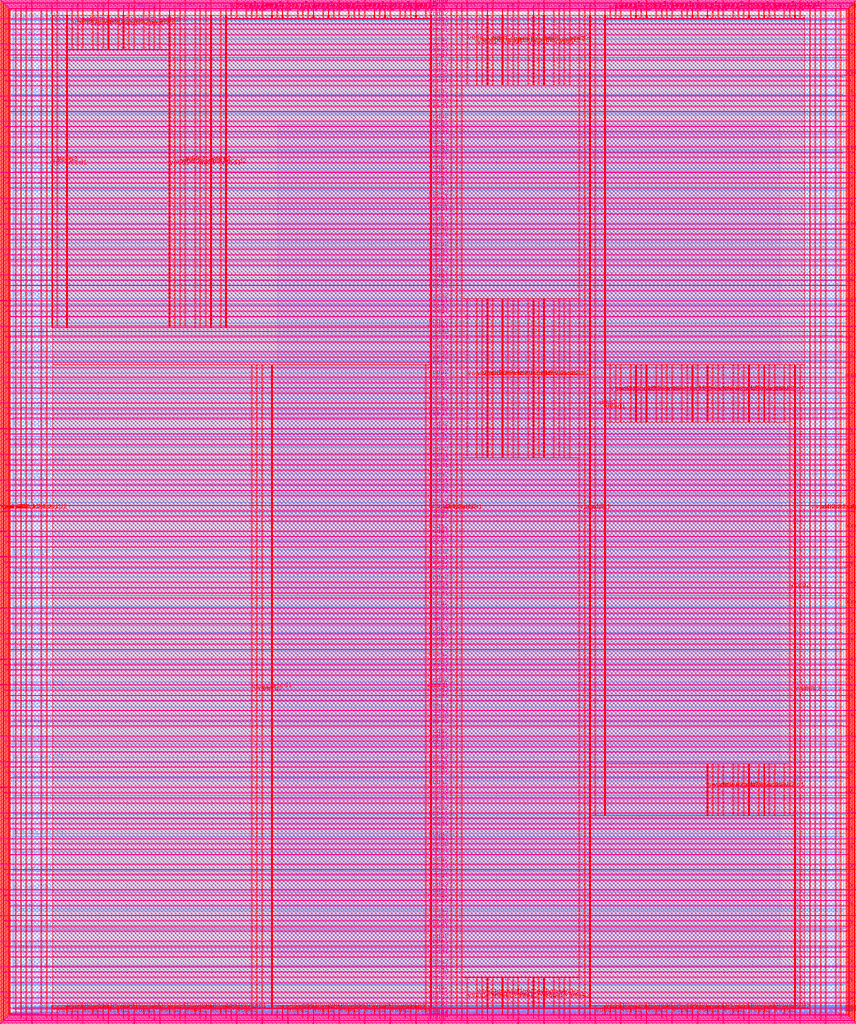
<source format=lef>
VERSION 5.7 ;
  NOWIREEXTENSIONATPIN ON ;
  DIVIDERCHAR "/" ;
  BUSBITCHARS "[]" ;
MACRO user_project_wrapper
  CLASS BLOCK ;
  FOREIGN user_project_wrapper ;
  ORIGIN 0.000 0.000 ;
  SIZE 2920.000 BY 3520.000 ;
  PIN analog_io[0]
    DIRECTION INOUT ;
    USE SIGNAL ;
    PORT
      LAYER met3 ;
        RECT 2917.600 1426.380 2924.800 1427.580 ;
    END
  END analog_io[0]
  PIN analog_io[10]
    DIRECTION INOUT ;
    USE SIGNAL ;
    PORT
      LAYER met2 ;
        RECT 2230.490 3517.600 2231.050 3524.800 ;
    END
  END analog_io[10]
  PIN analog_io[11]
    DIRECTION INOUT ;
    USE SIGNAL ;
    PORT
      LAYER met2 ;
        RECT 1905.730 3517.600 1906.290 3524.800 ;
    END
  END analog_io[11]
  PIN analog_io[12]
    DIRECTION INOUT ;
    USE SIGNAL ;
    PORT
      LAYER met2 ;
        RECT 1581.430 3517.600 1581.990 3524.800 ;
    END
  END analog_io[12]
  PIN analog_io[13]
    DIRECTION INOUT ;
    USE SIGNAL ;
    PORT
      LAYER met2 ;
        RECT 1257.130 3517.600 1257.690 3524.800 ;
    END
  END analog_io[13]
  PIN analog_io[14]
    DIRECTION INOUT ;
    USE SIGNAL ;
    PORT
      LAYER met2 ;
        RECT 932.370 3517.600 932.930 3524.800 ;
    END
  END analog_io[14]
  PIN analog_io[15]
    DIRECTION INOUT ;
    USE SIGNAL ;
    PORT
      LAYER met2 ;
        RECT 608.070 3517.600 608.630 3524.800 ;
    END
  END analog_io[15]
  PIN analog_io[16]
    DIRECTION INOUT ;
    USE SIGNAL ;
    PORT
      LAYER met2 ;
        RECT 283.770 3517.600 284.330 3524.800 ;
    END
  END analog_io[16]
  PIN analog_io[17]
    DIRECTION INOUT ;
    USE SIGNAL ;
    PORT
      LAYER met3 ;
        RECT -4.800 3486.100 2.400 3487.300 ;
    END
  END analog_io[17]
  PIN analog_io[18]
    DIRECTION INOUT ;
    USE SIGNAL ;
    PORT
      LAYER met3 ;
        RECT -4.800 3224.980 2.400 3226.180 ;
    END
  END analog_io[18]
  PIN analog_io[19]
    DIRECTION INOUT ;
    USE SIGNAL ;
    PORT
      LAYER met3 ;
        RECT -4.800 2964.540 2.400 2965.740 ;
    END
  END analog_io[19]
  PIN analog_io[1]
    DIRECTION INOUT ;
    USE SIGNAL ;
    PORT
      LAYER met3 ;
        RECT 2917.600 1692.260 2924.800 1693.460 ;
    END
  END analog_io[1]
  PIN analog_io[20]
    DIRECTION INOUT ;
    USE SIGNAL ;
    PORT
      LAYER met3 ;
        RECT -4.800 2703.420 2.400 2704.620 ;
    END
  END analog_io[20]
  PIN analog_io[21]
    DIRECTION INOUT ;
    USE SIGNAL ;
    PORT
      LAYER met3 ;
        RECT -4.800 2442.980 2.400 2444.180 ;
    END
  END analog_io[21]
  PIN analog_io[22]
    DIRECTION INOUT ;
    USE SIGNAL ;
    PORT
      LAYER met3 ;
        RECT -4.800 2182.540 2.400 2183.740 ;
    END
  END analog_io[22]
  PIN analog_io[23]
    DIRECTION INOUT ;
    USE SIGNAL ;
    PORT
      LAYER met3 ;
        RECT -4.800 1921.420 2.400 1922.620 ;
    END
  END analog_io[23]
  PIN analog_io[24]
    DIRECTION INOUT ;
    USE SIGNAL ;
    PORT
      LAYER met3 ;
        RECT -4.800 1660.980 2.400 1662.180 ;
    END
  END analog_io[24]
  PIN analog_io[25]
    DIRECTION INOUT ;
    USE SIGNAL ;
    PORT
      LAYER met3 ;
        RECT -4.800 1399.860 2.400 1401.060 ;
    END
  END analog_io[25]
  PIN analog_io[26]
    DIRECTION INOUT ;
    USE SIGNAL ;
    PORT
      LAYER met3 ;
        RECT -4.800 1139.420 2.400 1140.620 ;
    END
  END analog_io[26]
  PIN analog_io[27]
    DIRECTION INOUT ;
    USE SIGNAL ;
    PORT
      LAYER met3 ;
        RECT -4.800 878.980 2.400 880.180 ;
    END
  END analog_io[27]
  PIN analog_io[28]
    DIRECTION INOUT ;
    USE SIGNAL ;
    PORT
      LAYER met3 ;
        RECT -4.800 617.860 2.400 619.060 ;
    END
  END analog_io[28]
  PIN analog_io[2]
    DIRECTION INOUT ;
    USE SIGNAL ;
    PORT
      LAYER met3 ;
        RECT 2917.600 1958.140 2924.800 1959.340 ;
    END
  END analog_io[2]
  PIN analog_io[3]
    DIRECTION INOUT ;
    USE SIGNAL ;
    PORT
      LAYER met3 ;
        RECT 2917.600 2223.340 2924.800 2224.540 ;
    END
  END analog_io[3]
  PIN analog_io[4]
    DIRECTION INOUT ;
    USE SIGNAL ;
    PORT
      LAYER met3 ;
        RECT 2917.600 2489.220 2924.800 2490.420 ;
    END
  END analog_io[4]
  PIN analog_io[5]
    DIRECTION INOUT ;
    USE SIGNAL ;
    PORT
      LAYER met3 ;
        RECT 2917.600 2755.100 2924.800 2756.300 ;
    END
  END analog_io[5]
  PIN analog_io[6]
    DIRECTION INOUT ;
    USE SIGNAL ;
    PORT
      LAYER met3 ;
        RECT 2917.600 3020.300 2924.800 3021.500 ;
    END
  END analog_io[6]
  PIN analog_io[7]
    DIRECTION INOUT ;
    USE SIGNAL ;
    PORT
      LAYER met3 ;
        RECT 2917.600 3286.180 2924.800 3287.380 ;
    END
  END analog_io[7]
  PIN analog_io[8]
    DIRECTION INOUT ;
    USE SIGNAL ;
    PORT
      LAYER met2 ;
        RECT 2879.090 3517.600 2879.650 3524.800 ;
    END
  END analog_io[8]
  PIN analog_io[9]
    DIRECTION INOUT ;
    USE SIGNAL ;
    PORT
      LAYER met2 ;
        RECT 2554.790 3517.600 2555.350 3524.800 ;
    END
  END analog_io[9]
  PIN io_in[0]
    DIRECTION INPUT ;
    USE SIGNAL ;
    PORT
      LAYER met3 ;
        RECT 2917.600 32.380 2924.800 33.580 ;
    END
  END io_in[0]
  PIN io_in[10]
    DIRECTION INPUT ;
    USE SIGNAL ;
    PORT
      LAYER met3 ;
        RECT 2917.600 2289.980 2924.800 2291.180 ;
    END
  END io_in[10]
  PIN io_in[11]
    DIRECTION INPUT ;
    USE SIGNAL ;
    PORT
      LAYER met3 ;
        RECT 2917.600 2555.860 2924.800 2557.060 ;
    END
  END io_in[11]
  PIN io_in[12]
    DIRECTION INPUT ;
    USE SIGNAL ;
    PORT
      LAYER met3 ;
        RECT 2917.600 2821.060 2924.800 2822.260 ;
    END
  END io_in[12]
  PIN io_in[13]
    DIRECTION INPUT ;
    USE SIGNAL ;
    PORT
      LAYER met3 ;
        RECT 2917.600 3086.940 2924.800 3088.140 ;
    END
  END io_in[13]
  PIN io_in[14]
    DIRECTION INPUT ;
    USE SIGNAL ;
    PORT
      LAYER met3 ;
        RECT 2917.600 3352.820 2924.800 3354.020 ;
    END
  END io_in[14]
  PIN io_in[15]
    DIRECTION INPUT ;
    USE SIGNAL ;
    PORT
      LAYER met2 ;
        RECT 2798.130 3517.600 2798.690 3524.800 ;
    END
  END io_in[15]
  PIN io_in[16]
    DIRECTION INPUT ;
    USE SIGNAL ;
    PORT
      LAYER met2 ;
        RECT 2473.830 3517.600 2474.390 3524.800 ;
    END
  END io_in[16]
  PIN io_in[17]
    DIRECTION INPUT ;
    USE SIGNAL ;
    PORT
      LAYER met2 ;
        RECT 2149.070 3517.600 2149.630 3524.800 ;
    END
  END io_in[17]
  PIN io_in[18]
    DIRECTION INPUT ;
    USE SIGNAL ;
    PORT
      LAYER met2 ;
        RECT 1824.770 3517.600 1825.330 3524.800 ;
    END
  END io_in[18]
  PIN io_in[19]
    DIRECTION INPUT ;
    USE SIGNAL ;
    PORT
      LAYER met2 ;
        RECT 1500.470 3517.600 1501.030 3524.800 ;
    END
  END io_in[19]
  PIN io_in[1]
    DIRECTION INPUT ;
    USE SIGNAL ;
    PORT
      LAYER met3 ;
        RECT 2917.600 230.940 2924.800 232.140 ;
    END
  END io_in[1]
  PIN io_in[20]
    DIRECTION INPUT ;
    USE SIGNAL ;
    PORT
      LAYER met2 ;
        RECT 1175.710 3517.600 1176.270 3524.800 ;
    END
  END io_in[20]
  PIN io_in[21]
    DIRECTION INPUT ;
    USE SIGNAL ;
    PORT
      LAYER met2 ;
        RECT 851.410 3517.600 851.970 3524.800 ;
    END
  END io_in[21]
  PIN io_in[22]
    DIRECTION INPUT ;
    USE SIGNAL ;
    PORT
      LAYER met2 ;
        RECT 527.110 3517.600 527.670 3524.800 ;
    END
  END io_in[22]
  PIN io_in[23]
    DIRECTION INPUT ;
    USE SIGNAL ;
    PORT
      LAYER met2 ;
        RECT 202.350 3517.600 202.910 3524.800 ;
    END
  END io_in[23]
  PIN io_in[24]
    DIRECTION INPUT ;
    USE SIGNAL ;
    PORT
      LAYER met3 ;
        RECT -4.800 3420.820 2.400 3422.020 ;
    END
  END io_in[24]
  PIN io_in[25]
    DIRECTION INPUT ;
    USE SIGNAL ;
    PORT
      LAYER met3 ;
        RECT -4.800 3159.700 2.400 3160.900 ;
    END
  END io_in[25]
  PIN io_in[26]
    DIRECTION INPUT ;
    USE SIGNAL ;
    PORT
      LAYER met3 ;
        RECT -4.800 2899.260 2.400 2900.460 ;
    END
  END io_in[26]
  PIN io_in[27]
    DIRECTION INPUT ;
    USE SIGNAL ;
    PORT
      LAYER met3 ;
        RECT -4.800 2638.820 2.400 2640.020 ;
    END
  END io_in[27]
  PIN io_in[28]
    DIRECTION INPUT ;
    USE SIGNAL ;
    PORT
      LAYER met3 ;
        RECT -4.800 2377.700 2.400 2378.900 ;
    END
  END io_in[28]
  PIN io_in[29]
    DIRECTION INPUT ;
    USE SIGNAL ;
    PORT
      LAYER met3 ;
        RECT -4.800 2117.260 2.400 2118.460 ;
    END
  END io_in[29]
  PIN io_in[2]
    DIRECTION INPUT ;
    USE SIGNAL ;
    PORT
      LAYER met3 ;
        RECT 2917.600 430.180 2924.800 431.380 ;
    END
  END io_in[2]
  PIN io_in[30]
    DIRECTION INPUT ;
    USE SIGNAL ;
    PORT
      LAYER met3 ;
        RECT -4.800 1856.140 2.400 1857.340 ;
    END
  END io_in[30]
  PIN io_in[31]
    DIRECTION INPUT ;
    USE SIGNAL ;
    PORT
      LAYER met3 ;
        RECT -4.800 1595.700 2.400 1596.900 ;
    END
  END io_in[31]
  PIN io_in[32]
    DIRECTION INPUT ;
    USE SIGNAL ;
    PORT
      LAYER met3 ;
        RECT -4.800 1335.260 2.400 1336.460 ;
    END
  END io_in[32]
  PIN io_in[33]
    DIRECTION INPUT ;
    USE SIGNAL ;
    PORT
      LAYER met3 ;
        RECT -4.800 1074.140 2.400 1075.340 ;
    END
  END io_in[33]
  PIN io_in[34]
    DIRECTION INPUT ;
    USE SIGNAL ;
    PORT
      LAYER met3 ;
        RECT -4.800 813.700 2.400 814.900 ;
    END
  END io_in[34]
  PIN io_in[35]
    DIRECTION INPUT ;
    USE SIGNAL ;
    PORT
      LAYER met3 ;
        RECT -4.800 552.580 2.400 553.780 ;
    END
  END io_in[35]
  PIN io_in[36]
    DIRECTION INPUT ;
    USE SIGNAL ;
    PORT
      LAYER met3 ;
        RECT -4.800 357.420 2.400 358.620 ;
    END
  END io_in[36]
  PIN io_in[37]
    DIRECTION INPUT ;
    USE SIGNAL ;
    PORT
      LAYER met3 ;
        RECT -4.800 161.580 2.400 162.780 ;
    END
  END io_in[37]
  PIN io_in[3]
    DIRECTION INPUT ;
    USE SIGNAL ;
    PORT
      LAYER met3 ;
        RECT 2917.600 629.420 2924.800 630.620 ;
    END
  END io_in[3]
  PIN io_in[4]
    DIRECTION INPUT ;
    USE SIGNAL ;
    PORT
      LAYER met3 ;
        RECT 2917.600 828.660 2924.800 829.860 ;
    END
  END io_in[4]
  PIN io_in[5]
    DIRECTION INPUT ;
    USE SIGNAL ;
    PORT
      LAYER met3 ;
        RECT 2917.600 1027.900 2924.800 1029.100 ;
    END
  END io_in[5]
  PIN io_in[6]
    DIRECTION INPUT ;
    USE SIGNAL ;
    PORT
      LAYER met3 ;
        RECT 2917.600 1227.140 2924.800 1228.340 ;
    END
  END io_in[6]
  PIN io_in[7]
    DIRECTION INPUT ;
    USE SIGNAL ;
    PORT
      LAYER met3 ;
        RECT 2917.600 1493.020 2924.800 1494.220 ;
    END
  END io_in[7]
  PIN io_in[8]
    DIRECTION INPUT ;
    USE SIGNAL ;
    PORT
      LAYER met3 ;
        RECT 2917.600 1758.900 2924.800 1760.100 ;
    END
  END io_in[8]
  PIN io_in[9]
    DIRECTION INPUT ;
    USE SIGNAL ;
    PORT
      LAYER met3 ;
        RECT 2917.600 2024.100 2924.800 2025.300 ;
    END
  END io_in[9]
  PIN io_oeb[0]
    DIRECTION OUTPUT TRISTATE ;
    USE SIGNAL ;
    PORT
      LAYER met3 ;
        RECT 2917.600 164.980 2924.800 166.180 ;
    END
  END io_oeb[0]
  PIN io_oeb[10]
    DIRECTION OUTPUT TRISTATE ;
    USE SIGNAL ;
    PORT
      LAYER met3 ;
        RECT 2917.600 2422.580 2924.800 2423.780 ;
    END
  END io_oeb[10]
  PIN io_oeb[11]
    DIRECTION OUTPUT TRISTATE ;
    USE SIGNAL ;
    PORT
      LAYER met3 ;
        RECT 2917.600 2688.460 2924.800 2689.660 ;
    END
  END io_oeb[11]
  PIN io_oeb[12]
    DIRECTION OUTPUT TRISTATE ;
    USE SIGNAL ;
    PORT
      LAYER met3 ;
        RECT 2917.600 2954.340 2924.800 2955.540 ;
    END
  END io_oeb[12]
  PIN io_oeb[13]
    DIRECTION OUTPUT TRISTATE ;
    USE SIGNAL ;
    PORT
      LAYER met3 ;
        RECT 2917.600 3219.540 2924.800 3220.740 ;
    END
  END io_oeb[13]
  PIN io_oeb[14]
    DIRECTION OUTPUT TRISTATE ;
    USE SIGNAL ;
    PORT
      LAYER met3 ;
        RECT 2917.600 3485.420 2924.800 3486.620 ;
    END
  END io_oeb[14]
  PIN io_oeb[15]
    DIRECTION OUTPUT TRISTATE ;
    USE SIGNAL ;
    PORT
      LAYER met2 ;
        RECT 2635.750 3517.600 2636.310 3524.800 ;
    END
  END io_oeb[15]
  PIN io_oeb[16]
    DIRECTION OUTPUT TRISTATE ;
    USE SIGNAL ;
    PORT
      LAYER met2 ;
        RECT 2311.450 3517.600 2312.010 3524.800 ;
    END
  END io_oeb[16]
  PIN io_oeb[17]
    DIRECTION OUTPUT TRISTATE ;
    USE SIGNAL ;
    PORT
      LAYER met2 ;
        RECT 1987.150 3517.600 1987.710 3524.800 ;
    END
  END io_oeb[17]
  PIN io_oeb[18]
    DIRECTION OUTPUT TRISTATE ;
    USE SIGNAL ;
    PORT
      LAYER met2 ;
        RECT 1662.390 3517.600 1662.950 3524.800 ;
    END
  END io_oeb[18]
  PIN io_oeb[19]
    DIRECTION OUTPUT TRISTATE ;
    USE SIGNAL ;
    PORT
      LAYER met2 ;
        RECT 1338.090 3517.600 1338.650 3524.800 ;
    END
  END io_oeb[19]
  PIN io_oeb[1]
    DIRECTION OUTPUT TRISTATE ;
    USE SIGNAL ;
    PORT
      LAYER met3 ;
        RECT 2917.600 364.220 2924.800 365.420 ;
    END
  END io_oeb[1]
  PIN io_oeb[20]
    DIRECTION OUTPUT TRISTATE ;
    USE SIGNAL ;
    PORT
      LAYER met2 ;
        RECT 1013.790 3517.600 1014.350 3524.800 ;
    END
  END io_oeb[20]
  PIN io_oeb[21]
    DIRECTION OUTPUT TRISTATE ;
    USE SIGNAL ;
    PORT
      LAYER met2 ;
        RECT 689.030 3517.600 689.590 3524.800 ;
    END
  END io_oeb[21]
  PIN io_oeb[22]
    DIRECTION OUTPUT TRISTATE ;
    USE SIGNAL ;
    PORT
      LAYER met2 ;
        RECT 364.730 3517.600 365.290 3524.800 ;
    END
  END io_oeb[22]
  PIN io_oeb[23]
    DIRECTION OUTPUT TRISTATE ;
    USE SIGNAL ;
    PORT
      LAYER met2 ;
        RECT 40.430 3517.600 40.990 3524.800 ;
    END
  END io_oeb[23]
  PIN io_oeb[24]
    DIRECTION OUTPUT TRISTATE ;
    USE SIGNAL ;
    PORT
      LAYER met3 ;
        RECT -4.800 3290.260 2.400 3291.460 ;
    END
  END io_oeb[24]
  PIN io_oeb[25]
    DIRECTION OUTPUT TRISTATE ;
    USE SIGNAL ;
    PORT
      LAYER met3 ;
        RECT -4.800 3029.820 2.400 3031.020 ;
    END
  END io_oeb[25]
  PIN io_oeb[26]
    DIRECTION OUTPUT TRISTATE ;
    USE SIGNAL ;
    PORT
      LAYER met3 ;
        RECT -4.800 2768.700 2.400 2769.900 ;
    END
  END io_oeb[26]
  PIN io_oeb[27]
    DIRECTION OUTPUT TRISTATE ;
    USE SIGNAL ;
    PORT
      LAYER met3 ;
        RECT -4.800 2508.260 2.400 2509.460 ;
    END
  END io_oeb[27]
  PIN io_oeb[28]
    DIRECTION OUTPUT TRISTATE ;
    USE SIGNAL ;
    PORT
      LAYER met3 ;
        RECT -4.800 2247.140 2.400 2248.340 ;
    END
  END io_oeb[28]
  PIN io_oeb[29]
    DIRECTION OUTPUT TRISTATE ;
    USE SIGNAL ;
    PORT
      LAYER met3 ;
        RECT -4.800 1986.700 2.400 1987.900 ;
    END
  END io_oeb[29]
  PIN io_oeb[2]
    DIRECTION OUTPUT TRISTATE ;
    USE SIGNAL ;
    PORT
      LAYER met3 ;
        RECT 2917.600 563.460 2924.800 564.660 ;
    END
  END io_oeb[2]
  PIN io_oeb[30]
    DIRECTION OUTPUT TRISTATE ;
    USE SIGNAL ;
    PORT
      LAYER met3 ;
        RECT -4.800 1726.260 2.400 1727.460 ;
    END
  END io_oeb[30]
  PIN io_oeb[31]
    DIRECTION OUTPUT TRISTATE ;
    USE SIGNAL ;
    PORT
      LAYER met3 ;
        RECT -4.800 1465.140 2.400 1466.340 ;
    END
  END io_oeb[31]
  PIN io_oeb[32]
    DIRECTION OUTPUT TRISTATE ;
    USE SIGNAL ;
    PORT
      LAYER met3 ;
        RECT -4.800 1204.700 2.400 1205.900 ;
    END
  END io_oeb[32]
  PIN io_oeb[33]
    DIRECTION OUTPUT TRISTATE ;
    USE SIGNAL ;
    PORT
      LAYER met3 ;
        RECT -4.800 943.580 2.400 944.780 ;
    END
  END io_oeb[33]
  PIN io_oeb[34]
    DIRECTION OUTPUT TRISTATE ;
    USE SIGNAL ;
    PORT
      LAYER met3 ;
        RECT -4.800 683.140 2.400 684.340 ;
    END
  END io_oeb[34]
  PIN io_oeb[35]
    DIRECTION OUTPUT TRISTATE ;
    USE SIGNAL ;
    PORT
      LAYER met3 ;
        RECT -4.800 422.700 2.400 423.900 ;
    END
  END io_oeb[35]
  PIN io_oeb[36]
    DIRECTION OUTPUT TRISTATE ;
    USE SIGNAL ;
    PORT
      LAYER met3 ;
        RECT -4.800 226.860 2.400 228.060 ;
    END
  END io_oeb[36]
  PIN io_oeb[37]
    DIRECTION OUTPUT TRISTATE ;
    USE SIGNAL ;
    PORT
      LAYER met3 ;
        RECT -4.800 31.700 2.400 32.900 ;
    END
  END io_oeb[37]
  PIN io_oeb[3]
    DIRECTION OUTPUT TRISTATE ;
    USE SIGNAL ;
    PORT
      LAYER met3 ;
        RECT 2917.600 762.700 2924.800 763.900 ;
    END
  END io_oeb[3]
  PIN io_oeb[4]
    DIRECTION OUTPUT TRISTATE ;
    USE SIGNAL ;
    PORT
      LAYER met3 ;
        RECT 2917.600 961.940 2924.800 963.140 ;
    END
  END io_oeb[4]
  PIN io_oeb[5]
    DIRECTION OUTPUT TRISTATE ;
    USE SIGNAL ;
    PORT
      LAYER met3 ;
        RECT 2917.600 1161.180 2924.800 1162.380 ;
    END
  END io_oeb[5]
  PIN io_oeb[6]
    DIRECTION OUTPUT TRISTATE ;
    USE SIGNAL ;
    PORT
      LAYER met3 ;
        RECT 2917.600 1360.420 2924.800 1361.620 ;
    END
  END io_oeb[6]
  PIN io_oeb[7]
    DIRECTION OUTPUT TRISTATE ;
    USE SIGNAL ;
    PORT
      LAYER met3 ;
        RECT 2917.600 1625.620 2924.800 1626.820 ;
    END
  END io_oeb[7]
  PIN io_oeb[8]
    DIRECTION OUTPUT TRISTATE ;
    USE SIGNAL ;
    PORT
      LAYER met3 ;
        RECT 2917.600 1891.500 2924.800 1892.700 ;
    END
  END io_oeb[8]
  PIN io_oeb[9]
    DIRECTION OUTPUT TRISTATE ;
    USE SIGNAL ;
    PORT
      LAYER met3 ;
        RECT 2917.600 2157.380 2924.800 2158.580 ;
    END
  END io_oeb[9]
  PIN io_out[0]
    DIRECTION OUTPUT TRISTATE ;
    USE SIGNAL ;
    PORT
      LAYER met3 ;
        RECT 2917.600 98.340 2924.800 99.540 ;
    END
  END io_out[0]
  PIN io_out[10]
    DIRECTION OUTPUT TRISTATE ;
    USE SIGNAL ;
    PORT
      LAYER met3 ;
        RECT 2917.600 2356.620 2924.800 2357.820 ;
    END
  END io_out[10]
  PIN io_out[11]
    DIRECTION OUTPUT TRISTATE ;
    USE SIGNAL ;
    PORT
      LAYER met3 ;
        RECT 2917.600 2621.820 2924.800 2623.020 ;
    END
  END io_out[11]
  PIN io_out[12]
    DIRECTION OUTPUT TRISTATE ;
    USE SIGNAL ;
    PORT
      LAYER met3 ;
        RECT 2917.600 2887.700 2924.800 2888.900 ;
    END
  END io_out[12]
  PIN io_out[13]
    DIRECTION OUTPUT TRISTATE ;
    USE SIGNAL ;
    PORT
      LAYER met3 ;
        RECT 2917.600 3153.580 2924.800 3154.780 ;
    END
  END io_out[13]
  PIN io_out[14]
    DIRECTION OUTPUT TRISTATE ;
    USE SIGNAL ;
    PORT
      LAYER met3 ;
        RECT 2917.600 3418.780 2924.800 3419.980 ;
    END
  END io_out[14]
  PIN io_out[15]
    DIRECTION OUTPUT TRISTATE ;
    USE SIGNAL ;
    PORT
      LAYER met2 ;
        RECT 2717.170 3517.600 2717.730 3524.800 ;
    END
  END io_out[15]
  PIN io_out[16]
    DIRECTION OUTPUT TRISTATE ;
    USE SIGNAL ;
    PORT
      LAYER met2 ;
        RECT 2392.410 3517.600 2392.970 3524.800 ;
    END
  END io_out[16]
  PIN io_out[17]
    DIRECTION OUTPUT TRISTATE ;
    USE SIGNAL ;
    PORT
      LAYER met2 ;
        RECT 2068.110 3517.600 2068.670 3524.800 ;
    END
  END io_out[17]
  PIN io_out[18]
    DIRECTION OUTPUT TRISTATE ;
    USE SIGNAL ;
    PORT
      LAYER met2 ;
        RECT 1743.810 3517.600 1744.370 3524.800 ;
    END
  END io_out[18]
  PIN io_out[19]
    DIRECTION OUTPUT TRISTATE ;
    USE SIGNAL ;
    PORT
      LAYER met2 ;
        RECT 1419.050 3517.600 1419.610 3524.800 ;
    END
  END io_out[19]
  PIN io_out[1]
    DIRECTION OUTPUT TRISTATE ;
    USE SIGNAL ;
    PORT
      LAYER met3 ;
        RECT 2917.600 297.580 2924.800 298.780 ;
    END
  END io_out[1]
  PIN io_out[20]
    DIRECTION OUTPUT TRISTATE ;
    USE SIGNAL ;
    PORT
      LAYER met2 ;
        RECT 1094.750 3517.600 1095.310 3524.800 ;
    END
  END io_out[20]
  PIN io_out[21]
    DIRECTION OUTPUT TRISTATE ;
    USE SIGNAL ;
    PORT
      LAYER met2 ;
        RECT 770.450 3517.600 771.010 3524.800 ;
    END
  END io_out[21]
  PIN io_out[22]
    DIRECTION OUTPUT TRISTATE ;
    USE SIGNAL ;
    PORT
      LAYER met2 ;
        RECT 445.690 3517.600 446.250 3524.800 ;
    END
  END io_out[22]
  PIN io_out[23]
    DIRECTION OUTPUT TRISTATE ;
    USE SIGNAL ;
    PORT
      LAYER met2 ;
        RECT 121.390 3517.600 121.950 3524.800 ;
    END
  END io_out[23]
  PIN io_out[24]
    DIRECTION OUTPUT TRISTATE ;
    USE SIGNAL ;
    PORT
      LAYER met3 ;
        RECT -4.800 3355.540 2.400 3356.740 ;
    END
  END io_out[24]
  PIN io_out[25]
    DIRECTION OUTPUT TRISTATE ;
    USE SIGNAL ;
    PORT
      LAYER met3 ;
        RECT -4.800 3095.100 2.400 3096.300 ;
    END
  END io_out[25]
  PIN io_out[26]
    DIRECTION OUTPUT TRISTATE ;
    USE SIGNAL ;
    PORT
      LAYER met3 ;
        RECT -4.800 2833.980 2.400 2835.180 ;
    END
  END io_out[26]
  PIN io_out[27]
    DIRECTION OUTPUT TRISTATE ;
    USE SIGNAL ;
    PORT
      LAYER met3 ;
        RECT -4.800 2573.540 2.400 2574.740 ;
    END
  END io_out[27]
  PIN io_out[28]
    DIRECTION OUTPUT TRISTATE ;
    USE SIGNAL ;
    PORT
      LAYER met3 ;
        RECT -4.800 2312.420 2.400 2313.620 ;
    END
  END io_out[28]
  PIN io_out[29]
    DIRECTION OUTPUT TRISTATE ;
    USE SIGNAL ;
    PORT
      LAYER met3 ;
        RECT -4.800 2051.980 2.400 2053.180 ;
    END
  END io_out[29]
  PIN io_out[2]
    DIRECTION OUTPUT TRISTATE ;
    USE SIGNAL ;
    PORT
      LAYER met3 ;
        RECT 2917.600 496.820 2924.800 498.020 ;
    END
  END io_out[2]
  PIN io_out[30]
    DIRECTION OUTPUT TRISTATE ;
    USE SIGNAL ;
    PORT
      LAYER met3 ;
        RECT -4.800 1791.540 2.400 1792.740 ;
    END
  END io_out[30]
  PIN io_out[31]
    DIRECTION OUTPUT TRISTATE ;
    USE SIGNAL ;
    PORT
      LAYER met3 ;
        RECT -4.800 1530.420 2.400 1531.620 ;
    END
  END io_out[31]
  PIN io_out[32]
    DIRECTION OUTPUT TRISTATE ;
    USE SIGNAL ;
    PORT
      LAYER met3 ;
        RECT -4.800 1269.980 2.400 1271.180 ;
    END
  END io_out[32]
  PIN io_out[33]
    DIRECTION OUTPUT TRISTATE ;
    USE SIGNAL ;
    PORT
      LAYER met3 ;
        RECT -4.800 1008.860 2.400 1010.060 ;
    END
  END io_out[33]
  PIN io_out[34]
    DIRECTION OUTPUT TRISTATE ;
    USE SIGNAL ;
    PORT
      LAYER met3 ;
        RECT -4.800 748.420 2.400 749.620 ;
    END
  END io_out[34]
  PIN io_out[35]
    DIRECTION OUTPUT TRISTATE ;
    USE SIGNAL ;
    PORT
      LAYER met3 ;
        RECT -4.800 487.300 2.400 488.500 ;
    END
  END io_out[35]
  PIN io_out[36]
    DIRECTION OUTPUT TRISTATE ;
    USE SIGNAL ;
    PORT
      LAYER met3 ;
        RECT -4.800 292.140 2.400 293.340 ;
    END
  END io_out[36]
  PIN io_out[37]
    DIRECTION OUTPUT TRISTATE ;
    USE SIGNAL ;
    PORT
      LAYER met3 ;
        RECT -4.800 96.300 2.400 97.500 ;
    END
  END io_out[37]
  PIN io_out[3]
    DIRECTION OUTPUT TRISTATE ;
    USE SIGNAL ;
    PORT
      LAYER met3 ;
        RECT 2917.600 696.060 2924.800 697.260 ;
    END
  END io_out[3]
  PIN io_out[4]
    DIRECTION OUTPUT TRISTATE ;
    USE SIGNAL ;
    PORT
      LAYER met3 ;
        RECT 2917.600 895.300 2924.800 896.500 ;
    END
  END io_out[4]
  PIN io_out[5]
    DIRECTION OUTPUT TRISTATE ;
    USE SIGNAL ;
    PORT
      LAYER met3 ;
        RECT 2917.600 1094.540 2924.800 1095.740 ;
    END
  END io_out[5]
  PIN io_out[6]
    DIRECTION OUTPUT TRISTATE ;
    USE SIGNAL ;
    PORT
      LAYER met3 ;
        RECT 2917.600 1293.780 2924.800 1294.980 ;
    END
  END io_out[6]
  PIN io_out[7]
    DIRECTION OUTPUT TRISTATE ;
    USE SIGNAL ;
    PORT
      LAYER met3 ;
        RECT 2917.600 1559.660 2924.800 1560.860 ;
    END
  END io_out[7]
  PIN io_out[8]
    DIRECTION OUTPUT TRISTATE ;
    USE SIGNAL ;
    PORT
      LAYER met3 ;
        RECT 2917.600 1824.860 2924.800 1826.060 ;
    END
  END io_out[8]
  PIN io_out[9]
    DIRECTION OUTPUT TRISTATE ;
    USE SIGNAL ;
    PORT
      LAYER met3 ;
        RECT 2917.600 2090.740 2924.800 2091.940 ;
    END
  END io_out[9]
  PIN la_data_in[0]
    DIRECTION INPUT ;
    USE SIGNAL ;
    PORT
      LAYER met2 ;
        RECT 629.230 -4.800 629.790 2.400 ;
    END
  END la_data_in[0]
  PIN la_data_in[100]
    DIRECTION INPUT ;
    USE SIGNAL ;
    PORT
      LAYER met2 ;
        RECT 2402.530 -4.800 2403.090 2.400 ;
    END
  END la_data_in[100]
  PIN la_data_in[101]
    DIRECTION INPUT ;
    USE SIGNAL ;
    PORT
      LAYER met2 ;
        RECT 2420.010 -4.800 2420.570 2.400 ;
    END
  END la_data_in[101]
  PIN la_data_in[102]
    DIRECTION INPUT ;
    USE SIGNAL ;
    PORT
      LAYER met2 ;
        RECT 2437.950 -4.800 2438.510 2.400 ;
    END
  END la_data_in[102]
  PIN la_data_in[103]
    DIRECTION INPUT ;
    USE SIGNAL ;
    PORT
      LAYER met2 ;
        RECT 2455.430 -4.800 2455.990 2.400 ;
    END
  END la_data_in[103]
  PIN la_data_in[104]
    DIRECTION INPUT ;
    USE SIGNAL ;
    PORT
      LAYER met2 ;
        RECT 2473.370 -4.800 2473.930 2.400 ;
    END
  END la_data_in[104]
  PIN la_data_in[105]
    DIRECTION INPUT ;
    USE SIGNAL ;
    PORT
      LAYER met2 ;
        RECT 2490.850 -4.800 2491.410 2.400 ;
    END
  END la_data_in[105]
  PIN la_data_in[106]
    DIRECTION INPUT ;
    USE SIGNAL ;
    PORT
      LAYER met2 ;
        RECT 2508.790 -4.800 2509.350 2.400 ;
    END
  END la_data_in[106]
  PIN la_data_in[107]
    DIRECTION INPUT ;
    USE SIGNAL ;
    PORT
      LAYER met2 ;
        RECT 2526.730 -4.800 2527.290 2.400 ;
    END
  END la_data_in[107]
  PIN la_data_in[108]
    DIRECTION INPUT ;
    USE SIGNAL ;
    PORT
      LAYER met2 ;
        RECT 2544.210 -4.800 2544.770 2.400 ;
    END
  END la_data_in[108]
  PIN la_data_in[109]
    DIRECTION INPUT ;
    USE SIGNAL ;
    PORT
      LAYER met2 ;
        RECT 2562.150 -4.800 2562.710 2.400 ;
    END
  END la_data_in[109]
  PIN la_data_in[10]
    DIRECTION INPUT ;
    USE SIGNAL ;
    PORT
      LAYER met2 ;
        RECT 806.330 -4.800 806.890 2.400 ;
    END
  END la_data_in[10]
  PIN la_data_in[110]
    DIRECTION INPUT ;
    USE SIGNAL ;
    PORT
      LAYER met2 ;
        RECT 2579.630 -4.800 2580.190 2.400 ;
    END
  END la_data_in[110]
  PIN la_data_in[111]
    DIRECTION INPUT ;
    USE SIGNAL ;
    PORT
      LAYER met2 ;
        RECT 2597.570 -4.800 2598.130 2.400 ;
    END
  END la_data_in[111]
  PIN la_data_in[112]
    DIRECTION INPUT ;
    USE SIGNAL ;
    PORT
      LAYER met2 ;
        RECT 2615.050 -4.800 2615.610 2.400 ;
    END
  END la_data_in[112]
  PIN la_data_in[113]
    DIRECTION INPUT ;
    USE SIGNAL ;
    PORT
      LAYER met2 ;
        RECT 2632.990 -4.800 2633.550 2.400 ;
    END
  END la_data_in[113]
  PIN la_data_in[114]
    DIRECTION INPUT ;
    USE SIGNAL ;
    PORT
      LAYER met2 ;
        RECT 2650.470 -4.800 2651.030 2.400 ;
    END
  END la_data_in[114]
  PIN la_data_in[115]
    DIRECTION INPUT ;
    USE SIGNAL ;
    PORT
      LAYER met2 ;
        RECT 2668.410 -4.800 2668.970 2.400 ;
    END
  END la_data_in[115]
  PIN la_data_in[116]
    DIRECTION INPUT ;
    USE SIGNAL ;
    PORT
      LAYER met2 ;
        RECT 2685.890 -4.800 2686.450 2.400 ;
    END
  END la_data_in[116]
  PIN la_data_in[117]
    DIRECTION INPUT ;
    USE SIGNAL ;
    PORT
      LAYER met2 ;
        RECT 2703.830 -4.800 2704.390 2.400 ;
    END
  END la_data_in[117]
  PIN la_data_in[118]
    DIRECTION INPUT ;
    USE SIGNAL ;
    PORT
      LAYER met2 ;
        RECT 2721.770 -4.800 2722.330 2.400 ;
    END
  END la_data_in[118]
  PIN la_data_in[119]
    DIRECTION INPUT ;
    USE SIGNAL ;
    PORT
      LAYER met2 ;
        RECT 2739.250 -4.800 2739.810 2.400 ;
    END
  END la_data_in[119]
  PIN la_data_in[11]
    DIRECTION INPUT ;
    USE SIGNAL ;
    PORT
      LAYER met2 ;
        RECT 824.270 -4.800 824.830 2.400 ;
    END
  END la_data_in[11]
  PIN la_data_in[120]
    DIRECTION INPUT ;
    USE SIGNAL ;
    PORT
      LAYER met2 ;
        RECT 2757.190 -4.800 2757.750 2.400 ;
    END
  END la_data_in[120]
  PIN la_data_in[121]
    DIRECTION INPUT ;
    USE SIGNAL ;
    PORT
      LAYER met2 ;
        RECT 2774.670 -4.800 2775.230 2.400 ;
    END
  END la_data_in[121]
  PIN la_data_in[122]
    DIRECTION INPUT ;
    USE SIGNAL ;
    PORT
      LAYER met2 ;
        RECT 2792.610 -4.800 2793.170 2.400 ;
    END
  END la_data_in[122]
  PIN la_data_in[123]
    DIRECTION INPUT ;
    USE SIGNAL ;
    PORT
      LAYER met2 ;
        RECT 2810.090 -4.800 2810.650 2.400 ;
    END
  END la_data_in[123]
  PIN la_data_in[124]
    DIRECTION INPUT ;
    USE SIGNAL ;
    PORT
      LAYER met2 ;
        RECT 2828.030 -4.800 2828.590 2.400 ;
    END
  END la_data_in[124]
  PIN la_data_in[125]
    DIRECTION INPUT ;
    USE SIGNAL ;
    PORT
      LAYER met2 ;
        RECT 2845.510 -4.800 2846.070 2.400 ;
    END
  END la_data_in[125]
  PIN la_data_in[126]
    DIRECTION INPUT ;
    USE SIGNAL ;
    PORT
      LAYER met2 ;
        RECT 2863.450 -4.800 2864.010 2.400 ;
    END
  END la_data_in[126]
  PIN la_data_in[127]
    DIRECTION INPUT ;
    USE SIGNAL ;
    PORT
      LAYER met2 ;
        RECT 2881.390 -4.800 2881.950 2.400 ;
    END
  END la_data_in[127]
  PIN la_data_in[12]
    DIRECTION INPUT ;
    USE SIGNAL ;
    PORT
      LAYER met2 ;
        RECT 841.750 -4.800 842.310 2.400 ;
    END
  END la_data_in[12]
  PIN la_data_in[13]
    DIRECTION INPUT ;
    USE SIGNAL ;
    PORT
      LAYER met2 ;
        RECT 859.690 -4.800 860.250 2.400 ;
    END
  END la_data_in[13]
  PIN la_data_in[14]
    DIRECTION INPUT ;
    USE SIGNAL ;
    PORT
      LAYER met2 ;
        RECT 877.170 -4.800 877.730 2.400 ;
    END
  END la_data_in[14]
  PIN la_data_in[15]
    DIRECTION INPUT ;
    USE SIGNAL ;
    PORT
      LAYER met2 ;
        RECT 895.110 -4.800 895.670 2.400 ;
    END
  END la_data_in[15]
  PIN la_data_in[16]
    DIRECTION INPUT ;
    USE SIGNAL ;
    PORT
      LAYER met2 ;
        RECT 912.590 -4.800 913.150 2.400 ;
    END
  END la_data_in[16]
  PIN la_data_in[17]
    DIRECTION INPUT ;
    USE SIGNAL ;
    PORT
      LAYER met2 ;
        RECT 930.530 -4.800 931.090 2.400 ;
    END
  END la_data_in[17]
  PIN la_data_in[18]
    DIRECTION INPUT ;
    USE SIGNAL ;
    PORT
      LAYER met2 ;
        RECT 948.470 -4.800 949.030 2.400 ;
    END
  END la_data_in[18]
  PIN la_data_in[19]
    DIRECTION INPUT ;
    USE SIGNAL ;
    PORT
      LAYER met2 ;
        RECT 965.950 -4.800 966.510 2.400 ;
    END
  END la_data_in[19]
  PIN la_data_in[1]
    DIRECTION INPUT ;
    USE SIGNAL ;
    PORT
      LAYER met2 ;
        RECT 646.710 -4.800 647.270 2.400 ;
    END
  END la_data_in[1]
  PIN la_data_in[20]
    DIRECTION INPUT ;
    USE SIGNAL ;
    PORT
      LAYER met2 ;
        RECT 983.890 -4.800 984.450 2.400 ;
    END
  END la_data_in[20]
  PIN la_data_in[21]
    DIRECTION INPUT ;
    USE SIGNAL ;
    PORT
      LAYER met2 ;
        RECT 1001.370 -4.800 1001.930 2.400 ;
    END
  END la_data_in[21]
  PIN la_data_in[22]
    DIRECTION INPUT ;
    USE SIGNAL ;
    PORT
      LAYER met2 ;
        RECT 1019.310 -4.800 1019.870 2.400 ;
    END
  END la_data_in[22]
  PIN la_data_in[23]
    DIRECTION INPUT ;
    USE SIGNAL ;
    PORT
      LAYER met2 ;
        RECT 1036.790 -4.800 1037.350 2.400 ;
    END
  END la_data_in[23]
  PIN la_data_in[24]
    DIRECTION INPUT ;
    USE SIGNAL ;
    PORT
      LAYER met2 ;
        RECT 1054.730 -4.800 1055.290 2.400 ;
    END
  END la_data_in[24]
  PIN la_data_in[25]
    DIRECTION INPUT ;
    USE SIGNAL ;
    PORT
      LAYER met2 ;
        RECT 1072.210 -4.800 1072.770 2.400 ;
    END
  END la_data_in[25]
  PIN la_data_in[26]
    DIRECTION INPUT ;
    USE SIGNAL ;
    PORT
      LAYER met2 ;
        RECT 1090.150 -4.800 1090.710 2.400 ;
    END
  END la_data_in[26]
  PIN la_data_in[27]
    DIRECTION INPUT ;
    USE SIGNAL ;
    PORT
      LAYER met2 ;
        RECT 1107.630 -4.800 1108.190 2.400 ;
    END
  END la_data_in[27]
  PIN la_data_in[28]
    DIRECTION INPUT ;
    USE SIGNAL ;
    PORT
      LAYER met2 ;
        RECT 1125.570 -4.800 1126.130 2.400 ;
    END
  END la_data_in[28]
  PIN la_data_in[29]
    DIRECTION INPUT ;
    USE SIGNAL ;
    PORT
      LAYER met2 ;
        RECT 1143.510 -4.800 1144.070 2.400 ;
    END
  END la_data_in[29]
  PIN la_data_in[2]
    DIRECTION INPUT ;
    USE SIGNAL ;
    PORT
      LAYER met2 ;
        RECT 664.650 -4.800 665.210 2.400 ;
    END
  END la_data_in[2]
  PIN la_data_in[30]
    DIRECTION INPUT ;
    USE SIGNAL ;
    PORT
      LAYER met2 ;
        RECT 1160.990 -4.800 1161.550 2.400 ;
    END
  END la_data_in[30]
  PIN la_data_in[31]
    DIRECTION INPUT ;
    USE SIGNAL ;
    PORT
      LAYER met2 ;
        RECT 1178.930 -4.800 1179.490 2.400 ;
    END
  END la_data_in[31]
  PIN la_data_in[32]
    DIRECTION INPUT ;
    USE SIGNAL ;
    PORT
      LAYER met2 ;
        RECT 1196.410 -4.800 1196.970 2.400 ;
    END
  END la_data_in[32]
  PIN la_data_in[33]
    DIRECTION INPUT ;
    USE SIGNAL ;
    PORT
      LAYER met2 ;
        RECT 1214.350 -4.800 1214.910 2.400 ;
    END
  END la_data_in[33]
  PIN la_data_in[34]
    DIRECTION INPUT ;
    USE SIGNAL ;
    PORT
      LAYER met2 ;
        RECT 1231.830 -4.800 1232.390 2.400 ;
    END
  END la_data_in[34]
  PIN la_data_in[35]
    DIRECTION INPUT ;
    USE SIGNAL ;
    PORT
      LAYER met2 ;
        RECT 1249.770 -4.800 1250.330 2.400 ;
    END
  END la_data_in[35]
  PIN la_data_in[36]
    DIRECTION INPUT ;
    USE SIGNAL ;
    PORT
      LAYER met2 ;
        RECT 1267.250 -4.800 1267.810 2.400 ;
    END
  END la_data_in[36]
  PIN la_data_in[37]
    DIRECTION INPUT ;
    USE SIGNAL ;
    PORT
      LAYER met2 ;
        RECT 1285.190 -4.800 1285.750 2.400 ;
    END
  END la_data_in[37]
  PIN la_data_in[38]
    DIRECTION INPUT ;
    USE SIGNAL ;
    PORT
      LAYER met2 ;
        RECT 1303.130 -4.800 1303.690 2.400 ;
    END
  END la_data_in[38]
  PIN la_data_in[39]
    DIRECTION INPUT ;
    USE SIGNAL ;
    PORT
      LAYER met2 ;
        RECT 1320.610 -4.800 1321.170 2.400 ;
    END
  END la_data_in[39]
  PIN la_data_in[3]
    DIRECTION INPUT ;
    USE SIGNAL ;
    PORT
      LAYER met2 ;
        RECT 682.130 -4.800 682.690 2.400 ;
    END
  END la_data_in[3]
  PIN la_data_in[40]
    DIRECTION INPUT ;
    USE SIGNAL ;
    PORT
      LAYER met2 ;
        RECT 1338.550 -4.800 1339.110 2.400 ;
    END
  END la_data_in[40]
  PIN la_data_in[41]
    DIRECTION INPUT ;
    USE SIGNAL ;
    PORT
      LAYER met2 ;
        RECT 1356.030 -4.800 1356.590 2.400 ;
    END
  END la_data_in[41]
  PIN la_data_in[42]
    DIRECTION INPUT ;
    USE SIGNAL ;
    PORT
      LAYER met2 ;
        RECT 1373.970 -4.800 1374.530 2.400 ;
    END
  END la_data_in[42]
  PIN la_data_in[43]
    DIRECTION INPUT ;
    USE SIGNAL ;
    PORT
      LAYER met2 ;
        RECT 1391.450 -4.800 1392.010 2.400 ;
    END
  END la_data_in[43]
  PIN la_data_in[44]
    DIRECTION INPUT ;
    USE SIGNAL ;
    PORT
      LAYER met2 ;
        RECT 1409.390 -4.800 1409.950 2.400 ;
    END
  END la_data_in[44]
  PIN la_data_in[45]
    DIRECTION INPUT ;
    USE SIGNAL ;
    PORT
      LAYER met2 ;
        RECT 1426.870 -4.800 1427.430 2.400 ;
    END
  END la_data_in[45]
  PIN la_data_in[46]
    DIRECTION INPUT ;
    USE SIGNAL ;
    PORT
      LAYER met2 ;
        RECT 1444.810 -4.800 1445.370 2.400 ;
    END
  END la_data_in[46]
  PIN la_data_in[47]
    DIRECTION INPUT ;
    USE SIGNAL ;
    PORT
      LAYER met2 ;
        RECT 1462.750 -4.800 1463.310 2.400 ;
    END
  END la_data_in[47]
  PIN la_data_in[48]
    DIRECTION INPUT ;
    USE SIGNAL ;
    PORT
      LAYER met2 ;
        RECT 1480.230 -4.800 1480.790 2.400 ;
    END
  END la_data_in[48]
  PIN la_data_in[49]
    DIRECTION INPUT ;
    USE SIGNAL ;
    PORT
      LAYER met2 ;
        RECT 1498.170 -4.800 1498.730 2.400 ;
    END
  END la_data_in[49]
  PIN la_data_in[4]
    DIRECTION INPUT ;
    USE SIGNAL ;
    PORT
      LAYER met2 ;
        RECT 700.070 -4.800 700.630 2.400 ;
    END
  END la_data_in[4]
  PIN la_data_in[50]
    DIRECTION INPUT ;
    USE SIGNAL ;
    PORT
      LAYER met2 ;
        RECT 1515.650 -4.800 1516.210 2.400 ;
    END
  END la_data_in[50]
  PIN la_data_in[51]
    DIRECTION INPUT ;
    USE SIGNAL ;
    PORT
      LAYER met2 ;
        RECT 1533.590 -4.800 1534.150 2.400 ;
    END
  END la_data_in[51]
  PIN la_data_in[52]
    DIRECTION INPUT ;
    USE SIGNAL ;
    PORT
      LAYER met2 ;
        RECT 1551.070 -4.800 1551.630 2.400 ;
    END
  END la_data_in[52]
  PIN la_data_in[53]
    DIRECTION INPUT ;
    USE SIGNAL ;
    PORT
      LAYER met2 ;
        RECT 1569.010 -4.800 1569.570 2.400 ;
    END
  END la_data_in[53]
  PIN la_data_in[54]
    DIRECTION INPUT ;
    USE SIGNAL ;
    PORT
      LAYER met2 ;
        RECT 1586.490 -4.800 1587.050 2.400 ;
    END
  END la_data_in[54]
  PIN la_data_in[55]
    DIRECTION INPUT ;
    USE SIGNAL ;
    PORT
      LAYER met2 ;
        RECT 1604.430 -4.800 1604.990 2.400 ;
    END
  END la_data_in[55]
  PIN la_data_in[56]
    DIRECTION INPUT ;
    USE SIGNAL ;
    PORT
      LAYER met2 ;
        RECT 1621.910 -4.800 1622.470 2.400 ;
    END
  END la_data_in[56]
  PIN la_data_in[57]
    DIRECTION INPUT ;
    USE SIGNAL ;
    PORT
      LAYER met2 ;
        RECT 1639.850 -4.800 1640.410 2.400 ;
    END
  END la_data_in[57]
  PIN la_data_in[58]
    DIRECTION INPUT ;
    USE SIGNAL ;
    PORT
      LAYER met2 ;
        RECT 1657.790 -4.800 1658.350 2.400 ;
    END
  END la_data_in[58]
  PIN la_data_in[59]
    DIRECTION INPUT ;
    USE SIGNAL ;
    PORT
      LAYER met2 ;
        RECT 1675.270 -4.800 1675.830 2.400 ;
    END
  END la_data_in[59]
  PIN la_data_in[5]
    DIRECTION INPUT ;
    USE SIGNAL ;
    PORT
      LAYER met2 ;
        RECT 717.550 -4.800 718.110 2.400 ;
    END
  END la_data_in[5]
  PIN la_data_in[60]
    DIRECTION INPUT ;
    USE SIGNAL ;
    PORT
      LAYER met2 ;
        RECT 1693.210 -4.800 1693.770 2.400 ;
    END
  END la_data_in[60]
  PIN la_data_in[61]
    DIRECTION INPUT ;
    USE SIGNAL ;
    PORT
      LAYER met2 ;
        RECT 1710.690 -4.800 1711.250 2.400 ;
    END
  END la_data_in[61]
  PIN la_data_in[62]
    DIRECTION INPUT ;
    USE SIGNAL ;
    PORT
      LAYER met2 ;
        RECT 1728.630 -4.800 1729.190 2.400 ;
    END
  END la_data_in[62]
  PIN la_data_in[63]
    DIRECTION INPUT ;
    USE SIGNAL ;
    PORT
      LAYER met2 ;
        RECT 1746.110 -4.800 1746.670 2.400 ;
    END
  END la_data_in[63]
  PIN la_data_in[64]
    DIRECTION INPUT ;
    USE SIGNAL ;
    PORT
      LAYER met2 ;
        RECT 1764.050 -4.800 1764.610 2.400 ;
    END
  END la_data_in[64]
  PIN la_data_in[65]
    DIRECTION INPUT ;
    USE SIGNAL ;
    PORT
      LAYER met2 ;
        RECT 1781.530 -4.800 1782.090 2.400 ;
    END
  END la_data_in[65]
  PIN la_data_in[66]
    DIRECTION INPUT ;
    USE SIGNAL ;
    PORT
      LAYER met2 ;
        RECT 1799.470 -4.800 1800.030 2.400 ;
    END
  END la_data_in[66]
  PIN la_data_in[67]
    DIRECTION INPUT ;
    USE SIGNAL ;
    PORT
      LAYER met2 ;
        RECT 1817.410 -4.800 1817.970 2.400 ;
    END
  END la_data_in[67]
  PIN la_data_in[68]
    DIRECTION INPUT ;
    USE SIGNAL ;
    PORT
      LAYER met2 ;
        RECT 1834.890 -4.800 1835.450 2.400 ;
    END
  END la_data_in[68]
  PIN la_data_in[69]
    DIRECTION INPUT ;
    USE SIGNAL ;
    PORT
      LAYER met2 ;
        RECT 1852.830 -4.800 1853.390 2.400 ;
    END
  END la_data_in[69]
  PIN la_data_in[6]
    DIRECTION INPUT ;
    USE SIGNAL ;
    PORT
      LAYER met2 ;
        RECT 735.490 -4.800 736.050 2.400 ;
    END
  END la_data_in[6]
  PIN la_data_in[70]
    DIRECTION INPUT ;
    USE SIGNAL ;
    PORT
      LAYER met2 ;
        RECT 1870.310 -4.800 1870.870 2.400 ;
    END
  END la_data_in[70]
  PIN la_data_in[71]
    DIRECTION INPUT ;
    USE SIGNAL ;
    PORT
      LAYER met2 ;
        RECT 1888.250 -4.800 1888.810 2.400 ;
    END
  END la_data_in[71]
  PIN la_data_in[72]
    DIRECTION INPUT ;
    USE SIGNAL ;
    PORT
      LAYER met2 ;
        RECT 1905.730 -4.800 1906.290 2.400 ;
    END
  END la_data_in[72]
  PIN la_data_in[73]
    DIRECTION INPUT ;
    USE SIGNAL ;
    PORT
      LAYER met2 ;
        RECT 1923.670 -4.800 1924.230 2.400 ;
    END
  END la_data_in[73]
  PIN la_data_in[74]
    DIRECTION INPUT ;
    USE SIGNAL ;
    PORT
      LAYER met2 ;
        RECT 1941.150 -4.800 1941.710 2.400 ;
    END
  END la_data_in[74]
  PIN la_data_in[75]
    DIRECTION INPUT ;
    USE SIGNAL ;
    PORT
      LAYER met2 ;
        RECT 1959.090 -4.800 1959.650 2.400 ;
    END
  END la_data_in[75]
  PIN la_data_in[76]
    DIRECTION INPUT ;
    USE SIGNAL ;
    PORT
      LAYER met2 ;
        RECT 1976.570 -4.800 1977.130 2.400 ;
    END
  END la_data_in[76]
  PIN la_data_in[77]
    DIRECTION INPUT ;
    USE SIGNAL ;
    PORT
      LAYER met2 ;
        RECT 1994.510 -4.800 1995.070 2.400 ;
    END
  END la_data_in[77]
  PIN la_data_in[78]
    DIRECTION INPUT ;
    USE SIGNAL ;
    PORT
      LAYER met2 ;
        RECT 2012.450 -4.800 2013.010 2.400 ;
    END
  END la_data_in[78]
  PIN la_data_in[79]
    DIRECTION INPUT ;
    USE SIGNAL ;
    PORT
      LAYER met2 ;
        RECT 2029.930 -4.800 2030.490 2.400 ;
    END
  END la_data_in[79]
  PIN la_data_in[7]
    DIRECTION INPUT ;
    USE SIGNAL ;
    PORT
      LAYER met2 ;
        RECT 752.970 -4.800 753.530 2.400 ;
    END
  END la_data_in[7]
  PIN la_data_in[80]
    DIRECTION INPUT ;
    USE SIGNAL ;
    PORT
      LAYER met2 ;
        RECT 2047.870 -4.800 2048.430 2.400 ;
    END
  END la_data_in[80]
  PIN la_data_in[81]
    DIRECTION INPUT ;
    USE SIGNAL ;
    PORT
      LAYER met2 ;
        RECT 2065.350 -4.800 2065.910 2.400 ;
    END
  END la_data_in[81]
  PIN la_data_in[82]
    DIRECTION INPUT ;
    USE SIGNAL ;
    PORT
      LAYER met2 ;
        RECT 2083.290 -4.800 2083.850 2.400 ;
    END
  END la_data_in[82]
  PIN la_data_in[83]
    DIRECTION INPUT ;
    USE SIGNAL ;
    PORT
      LAYER met2 ;
        RECT 2100.770 -4.800 2101.330 2.400 ;
    END
  END la_data_in[83]
  PIN la_data_in[84]
    DIRECTION INPUT ;
    USE SIGNAL ;
    PORT
      LAYER met2 ;
        RECT 2118.710 -4.800 2119.270 2.400 ;
    END
  END la_data_in[84]
  PIN la_data_in[85]
    DIRECTION INPUT ;
    USE SIGNAL ;
    PORT
      LAYER met2 ;
        RECT 2136.190 -4.800 2136.750 2.400 ;
    END
  END la_data_in[85]
  PIN la_data_in[86]
    DIRECTION INPUT ;
    USE SIGNAL ;
    PORT
      LAYER met2 ;
        RECT 2154.130 -4.800 2154.690 2.400 ;
    END
  END la_data_in[86]
  PIN la_data_in[87]
    DIRECTION INPUT ;
    USE SIGNAL ;
    PORT
      LAYER met2 ;
        RECT 2172.070 -4.800 2172.630 2.400 ;
    END
  END la_data_in[87]
  PIN la_data_in[88]
    DIRECTION INPUT ;
    USE SIGNAL ;
    PORT
      LAYER met2 ;
        RECT 2189.550 -4.800 2190.110 2.400 ;
    END
  END la_data_in[88]
  PIN la_data_in[89]
    DIRECTION INPUT ;
    USE SIGNAL ;
    PORT
      LAYER met2 ;
        RECT 2207.490 -4.800 2208.050 2.400 ;
    END
  END la_data_in[89]
  PIN la_data_in[8]
    DIRECTION INPUT ;
    USE SIGNAL ;
    PORT
      LAYER met2 ;
        RECT 770.910 -4.800 771.470 2.400 ;
    END
  END la_data_in[8]
  PIN la_data_in[90]
    DIRECTION INPUT ;
    USE SIGNAL ;
    PORT
      LAYER met2 ;
        RECT 2224.970 -4.800 2225.530 2.400 ;
    END
  END la_data_in[90]
  PIN la_data_in[91]
    DIRECTION INPUT ;
    USE SIGNAL ;
    PORT
      LAYER met2 ;
        RECT 2242.910 -4.800 2243.470 2.400 ;
    END
  END la_data_in[91]
  PIN la_data_in[92]
    DIRECTION INPUT ;
    USE SIGNAL ;
    PORT
      LAYER met2 ;
        RECT 2260.390 -4.800 2260.950 2.400 ;
    END
  END la_data_in[92]
  PIN la_data_in[93]
    DIRECTION INPUT ;
    USE SIGNAL ;
    PORT
      LAYER met2 ;
        RECT 2278.330 -4.800 2278.890 2.400 ;
    END
  END la_data_in[93]
  PIN la_data_in[94]
    DIRECTION INPUT ;
    USE SIGNAL ;
    PORT
      LAYER met2 ;
        RECT 2295.810 -4.800 2296.370 2.400 ;
    END
  END la_data_in[94]
  PIN la_data_in[95]
    DIRECTION INPUT ;
    USE SIGNAL ;
    PORT
      LAYER met2 ;
        RECT 2313.750 -4.800 2314.310 2.400 ;
    END
  END la_data_in[95]
  PIN la_data_in[96]
    DIRECTION INPUT ;
    USE SIGNAL ;
    PORT
      LAYER met2 ;
        RECT 2331.230 -4.800 2331.790 2.400 ;
    END
  END la_data_in[96]
  PIN la_data_in[97]
    DIRECTION INPUT ;
    USE SIGNAL ;
    PORT
      LAYER met2 ;
        RECT 2349.170 -4.800 2349.730 2.400 ;
    END
  END la_data_in[97]
  PIN la_data_in[98]
    DIRECTION INPUT ;
    USE SIGNAL ;
    PORT
      LAYER met2 ;
        RECT 2367.110 -4.800 2367.670 2.400 ;
    END
  END la_data_in[98]
  PIN la_data_in[99]
    DIRECTION INPUT ;
    USE SIGNAL ;
    PORT
      LAYER met2 ;
        RECT 2384.590 -4.800 2385.150 2.400 ;
    END
  END la_data_in[99]
  PIN la_data_in[9]
    DIRECTION INPUT ;
    USE SIGNAL ;
    PORT
      LAYER met2 ;
        RECT 788.850 -4.800 789.410 2.400 ;
    END
  END la_data_in[9]
  PIN la_data_out[0]
    DIRECTION OUTPUT TRISTATE ;
    USE SIGNAL ;
    PORT
      LAYER met2 ;
        RECT 634.750 -4.800 635.310 2.400 ;
    END
  END la_data_out[0]
  PIN la_data_out[100]
    DIRECTION OUTPUT TRISTATE ;
    USE SIGNAL ;
    PORT
      LAYER met2 ;
        RECT 2408.510 -4.800 2409.070 2.400 ;
    END
  END la_data_out[100]
  PIN la_data_out[101]
    DIRECTION OUTPUT TRISTATE ;
    USE SIGNAL ;
    PORT
      LAYER met2 ;
        RECT 2425.990 -4.800 2426.550 2.400 ;
    END
  END la_data_out[101]
  PIN la_data_out[102]
    DIRECTION OUTPUT TRISTATE ;
    USE SIGNAL ;
    PORT
      LAYER met2 ;
        RECT 2443.930 -4.800 2444.490 2.400 ;
    END
  END la_data_out[102]
  PIN la_data_out[103]
    DIRECTION OUTPUT TRISTATE ;
    USE SIGNAL ;
    PORT
      LAYER met2 ;
        RECT 2461.410 -4.800 2461.970 2.400 ;
    END
  END la_data_out[103]
  PIN la_data_out[104]
    DIRECTION OUTPUT TRISTATE ;
    USE SIGNAL ;
    PORT
      LAYER met2 ;
        RECT 2479.350 -4.800 2479.910 2.400 ;
    END
  END la_data_out[104]
  PIN la_data_out[105]
    DIRECTION OUTPUT TRISTATE ;
    USE SIGNAL ;
    PORT
      LAYER met2 ;
        RECT 2496.830 -4.800 2497.390 2.400 ;
    END
  END la_data_out[105]
  PIN la_data_out[106]
    DIRECTION OUTPUT TRISTATE ;
    USE SIGNAL ;
    PORT
      LAYER met2 ;
        RECT 2514.770 -4.800 2515.330 2.400 ;
    END
  END la_data_out[106]
  PIN la_data_out[107]
    DIRECTION OUTPUT TRISTATE ;
    USE SIGNAL ;
    PORT
      LAYER met2 ;
        RECT 2532.250 -4.800 2532.810 2.400 ;
    END
  END la_data_out[107]
  PIN la_data_out[108]
    DIRECTION OUTPUT TRISTATE ;
    USE SIGNAL ;
    PORT
      LAYER met2 ;
        RECT 2550.190 -4.800 2550.750 2.400 ;
    END
  END la_data_out[108]
  PIN la_data_out[109]
    DIRECTION OUTPUT TRISTATE ;
    USE SIGNAL ;
    PORT
      LAYER met2 ;
        RECT 2567.670 -4.800 2568.230 2.400 ;
    END
  END la_data_out[109]
  PIN la_data_out[10]
    DIRECTION OUTPUT TRISTATE ;
    USE SIGNAL ;
    PORT
      LAYER met2 ;
        RECT 812.310 -4.800 812.870 2.400 ;
    END
  END la_data_out[10]
  PIN la_data_out[110]
    DIRECTION OUTPUT TRISTATE ;
    USE SIGNAL ;
    PORT
      LAYER met2 ;
        RECT 2585.610 -4.800 2586.170 2.400 ;
    END
  END la_data_out[110]
  PIN la_data_out[111]
    DIRECTION OUTPUT TRISTATE ;
    USE SIGNAL ;
    PORT
      LAYER met2 ;
        RECT 2603.550 -4.800 2604.110 2.400 ;
    END
  END la_data_out[111]
  PIN la_data_out[112]
    DIRECTION OUTPUT TRISTATE ;
    USE SIGNAL ;
    PORT
      LAYER met2 ;
        RECT 2621.030 -4.800 2621.590 2.400 ;
    END
  END la_data_out[112]
  PIN la_data_out[113]
    DIRECTION OUTPUT TRISTATE ;
    USE SIGNAL ;
    PORT
      LAYER met2 ;
        RECT 2638.970 -4.800 2639.530 2.400 ;
    END
  END la_data_out[113]
  PIN la_data_out[114]
    DIRECTION OUTPUT TRISTATE ;
    USE SIGNAL ;
    PORT
      LAYER met2 ;
        RECT 2656.450 -4.800 2657.010 2.400 ;
    END
  END la_data_out[114]
  PIN la_data_out[115]
    DIRECTION OUTPUT TRISTATE ;
    USE SIGNAL ;
    PORT
      LAYER met2 ;
        RECT 2674.390 -4.800 2674.950 2.400 ;
    END
  END la_data_out[115]
  PIN la_data_out[116]
    DIRECTION OUTPUT TRISTATE ;
    USE SIGNAL ;
    PORT
      LAYER met2 ;
        RECT 2691.870 -4.800 2692.430 2.400 ;
    END
  END la_data_out[116]
  PIN la_data_out[117]
    DIRECTION OUTPUT TRISTATE ;
    USE SIGNAL ;
    PORT
      LAYER met2 ;
        RECT 2709.810 -4.800 2710.370 2.400 ;
    END
  END la_data_out[117]
  PIN la_data_out[118]
    DIRECTION OUTPUT TRISTATE ;
    USE SIGNAL ;
    PORT
      LAYER met2 ;
        RECT 2727.290 -4.800 2727.850 2.400 ;
    END
  END la_data_out[118]
  PIN la_data_out[119]
    DIRECTION OUTPUT TRISTATE ;
    USE SIGNAL ;
    PORT
      LAYER met2 ;
        RECT 2745.230 -4.800 2745.790 2.400 ;
    END
  END la_data_out[119]
  PIN la_data_out[11]
    DIRECTION OUTPUT TRISTATE ;
    USE SIGNAL ;
    PORT
      LAYER met2 ;
        RECT 830.250 -4.800 830.810 2.400 ;
    END
  END la_data_out[11]
  PIN la_data_out[120]
    DIRECTION OUTPUT TRISTATE ;
    USE SIGNAL ;
    PORT
      LAYER met2 ;
        RECT 2763.170 -4.800 2763.730 2.400 ;
    END
  END la_data_out[120]
  PIN la_data_out[121]
    DIRECTION OUTPUT TRISTATE ;
    USE SIGNAL ;
    PORT
      LAYER met2 ;
        RECT 2780.650 -4.800 2781.210 2.400 ;
    END
  END la_data_out[121]
  PIN la_data_out[122]
    DIRECTION OUTPUT TRISTATE ;
    USE SIGNAL ;
    PORT
      LAYER met2 ;
        RECT 2798.590 -4.800 2799.150 2.400 ;
    END
  END la_data_out[122]
  PIN la_data_out[123]
    DIRECTION OUTPUT TRISTATE ;
    USE SIGNAL ;
    PORT
      LAYER met2 ;
        RECT 2816.070 -4.800 2816.630 2.400 ;
    END
  END la_data_out[123]
  PIN la_data_out[124]
    DIRECTION OUTPUT TRISTATE ;
    USE SIGNAL ;
    PORT
      LAYER met2 ;
        RECT 2834.010 -4.800 2834.570 2.400 ;
    END
  END la_data_out[124]
  PIN la_data_out[125]
    DIRECTION OUTPUT TRISTATE ;
    USE SIGNAL ;
    PORT
      LAYER met2 ;
        RECT 2851.490 -4.800 2852.050 2.400 ;
    END
  END la_data_out[125]
  PIN la_data_out[126]
    DIRECTION OUTPUT TRISTATE ;
    USE SIGNAL ;
    PORT
      LAYER met2 ;
        RECT 2869.430 -4.800 2869.990 2.400 ;
    END
  END la_data_out[126]
  PIN la_data_out[127]
    DIRECTION OUTPUT TRISTATE ;
    USE SIGNAL ;
    PORT
      LAYER met2 ;
        RECT 2886.910 -4.800 2887.470 2.400 ;
    END
  END la_data_out[127]
  PIN la_data_out[12]
    DIRECTION OUTPUT TRISTATE ;
    USE SIGNAL ;
    PORT
      LAYER met2 ;
        RECT 847.730 -4.800 848.290 2.400 ;
    END
  END la_data_out[12]
  PIN la_data_out[13]
    DIRECTION OUTPUT TRISTATE ;
    USE SIGNAL ;
    PORT
      LAYER met2 ;
        RECT 865.670 -4.800 866.230 2.400 ;
    END
  END la_data_out[13]
  PIN la_data_out[14]
    DIRECTION OUTPUT TRISTATE ;
    USE SIGNAL ;
    PORT
      LAYER met2 ;
        RECT 883.150 -4.800 883.710 2.400 ;
    END
  END la_data_out[14]
  PIN la_data_out[15]
    DIRECTION OUTPUT TRISTATE ;
    USE SIGNAL ;
    PORT
      LAYER met2 ;
        RECT 901.090 -4.800 901.650 2.400 ;
    END
  END la_data_out[15]
  PIN la_data_out[16]
    DIRECTION OUTPUT TRISTATE ;
    USE SIGNAL ;
    PORT
      LAYER met2 ;
        RECT 918.570 -4.800 919.130 2.400 ;
    END
  END la_data_out[16]
  PIN la_data_out[17]
    DIRECTION OUTPUT TRISTATE ;
    USE SIGNAL ;
    PORT
      LAYER met2 ;
        RECT 936.510 -4.800 937.070 2.400 ;
    END
  END la_data_out[17]
  PIN la_data_out[18]
    DIRECTION OUTPUT TRISTATE ;
    USE SIGNAL ;
    PORT
      LAYER met2 ;
        RECT 953.990 -4.800 954.550 2.400 ;
    END
  END la_data_out[18]
  PIN la_data_out[19]
    DIRECTION OUTPUT TRISTATE ;
    USE SIGNAL ;
    PORT
      LAYER met2 ;
        RECT 971.930 -4.800 972.490 2.400 ;
    END
  END la_data_out[19]
  PIN la_data_out[1]
    DIRECTION OUTPUT TRISTATE ;
    USE SIGNAL ;
    PORT
      LAYER met2 ;
        RECT 652.690 -4.800 653.250 2.400 ;
    END
  END la_data_out[1]
  PIN la_data_out[20]
    DIRECTION OUTPUT TRISTATE ;
    USE SIGNAL ;
    PORT
      LAYER met2 ;
        RECT 989.410 -4.800 989.970 2.400 ;
    END
  END la_data_out[20]
  PIN la_data_out[21]
    DIRECTION OUTPUT TRISTATE ;
    USE SIGNAL ;
    PORT
      LAYER met2 ;
        RECT 1007.350 -4.800 1007.910 2.400 ;
    END
  END la_data_out[21]
  PIN la_data_out[22]
    DIRECTION OUTPUT TRISTATE ;
    USE SIGNAL ;
    PORT
      LAYER met2 ;
        RECT 1025.290 -4.800 1025.850 2.400 ;
    END
  END la_data_out[22]
  PIN la_data_out[23]
    DIRECTION OUTPUT TRISTATE ;
    USE SIGNAL ;
    PORT
      LAYER met2 ;
        RECT 1042.770 -4.800 1043.330 2.400 ;
    END
  END la_data_out[23]
  PIN la_data_out[24]
    DIRECTION OUTPUT TRISTATE ;
    USE SIGNAL ;
    PORT
      LAYER met2 ;
        RECT 1060.710 -4.800 1061.270 2.400 ;
    END
  END la_data_out[24]
  PIN la_data_out[25]
    DIRECTION OUTPUT TRISTATE ;
    USE SIGNAL ;
    PORT
      LAYER met2 ;
        RECT 1078.190 -4.800 1078.750 2.400 ;
    END
  END la_data_out[25]
  PIN la_data_out[26]
    DIRECTION OUTPUT TRISTATE ;
    USE SIGNAL ;
    PORT
      LAYER met2 ;
        RECT 1096.130 -4.800 1096.690 2.400 ;
    END
  END la_data_out[26]
  PIN la_data_out[27]
    DIRECTION OUTPUT TRISTATE ;
    USE SIGNAL ;
    PORT
      LAYER met2 ;
        RECT 1113.610 -4.800 1114.170 2.400 ;
    END
  END la_data_out[27]
  PIN la_data_out[28]
    DIRECTION OUTPUT TRISTATE ;
    USE SIGNAL ;
    PORT
      LAYER met2 ;
        RECT 1131.550 -4.800 1132.110 2.400 ;
    END
  END la_data_out[28]
  PIN la_data_out[29]
    DIRECTION OUTPUT TRISTATE ;
    USE SIGNAL ;
    PORT
      LAYER met2 ;
        RECT 1149.030 -4.800 1149.590 2.400 ;
    END
  END la_data_out[29]
  PIN la_data_out[2]
    DIRECTION OUTPUT TRISTATE ;
    USE SIGNAL ;
    PORT
      LAYER met2 ;
        RECT 670.630 -4.800 671.190 2.400 ;
    END
  END la_data_out[2]
  PIN la_data_out[30]
    DIRECTION OUTPUT TRISTATE ;
    USE SIGNAL ;
    PORT
      LAYER met2 ;
        RECT 1166.970 -4.800 1167.530 2.400 ;
    END
  END la_data_out[30]
  PIN la_data_out[31]
    DIRECTION OUTPUT TRISTATE ;
    USE SIGNAL ;
    PORT
      LAYER met2 ;
        RECT 1184.910 -4.800 1185.470 2.400 ;
    END
  END la_data_out[31]
  PIN la_data_out[32]
    DIRECTION OUTPUT TRISTATE ;
    USE SIGNAL ;
    PORT
      LAYER met2 ;
        RECT 1202.390 -4.800 1202.950 2.400 ;
    END
  END la_data_out[32]
  PIN la_data_out[33]
    DIRECTION OUTPUT TRISTATE ;
    USE SIGNAL ;
    PORT
      LAYER met2 ;
        RECT 1220.330 -4.800 1220.890 2.400 ;
    END
  END la_data_out[33]
  PIN la_data_out[34]
    DIRECTION OUTPUT TRISTATE ;
    USE SIGNAL ;
    PORT
      LAYER met2 ;
        RECT 1237.810 -4.800 1238.370 2.400 ;
    END
  END la_data_out[34]
  PIN la_data_out[35]
    DIRECTION OUTPUT TRISTATE ;
    USE SIGNAL ;
    PORT
      LAYER met2 ;
        RECT 1255.750 -4.800 1256.310 2.400 ;
    END
  END la_data_out[35]
  PIN la_data_out[36]
    DIRECTION OUTPUT TRISTATE ;
    USE SIGNAL ;
    PORT
      LAYER met2 ;
        RECT 1273.230 -4.800 1273.790 2.400 ;
    END
  END la_data_out[36]
  PIN la_data_out[37]
    DIRECTION OUTPUT TRISTATE ;
    USE SIGNAL ;
    PORT
      LAYER met2 ;
        RECT 1291.170 -4.800 1291.730 2.400 ;
    END
  END la_data_out[37]
  PIN la_data_out[38]
    DIRECTION OUTPUT TRISTATE ;
    USE SIGNAL ;
    PORT
      LAYER met2 ;
        RECT 1308.650 -4.800 1309.210 2.400 ;
    END
  END la_data_out[38]
  PIN la_data_out[39]
    DIRECTION OUTPUT TRISTATE ;
    USE SIGNAL ;
    PORT
      LAYER met2 ;
        RECT 1326.590 -4.800 1327.150 2.400 ;
    END
  END la_data_out[39]
  PIN la_data_out[3]
    DIRECTION OUTPUT TRISTATE ;
    USE SIGNAL ;
    PORT
      LAYER met2 ;
        RECT 688.110 -4.800 688.670 2.400 ;
    END
  END la_data_out[3]
  PIN la_data_out[40]
    DIRECTION OUTPUT TRISTATE ;
    USE SIGNAL ;
    PORT
      LAYER met2 ;
        RECT 1344.070 -4.800 1344.630 2.400 ;
    END
  END la_data_out[40]
  PIN la_data_out[41]
    DIRECTION OUTPUT TRISTATE ;
    USE SIGNAL ;
    PORT
      LAYER met2 ;
        RECT 1362.010 -4.800 1362.570 2.400 ;
    END
  END la_data_out[41]
  PIN la_data_out[42]
    DIRECTION OUTPUT TRISTATE ;
    USE SIGNAL ;
    PORT
      LAYER met2 ;
        RECT 1379.950 -4.800 1380.510 2.400 ;
    END
  END la_data_out[42]
  PIN la_data_out[43]
    DIRECTION OUTPUT TRISTATE ;
    USE SIGNAL ;
    PORT
      LAYER met2 ;
        RECT 1397.430 -4.800 1397.990 2.400 ;
    END
  END la_data_out[43]
  PIN la_data_out[44]
    DIRECTION OUTPUT TRISTATE ;
    USE SIGNAL ;
    PORT
      LAYER met2 ;
        RECT 1415.370 -4.800 1415.930 2.400 ;
    END
  END la_data_out[44]
  PIN la_data_out[45]
    DIRECTION OUTPUT TRISTATE ;
    USE SIGNAL ;
    PORT
      LAYER met2 ;
        RECT 1432.850 -4.800 1433.410 2.400 ;
    END
  END la_data_out[45]
  PIN la_data_out[46]
    DIRECTION OUTPUT TRISTATE ;
    USE SIGNAL ;
    PORT
      LAYER met2 ;
        RECT 1450.790 -4.800 1451.350 2.400 ;
    END
  END la_data_out[46]
  PIN la_data_out[47]
    DIRECTION OUTPUT TRISTATE ;
    USE SIGNAL ;
    PORT
      LAYER met2 ;
        RECT 1468.270 -4.800 1468.830 2.400 ;
    END
  END la_data_out[47]
  PIN la_data_out[48]
    DIRECTION OUTPUT TRISTATE ;
    USE SIGNAL ;
    PORT
      LAYER met2 ;
        RECT 1486.210 -4.800 1486.770 2.400 ;
    END
  END la_data_out[48]
  PIN la_data_out[49]
    DIRECTION OUTPUT TRISTATE ;
    USE SIGNAL ;
    PORT
      LAYER met2 ;
        RECT 1503.690 -4.800 1504.250 2.400 ;
    END
  END la_data_out[49]
  PIN la_data_out[4]
    DIRECTION OUTPUT TRISTATE ;
    USE SIGNAL ;
    PORT
      LAYER met2 ;
        RECT 706.050 -4.800 706.610 2.400 ;
    END
  END la_data_out[4]
  PIN la_data_out[50]
    DIRECTION OUTPUT TRISTATE ;
    USE SIGNAL ;
    PORT
      LAYER met2 ;
        RECT 1521.630 -4.800 1522.190 2.400 ;
    END
  END la_data_out[50]
  PIN la_data_out[51]
    DIRECTION OUTPUT TRISTATE ;
    USE SIGNAL ;
    PORT
      LAYER met2 ;
        RECT 1539.570 -4.800 1540.130 2.400 ;
    END
  END la_data_out[51]
  PIN la_data_out[52]
    DIRECTION OUTPUT TRISTATE ;
    USE SIGNAL ;
    PORT
      LAYER met2 ;
        RECT 1557.050 -4.800 1557.610 2.400 ;
    END
  END la_data_out[52]
  PIN la_data_out[53]
    DIRECTION OUTPUT TRISTATE ;
    USE SIGNAL ;
    PORT
      LAYER met2 ;
        RECT 1574.990 -4.800 1575.550 2.400 ;
    END
  END la_data_out[53]
  PIN la_data_out[54]
    DIRECTION OUTPUT TRISTATE ;
    USE SIGNAL ;
    PORT
      LAYER met2 ;
        RECT 1592.470 -4.800 1593.030 2.400 ;
    END
  END la_data_out[54]
  PIN la_data_out[55]
    DIRECTION OUTPUT TRISTATE ;
    USE SIGNAL ;
    PORT
      LAYER met2 ;
        RECT 1610.410 -4.800 1610.970 2.400 ;
    END
  END la_data_out[55]
  PIN la_data_out[56]
    DIRECTION OUTPUT TRISTATE ;
    USE SIGNAL ;
    PORT
      LAYER met2 ;
        RECT 1627.890 -4.800 1628.450 2.400 ;
    END
  END la_data_out[56]
  PIN la_data_out[57]
    DIRECTION OUTPUT TRISTATE ;
    USE SIGNAL ;
    PORT
      LAYER met2 ;
        RECT 1645.830 -4.800 1646.390 2.400 ;
    END
  END la_data_out[57]
  PIN la_data_out[58]
    DIRECTION OUTPUT TRISTATE ;
    USE SIGNAL ;
    PORT
      LAYER met2 ;
        RECT 1663.310 -4.800 1663.870 2.400 ;
    END
  END la_data_out[58]
  PIN la_data_out[59]
    DIRECTION OUTPUT TRISTATE ;
    USE SIGNAL ;
    PORT
      LAYER met2 ;
        RECT 1681.250 -4.800 1681.810 2.400 ;
    END
  END la_data_out[59]
  PIN la_data_out[5]
    DIRECTION OUTPUT TRISTATE ;
    USE SIGNAL ;
    PORT
      LAYER met2 ;
        RECT 723.530 -4.800 724.090 2.400 ;
    END
  END la_data_out[5]
  PIN la_data_out[60]
    DIRECTION OUTPUT TRISTATE ;
    USE SIGNAL ;
    PORT
      LAYER met2 ;
        RECT 1699.190 -4.800 1699.750 2.400 ;
    END
  END la_data_out[60]
  PIN la_data_out[61]
    DIRECTION OUTPUT TRISTATE ;
    USE SIGNAL ;
    PORT
      LAYER met2 ;
        RECT 1716.670 -4.800 1717.230 2.400 ;
    END
  END la_data_out[61]
  PIN la_data_out[62]
    DIRECTION OUTPUT TRISTATE ;
    USE SIGNAL ;
    PORT
      LAYER met2 ;
        RECT 1734.610 -4.800 1735.170 2.400 ;
    END
  END la_data_out[62]
  PIN la_data_out[63]
    DIRECTION OUTPUT TRISTATE ;
    USE SIGNAL ;
    PORT
      LAYER met2 ;
        RECT 1752.090 -4.800 1752.650 2.400 ;
    END
  END la_data_out[63]
  PIN la_data_out[64]
    DIRECTION OUTPUT TRISTATE ;
    USE SIGNAL ;
    PORT
      LAYER met2 ;
        RECT 1770.030 -4.800 1770.590 2.400 ;
    END
  END la_data_out[64]
  PIN la_data_out[65]
    DIRECTION OUTPUT TRISTATE ;
    USE SIGNAL ;
    PORT
      LAYER met2 ;
        RECT 1787.510 -4.800 1788.070 2.400 ;
    END
  END la_data_out[65]
  PIN la_data_out[66]
    DIRECTION OUTPUT TRISTATE ;
    USE SIGNAL ;
    PORT
      LAYER met2 ;
        RECT 1805.450 -4.800 1806.010 2.400 ;
    END
  END la_data_out[66]
  PIN la_data_out[67]
    DIRECTION OUTPUT TRISTATE ;
    USE SIGNAL ;
    PORT
      LAYER met2 ;
        RECT 1822.930 -4.800 1823.490 2.400 ;
    END
  END la_data_out[67]
  PIN la_data_out[68]
    DIRECTION OUTPUT TRISTATE ;
    USE SIGNAL ;
    PORT
      LAYER met2 ;
        RECT 1840.870 -4.800 1841.430 2.400 ;
    END
  END la_data_out[68]
  PIN la_data_out[69]
    DIRECTION OUTPUT TRISTATE ;
    USE SIGNAL ;
    PORT
      LAYER met2 ;
        RECT 1858.350 -4.800 1858.910 2.400 ;
    END
  END la_data_out[69]
  PIN la_data_out[6]
    DIRECTION OUTPUT TRISTATE ;
    USE SIGNAL ;
    PORT
      LAYER met2 ;
        RECT 741.470 -4.800 742.030 2.400 ;
    END
  END la_data_out[6]
  PIN la_data_out[70]
    DIRECTION OUTPUT TRISTATE ;
    USE SIGNAL ;
    PORT
      LAYER met2 ;
        RECT 1876.290 -4.800 1876.850 2.400 ;
    END
  END la_data_out[70]
  PIN la_data_out[71]
    DIRECTION OUTPUT TRISTATE ;
    USE SIGNAL ;
    PORT
      LAYER met2 ;
        RECT 1894.230 -4.800 1894.790 2.400 ;
    END
  END la_data_out[71]
  PIN la_data_out[72]
    DIRECTION OUTPUT TRISTATE ;
    USE SIGNAL ;
    PORT
      LAYER met2 ;
        RECT 1911.710 -4.800 1912.270 2.400 ;
    END
  END la_data_out[72]
  PIN la_data_out[73]
    DIRECTION OUTPUT TRISTATE ;
    USE SIGNAL ;
    PORT
      LAYER met2 ;
        RECT 1929.650 -4.800 1930.210 2.400 ;
    END
  END la_data_out[73]
  PIN la_data_out[74]
    DIRECTION OUTPUT TRISTATE ;
    USE SIGNAL ;
    PORT
      LAYER met2 ;
        RECT 1947.130 -4.800 1947.690 2.400 ;
    END
  END la_data_out[74]
  PIN la_data_out[75]
    DIRECTION OUTPUT TRISTATE ;
    USE SIGNAL ;
    PORT
      LAYER met2 ;
        RECT 1965.070 -4.800 1965.630 2.400 ;
    END
  END la_data_out[75]
  PIN la_data_out[76]
    DIRECTION OUTPUT TRISTATE ;
    USE SIGNAL ;
    PORT
      LAYER met2 ;
        RECT 1982.550 -4.800 1983.110 2.400 ;
    END
  END la_data_out[76]
  PIN la_data_out[77]
    DIRECTION OUTPUT TRISTATE ;
    USE SIGNAL ;
    PORT
      LAYER met2 ;
        RECT 2000.490 -4.800 2001.050 2.400 ;
    END
  END la_data_out[77]
  PIN la_data_out[78]
    DIRECTION OUTPUT TRISTATE ;
    USE SIGNAL ;
    PORT
      LAYER met2 ;
        RECT 2017.970 -4.800 2018.530 2.400 ;
    END
  END la_data_out[78]
  PIN la_data_out[79]
    DIRECTION OUTPUT TRISTATE ;
    USE SIGNAL ;
    PORT
      LAYER met2 ;
        RECT 2035.910 -4.800 2036.470 2.400 ;
    END
  END la_data_out[79]
  PIN la_data_out[7]
    DIRECTION OUTPUT TRISTATE ;
    USE SIGNAL ;
    PORT
      LAYER met2 ;
        RECT 758.950 -4.800 759.510 2.400 ;
    END
  END la_data_out[7]
  PIN la_data_out[80]
    DIRECTION OUTPUT TRISTATE ;
    USE SIGNAL ;
    PORT
      LAYER met2 ;
        RECT 2053.850 -4.800 2054.410 2.400 ;
    END
  END la_data_out[80]
  PIN la_data_out[81]
    DIRECTION OUTPUT TRISTATE ;
    USE SIGNAL ;
    PORT
      LAYER met2 ;
        RECT 2071.330 -4.800 2071.890 2.400 ;
    END
  END la_data_out[81]
  PIN la_data_out[82]
    DIRECTION OUTPUT TRISTATE ;
    USE SIGNAL ;
    PORT
      LAYER met2 ;
        RECT 2089.270 -4.800 2089.830 2.400 ;
    END
  END la_data_out[82]
  PIN la_data_out[83]
    DIRECTION OUTPUT TRISTATE ;
    USE SIGNAL ;
    PORT
      LAYER met2 ;
        RECT 2106.750 -4.800 2107.310 2.400 ;
    END
  END la_data_out[83]
  PIN la_data_out[84]
    DIRECTION OUTPUT TRISTATE ;
    USE SIGNAL ;
    PORT
      LAYER met2 ;
        RECT 2124.690 -4.800 2125.250 2.400 ;
    END
  END la_data_out[84]
  PIN la_data_out[85]
    DIRECTION OUTPUT TRISTATE ;
    USE SIGNAL ;
    PORT
      LAYER met2 ;
        RECT 2142.170 -4.800 2142.730 2.400 ;
    END
  END la_data_out[85]
  PIN la_data_out[86]
    DIRECTION OUTPUT TRISTATE ;
    USE SIGNAL ;
    PORT
      LAYER met2 ;
        RECT 2160.110 -4.800 2160.670 2.400 ;
    END
  END la_data_out[86]
  PIN la_data_out[87]
    DIRECTION OUTPUT TRISTATE ;
    USE SIGNAL ;
    PORT
      LAYER met2 ;
        RECT 2177.590 -4.800 2178.150 2.400 ;
    END
  END la_data_out[87]
  PIN la_data_out[88]
    DIRECTION OUTPUT TRISTATE ;
    USE SIGNAL ;
    PORT
      LAYER met2 ;
        RECT 2195.530 -4.800 2196.090 2.400 ;
    END
  END la_data_out[88]
  PIN la_data_out[89]
    DIRECTION OUTPUT TRISTATE ;
    USE SIGNAL ;
    PORT
      LAYER met2 ;
        RECT 2213.010 -4.800 2213.570 2.400 ;
    END
  END la_data_out[89]
  PIN la_data_out[8]
    DIRECTION OUTPUT TRISTATE ;
    USE SIGNAL ;
    PORT
      LAYER met2 ;
        RECT 776.890 -4.800 777.450 2.400 ;
    END
  END la_data_out[8]
  PIN la_data_out[90]
    DIRECTION OUTPUT TRISTATE ;
    USE SIGNAL ;
    PORT
      LAYER met2 ;
        RECT 2230.950 -4.800 2231.510 2.400 ;
    END
  END la_data_out[90]
  PIN la_data_out[91]
    DIRECTION OUTPUT TRISTATE ;
    USE SIGNAL ;
    PORT
      LAYER met2 ;
        RECT 2248.890 -4.800 2249.450 2.400 ;
    END
  END la_data_out[91]
  PIN la_data_out[92]
    DIRECTION OUTPUT TRISTATE ;
    USE SIGNAL ;
    PORT
      LAYER met2 ;
        RECT 2266.370 -4.800 2266.930 2.400 ;
    END
  END la_data_out[92]
  PIN la_data_out[93]
    DIRECTION OUTPUT TRISTATE ;
    USE SIGNAL ;
    PORT
      LAYER met2 ;
        RECT 2284.310 -4.800 2284.870 2.400 ;
    END
  END la_data_out[93]
  PIN la_data_out[94]
    DIRECTION OUTPUT TRISTATE ;
    USE SIGNAL ;
    PORT
      LAYER met2 ;
        RECT 2301.790 -4.800 2302.350 2.400 ;
    END
  END la_data_out[94]
  PIN la_data_out[95]
    DIRECTION OUTPUT TRISTATE ;
    USE SIGNAL ;
    PORT
      LAYER met2 ;
        RECT 2319.730 -4.800 2320.290 2.400 ;
    END
  END la_data_out[95]
  PIN la_data_out[96]
    DIRECTION OUTPUT TRISTATE ;
    USE SIGNAL ;
    PORT
      LAYER met2 ;
        RECT 2337.210 -4.800 2337.770 2.400 ;
    END
  END la_data_out[96]
  PIN la_data_out[97]
    DIRECTION OUTPUT TRISTATE ;
    USE SIGNAL ;
    PORT
      LAYER met2 ;
        RECT 2355.150 -4.800 2355.710 2.400 ;
    END
  END la_data_out[97]
  PIN la_data_out[98]
    DIRECTION OUTPUT TRISTATE ;
    USE SIGNAL ;
    PORT
      LAYER met2 ;
        RECT 2372.630 -4.800 2373.190 2.400 ;
    END
  END la_data_out[98]
  PIN la_data_out[99]
    DIRECTION OUTPUT TRISTATE ;
    USE SIGNAL ;
    PORT
      LAYER met2 ;
        RECT 2390.570 -4.800 2391.130 2.400 ;
    END
  END la_data_out[99]
  PIN la_data_out[9]
    DIRECTION OUTPUT TRISTATE ;
    USE SIGNAL ;
    PORT
      LAYER met2 ;
        RECT 794.370 -4.800 794.930 2.400 ;
    END
  END la_data_out[9]
  PIN la_oenb[0]
    DIRECTION INPUT ;
    USE SIGNAL ;
    PORT
      LAYER met2 ;
        RECT 640.730 -4.800 641.290 2.400 ;
    END
  END la_oenb[0]
  PIN la_oenb[100]
    DIRECTION INPUT ;
    USE SIGNAL ;
    PORT
      LAYER met2 ;
        RECT 2414.030 -4.800 2414.590 2.400 ;
    END
  END la_oenb[100]
  PIN la_oenb[101]
    DIRECTION INPUT ;
    USE SIGNAL ;
    PORT
      LAYER met2 ;
        RECT 2431.970 -4.800 2432.530 2.400 ;
    END
  END la_oenb[101]
  PIN la_oenb[102]
    DIRECTION INPUT ;
    USE SIGNAL ;
    PORT
      LAYER met2 ;
        RECT 2449.450 -4.800 2450.010 2.400 ;
    END
  END la_oenb[102]
  PIN la_oenb[103]
    DIRECTION INPUT ;
    USE SIGNAL ;
    PORT
      LAYER met2 ;
        RECT 2467.390 -4.800 2467.950 2.400 ;
    END
  END la_oenb[103]
  PIN la_oenb[104]
    DIRECTION INPUT ;
    USE SIGNAL ;
    PORT
      LAYER met2 ;
        RECT 2485.330 -4.800 2485.890 2.400 ;
    END
  END la_oenb[104]
  PIN la_oenb[105]
    DIRECTION INPUT ;
    USE SIGNAL ;
    PORT
      LAYER met2 ;
        RECT 2502.810 -4.800 2503.370 2.400 ;
    END
  END la_oenb[105]
  PIN la_oenb[106]
    DIRECTION INPUT ;
    USE SIGNAL ;
    PORT
      LAYER met2 ;
        RECT 2520.750 -4.800 2521.310 2.400 ;
    END
  END la_oenb[106]
  PIN la_oenb[107]
    DIRECTION INPUT ;
    USE SIGNAL ;
    PORT
      LAYER met2 ;
        RECT 2538.230 -4.800 2538.790 2.400 ;
    END
  END la_oenb[107]
  PIN la_oenb[108]
    DIRECTION INPUT ;
    USE SIGNAL ;
    PORT
      LAYER met2 ;
        RECT 2556.170 -4.800 2556.730 2.400 ;
    END
  END la_oenb[108]
  PIN la_oenb[109]
    DIRECTION INPUT ;
    USE SIGNAL ;
    PORT
      LAYER met2 ;
        RECT 2573.650 -4.800 2574.210 2.400 ;
    END
  END la_oenb[109]
  PIN la_oenb[10]
    DIRECTION INPUT ;
    USE SIGNAL ;
    PORT
      LAYER met2 ;
        RECT 818.290 -4.800 818.850 2.400 ;
    END
  END la_oenb[10]
  PIN la_oenb[110]
    DIRECTION INPUT ;
    USE SIGNAL ;
    PORT
      LAYER met2 ;
        RECT 2591.590 -4.800 2592.150 2.400 ;
    END
  END la_oenb[110]
  PIN la_oenb[111]
    DIRECTION INPUT ;
    USE SIGNAL ;
    PORT
      LAYER met2 ;
        RECT 2609.070 -4.800 2609.630 2.400 ;
    END
  END la_oenb[111]
  PIN la_oenb[112]
    DIRECTION INPUT ;
    USE SIGNAL ;
    PORT
      LAYER met2 ;
        RECT 2627.010 -4.800 2627.570 2.400 ;
    END
  END la_oenb[112]
  PIN la_oenb[113]
    DIRECTION INPUT ;
    USE SIGNAL ;
    PORT
      LAYER met2 ;
        RECT 2644.950 -4.800 2645.510 2.400 ;
    END
  END la_oenb[113]
  PIN la_oenb[114]
    DIRECTION INPUT ;
    USE SIGNAL ;
    PORT
      LAYER met2 ;
        RECT 2662.430 -4.800 2662.990 2.400 ;
    END
  END la_oenb[114]
  PIN la_oenb[115]
    DIRECTION INPUT ;
    USE SIGNAL ;
    PORT
      LAYER met2 ;
        RECT 2680.370 -4.800 2680.930 2.400 ;
    END
  END la_oenb[115]
  PIN la_oenb[116]
    DIRECTION INPUT ;
    USE SIGNAL ;
    PORT
      LAYER met2 ;
        RECT 2697.850 -4.800 2698.410 2.400 ;
    END
  END la_oenb[116]
  PIN la_oenb[117]
    DIRECTION INPUT ;
    USE SIGNAL ;
    PORT
      LAYER met2 ;
        RECT 2715.790 -4.800 2716.350 2.400 ;
    END
  END la_oenb[117]
  PIN la_oenb[118]
    DIRECTION INPUT ;
    USE SIGNAL ;
    PORT
      LAYER met2 ;
        RECT 2733.270 -4.800 2733.830 2.400 ;
    END
  END la_oenb[118]
  PIN la_oenb[119]
    DIRECTION INPUT ;
    USE SIGNAL ;
    PORT
      LAYER met2 ;
        RECT 2751.210 -4.800 2751.770 2.400 ;
    END
  END la_oenb[119]
  PIN la_oenb[11]
    DIRECTION INPUT ;
    USE SIGNAL ;
    PORT
      LAYER met2 ;
        RECT 835.770 -4.800 836.330 2.400 ;
    END
  END la_oenb[11]
  PIN la_oenb[120]
    DIRECTION INPUT ;
    USE SIGNAL ;
    PORT
      LAYER met2 ;
        RECT 2768.690 -4.800 2769.250 2.400 ;
    END
  END la_oenb[120]
  PIN la_oenb[121]
    DIRECTION INPUT ;
    USE SIGNAL ;
    PORT
      LAYER met2 ;
        RECT 2786.630 -4.800 2787.190 2.400 ;
    END
  END la_oenb[121]
  PIN la_oenb[122]
    DIRECTION INPUT ;
    USE SIGNAL ;
    PORT
      LAYER met2 ;
        RECT 2804.110 -4.800 2804.670 2.400 ;
    END
  END la_oenb[122]
  PIN la_oenb[123]
    DIRECTION INPUT ;
    USE SIGNAL ;
    PORT
      LAYER met2 ;
        RECT 2822.050 -4.800 2822.610 2.400 ;
    END
  END la_oenb[123]
  PIN la_oenb[124]
    DIRECTION INPUT ;
    USE SIGNAL ;
    PORT
      LAYER met2 ;
        RECT 2839.990 -4.800 2840.550 2.400 ;
    END
  END la_oenb[124]
  PIN la_oenb[125]
    DIRECTION INPUT ;
    USE SIGNAL ;
    PORT
      LAYER met2 ;
        RECT 2857.470 -4.800 2858.030 2.400 ;
    END
  END la_oenb[125]
  PIN la_oenb[126]
    DIRECTION INPUT ;
    USE SIGNAL ;
    PORT
      LAYER met2 ;
        RECT 2875.410 -4.800 2875.970 2.400 ;
    END
  END la_oenb[126]
  PIN la_oenb[127]
    DIRECTION INPUT ;
    USE SIGNAL ;
    PORT
      LAYER met2 ;
        RECT 2892.890 -4.800 2893.450 2.400 ;
    END
  END la_oenb[127]
  PIN la_oenb[12]
    DIRECTION INPUT ;
    USE SIGNAL ;
    PORT
      LAYER met2 ;
        RECT 853.710 -4.800 854.270 2.400 ;
    END
  END la_oenb[12]
  PIN la_oenb[13]
    DIRECTION INPUT ;
    USE SIGNAL ;
    PORT
      LAYER met2 ;
        RECT 871.190 -4.800 871.750 2.400 ;
    END
  END la_oenb[13]
  PIN la_oenb[14]
    DIRECTION INPUT ;
    USE SIGNAL ;
    PORT
      LAYER met2 ;
        RECT 889.130 -4.800 889.690 2.400 ;
    END
  END la_oenb[14]
  PIN la_oenb[15]
    DIRECTION INPUT ;
    USE SIGNAL ;
    PORT
      LAYER met2 ;
        RECT 907.070 -4.800 907.630 2.400 ;
    END
  END la_oenb[15]
  PIN la_oenb[16]
    DIRECTION INPUT ;
    USE SIGNAL ;
    PORT
      LAYER met2 ;
        RECT 924.550 -4.800 925.110 2.400 ;
    END
  END la_oenb[16]
  PIN la_oenb[17]
    DIRECTION INPUT ;
    USE SIGNAL ;
    PORT
      LAYER met2 ;
        RECT 942.490 -4.800 943.050 2.400 ;
    END
  END la_oenb[17]
  PIN la_oenb[18]
    DIRECTION INPUT ;
    USE SIGNAL ;
    PORT
      LAYER met2 ;
        RECT 959.970 -4.800 960.530 2.400 ;
    END
  END la_oenb[18]
  PIN la_oenb[19]
    DIRECTION INPUT ;
    USE SIGNAL ;
    PORT
      LAYER met2 ;
        RECT 977.910 -4.800 978.470 2.400 ;
    END
  END la_oenb[19]
  PIN la_oenb[1]
    DIRECTION INPUT ;
    USE SIGNAL ;
    PORT
      LAYER met2 ;
        RECT 658.670 -4.800 659.230 2.400 ;
    END
  END la_oenb[1]
  PIN la_oenb[20]
    DIRECTION INPUT ;
    USE SIGNAL ;
    PORT
      LAYER met2 ;
        RECT 995.390 -4.800 995.950 2.400 ;
    END
  END la_oenb[20]
  PIN la_oenb[21]
    DIRECTION INPUT ;
    USE SIGNAL ;
    PORT
      LAYER met2 ;
        RECT 1013.330 -4.800 1013.890 2.400 ;
    END
  END la_oenb[21]
  PIN la_oenb[22]
    DIRECTION INPUT ;
    USE SIGNAL ;
    PORT
      LAYER met2 ;
        RECT 1030.810 -4.800 1031.370 2.400 ;
    END
  END la_oenb[22]
  PIN la_oenb[23]
    DIRECTION INPUT ;
    USE SIGNAL ;
    PORT
      LAYER met2 ;
        RECT 1048.750 -4.800 1049.310 2.400 ;
    END
  END la_oenb[23]
  PIN la_oenb[24]
    DIRECTION INPUT ;
    USE SIGNAL ;
    PORT
      LAYER met2 ;
        RECT 1066.690 -4.800 1067.250 2.400 ;
    END
  END la_oenb[24]
  PIN la_oenb[25]
    DIRECTION INPUT ;
    USE SIGNAL ;
    PORT
      LAYER met2 ;
        RECT 1084.170 -4.800 1084.730 2.400 ;
    END
  END la_oenb[25]
  PIN la_oenb[26]
    DIRECTION INPUT ;
    USE SIGNAL ;
    PORT
      LAYER met2 ;
        RECT 1102.110 -4.800 1102.670 2.400 ;
    END
  END la_oenb[26]
  PIN la_oenb[27]
    DIRECTION INPUT ;
    USE SIGNAL ;
    PORT
      LAYER met2 ;
        RECT 1119.590 -4.800 1120.150 2.400 ;
    END
  END la_oenb[27]
  PIN la_oenb[28]
    DIRECTION INPUT ;
    USE SIGNAL ;
    PORT
      LAYER met2 ;
        RECT 1137.530 -4.800 1138.090 2.400 ;
    END
  END la_oenb[28]
  PIN la_oenb[29]
    DIRECTION INPUT ;
    USE SIGNAL ;
    PORT
      LAYER met2 ;
        RECT 1155.010 -4.800 1155.570 2.400 ;
    END
  END la_oenb[29]
  PIN la_oenb[2]
    DIRECTION INPUT ;
    USE SIGNAL ;
    PORT
      LAYER met2 ;
        RECT 676.150 -4.800 676.710 2.400 ;
    END
  END la_oenb[2]
  PIN la_oenb[30]
    DIRECTION INPUT ;
    USE SIGNAL ;
    PORT
      LAYER met2 ;
        RECT 1172.950 -4.800 1173.510 2.400 ;
    END
  END la_oenb[30]
  PIN la_oenb[31]
    DIRECTION INPUT ;
    USE SIGNAL ;
    PORT
      LAYER met2 ;
        RECT 1190.430 -4.800 1190.990 2.400 ;
    END
  END la_oenb[31]
  PIN la_oenb[32]
    DIRECTION INPUT ;
    USE SIGNAL ;
    PORT
      LAYER met2 ;
        RECT 1208.370 -4.800 1208.930 2.400 ;
    END
  END la_oenb[32]
  PIN la_oenb[33]
    DIRECTION INPUT ;
    USE SIGNAL ;
    PORT
      LAYER met2 ;
        RECT 1225.850 -4.800 1226.410 2.400 ;
    END
  END la_oenb[33]
  PIN la_oenb[34]
    DIRECTION INPUT ;
    USE SIGNAL ;
    PORT
      LAYER met2 ;
        RECT 1243.790 -4.800 1244.350 2.400 ;
    END
  END la_oenb[34]
  PIN la_oenb[35]
    DIRECTION INPUT ;
    USE SIGNAL ;
    PORT
      LAYER met2 ;
        RECT 1261.730 -4.800 1262.290 2.400 ;
    END
  END la_oenb[35]
  PIN la_oenb[36]
    DIRECTION INPUT ;
    USE SIGNAL ;
    PORT
      LAYER met2 ;
        RECT 1279.210 -4.800 1279.770 2.400 ;
    END
  END la_oenb[36]
  PIN la_oenb[37]
    DIRECTION INPUT ;
    USE SIGNAL ;
    PORT
      LAYER met2 ;
        RECT 1297.150 -4.800 1297.710 2.400 ;
    END
  END la_oenb[37]
  PIN la_oenb[38]
    DIRECTION INPUT ;
    USE SIGNAL ;
    PORT
      LAYER met2 ;
        RECT 1314.630 -4.800 1315.190 2.400 ;
    END
  END la_oenb[38]
  PIN la_oenb[39]
    DIRECTION INPUT ;
    USE SIGNAL ;
    PORT
      LAYER met2 ;
        RECT 1332.570 -4.800 1333.130 2.400 ;
    END
  END la_oenb[39]
  PIN la_oenb[3]
    DIRECTION INPUT ;
    USE SIGNAL ;
    PORT
      LAYER met2 ;
        RECT 694.090 -4.800 694.650 2.400 ;
    END
  END la_oenb[3]
  PIN la_oenb[40]
    DIRECTION INPUT ;
    USE SIGNAL ;
    PORT
      LAYER met2 ;
        RECT 1350.050 -4.800 1350.610 2.400 ;
    END
  END la_oenb[40]
  PIN la_oenb[41]
    DIRECTION INPUT ;
    USE SIGNAL ;
    PORT
      LAYER met2 ;
        RECT 1367.990 -4.800 1368.550 2.400 ;
    END
  END la_oenb[41]
  PIN la_oenb[42]
    DIRECTION INPUT ;
    USE SIGNAL ;
    PORT
      LAYER met2 ;
        RECT 1385.470 -4.800 1386.030 2.400 ;
    END
  END la_oenb[42]
  PIN la_oenb[43]
    DIRECTION INPUT ;
    USE SIGNAL ;
    PORT
      LAYER met2 ;
        RECT 1403.410 -4.800 1403.970 2.400 ;
    END
  END la_oenb[43]
  PIN la_oenb[44]
    DIRECTION INPUT ;
    USE SIGNAL ;
    PORT
      LAYER met2 ;
        RECT 1421.350 -4.800 1421.910 2.400 ;
    END
  END la_oenb[44]
  PIN la_oenb[45]
    DIRECTION INPUT ;
    USE SIGNAL ;
    PORT
      LAYER met2 ;
        RECT 1438.830 -4.800 1439.390 2.400 ;
    END
  END la_oenb[45]
  PIN la_oenb[46]
    DIRECTION INPUT ;
    USE SIGNAL ;
    PORT
      LAYER met2 ;
        RECT 1456.770 -4.800 1457.330 2.400 ;
    END
  END la_oenb[46]
  PIN la_oenb[47]
    DIRECTION INPUT ;
    USE SIGNAL ;
    PORT
      LAYER met2 ;
        RECT 1474.250 -4.800 1474.810 2.400 ;
    END
  END la_oenb[47]
  PIN la_oenb[48]
    DIRECTION INPUT ;
    USE SIGNAL ;
    PORT
      LAYER met2 ;
        RECT 1492.190 -4.800 1492.750 2.400 ;
    END
  END la_oenb[48]
  PIN la_oenb[49]
    DIRECTION INPUT ;
    USE SIGNAL ;
    PORT
      LAYER met2 ;
        RECT 1509.670 -4.800 1510.230 2.400 ;
    END
  END la_oenb[49]
  PIN la_oenb[4]
    DIRECTION INPUT ;
    USE SIGNAL ;
    PORT
      LAYER met2 ;
        RECT 712.030 -4.800 712.590 2.400 ;
    END
  END la_oenb[4]
  PIN la_oenb[50]
    DIRECTION INPUT ;
    USE SIGNAL ;
    PORT
      LAYER met2 ;
        RECT 1527.610 -4.800 1528.170 2.400 ;
    END
  END la_oenb[50]
  PIN la_oenb[51]
    DIRECTION INPUT ;
    USE SIGNAL ;
    PORT
      LAYER met2 ;
        RECT 1545.090 -4.800 1545.650 2.400 ;
    END
  END la_oenb[51]
  PIN la_oenb[52]
    DIRECTION INPUT ;
    USE SIGNAL ;
    PORT
      LAYER met2 ;
        RECT 1563.030 -4.800 1563.590 2.400 ;
    END
  END la_oenb[52]
  PIN la_oenb[53]
    DIRECTION INPUT ;
    USE SIGNAL ;
    PORT
      LAYER met2 ;
        RECT 1580.970 -4.800 1581.530 2.400 ;
    END
  END la_oenb[53]
  PIN la_oenb[54]
    DIRECTION INPUT ;
    USE SIGNAL ;
    PORT
      LAYER met2 ;
        RECT 1598.450 -4.800 1599.010 2.400 ;
    END
  END la_oenb[54]
  PIN la_oenb[55]
    DIRECTION INPUT ;
    USE SIGNAL ;
    PORT
      LAYER met2 ;
        RECT 1616.390 -4.800 1616.950 2.400 ;
    END
  END la_oenb[55]
  PIN la_oenb[56]
    DIRECTION INPUT ;
    USE SIGNAL ;
    PORT
      LAYER met2 ;
        RECT 1633.870 -4.800 1634.430 2.400 ;
    END
  END la_oenb[56]
  PIN la_oenb[57]
    DIRECTION INPUT ;
    USE SIGNAL ;
    PORT
      LAYER met2 ;
        RECT 1651.810 -4.800 1652.370 2.400 ;
    END
  END la_oenb[57]
  PIN la_oenb[58]
    DIRECTION INPUT ;
    USE SIGNAL ;
    PORT
      LAYER met2 ;
        RECT 1669.290 -4.800 1669.850 2.400 ;
    END
  END la_oenb[58]
  PIN la_oenb[59]
    DIRECTION INPUT ;
    USE SIGNAL ;
    PORT
      LAYER met2 ;
        RECT 1687.230 -4.800 1687.790 2.400 ;
    END
  END la_oenb[59]
  PIN la_oenb[5]
    DIRECTION INPUT ;
    USE SIGNAL ;
    PORT
      LAYER met2 ;
        RECT 729.510 -4.800 730.070 2.400 ;
    END
  END la_oenb[5]
  PIN la_oenb[60]
    DIRECTION INPUT ;
    USE SIGNAL ;
    PORT
      LAYER met2 ;
        RECT 1704.710 -4.800 1705.270 2.400 ;
    END
  END la_oenb[60]
  PIN la_oenb[61]
    DIRECTION INPUT ;
    USE SIGNAL ;
    PORT
      LAYER met2 ;
        RECT 1722.650 -4.800 1723.210 2.400 ;
    END
  END la_oenb[61]
  PIN la_oenb[62]
    DIRECTION INPUT ;
    USE SIGNAL ;
    PORT
      LAYER met2 ;
        RECT 1740.130 -4.800 1740.690 2.400 ;
    END
  END la_oenb[62]
  PIN la_oenb[63]
    DIRECTION INPUT ;
    USE SIGNAL ;
    PORT
      LAYER met2 ;
        RECT 1758.070 -4.800 1758.630 2.400 ;
    END
  END la_oenb[63]
  PIN la_oenb[64]
    DIRECTION INPUT ;
    USE SIGNAL ;
    PORT
      LAYER met2 ;
        RECT 1776.010 -4.800 1776.570 2.400 ;
    END
  END la_oenb[64]
  PIN la_oenb[65]
    DIRECTION INPUT ;
    USE SIGNAL ;
    PORT
      LAYER met2 ;
        RECT 1793.490 -4.800 1794.050 2.400 ;
    END
  END la_oenb[65]
  PIN la_oenb[66]
    DIRECTION INPUT ;
    USE SIGNAL ;
    PORT
      LAYER met2 ;
        RECT 1811.430 -4.800 1811.990 2.400 ;
    END
  END la_oenb[66]
  PIN la_oenb[67]
    DIRECTION INPUT ;
    USE SIGNAL ;
    PORT
      LAYER met2 ;
        RECT 1828.910 -4.800 1829.470 2.400 ;
    END
  END la_oenb[67]
  PIN la_oenb[68]
    DIRECTION INPUT ;
    USE SIGNAL ;
    PORT
      LAYER met2 ;
        RECT 1846.850 -4.800 1847.410 2.400 ;
    END
  END la_oenb[68]
  PIN la_oenb[69]
    DIRECTION INPUT ;
    USE SIGNAL ;
    PORT
      LAYER met2 ;
        RECT 1864.330 -4.800 1864.890 2.400 ;
    END
  END la_oenb[69]
  PIN la_oenb[6]
    DIRECTION INPUT ;
    USE SIGNAL ;
    PORT
      LAYER met2 ;
        RECT 747.450 -4.800 748.010 2.400 ;
    END
  END la_oenb[6]
  PIN la_oenb[70]
    DIRECTION INPUT ;
    USE SIGNAL ;
    PORT
      LAYER met2 ;
        RECT 1882.270 -4.800 1882.830 2.400 ;
    END
  END la_oenb[70]
  PIN la_oenb[71]
    DIRECTION INPUT ;
    USE SIGNAL ;
    PORT
      LAYER met2 ;
        RECT 1899.750 -4.800 1900.310 2.400 ;
    END
  END la_oenb[71]
  PIN la_oenb[72]
    DIRECTION INPUT ;
    USE SIGNAL ;
    PORT
      LAYER met2 ;
        RECT 1917.690 -4.800 1918.250 2.400 ;
    END
  END la_oenb[72]
  PIN la_oenb[73]
    DIRECTION INPUT ;
    USE SIGNAL ;
    PORT
      LAYER met2 ;
        RECT 1935.630 -4.800 1936.190 2.400 ;
    END
  END la_oenb[73]
  PIN la_oenb[74]
    DIRECTION INPUT ;
    USE SIGNAL ;
    PORT
      LAYER met2 ;
        RECT 1953.110 -4.800 1953.670 2.400 ;
    END
  END la_oenb[74]
  PIN la_oenb[75]
    DIRECTION INPUT ;
    USE SIGNAL ;
    PORT
      LAYER met2 ;
        RECT 1971.050 -4.800 1971.610 2.400 ;
    END
  END la_oenb[75]
  PIN la_oenb[76]
    DIRECTION INPUT ;
    USE SIGNAL ;
    PORT
      LAYER met2 ;
        RECT 1988.530 -4.800 1989.090 2.400 ;
    END
  END la_oenb[76]
  PIN la_oenb[77]
    DIRECTION INPUT ;
    USE SIGNAL ;
    PORT
      LAYER met2 ;
        RECT 2006.470 -4.800 2007.030 2.400 ;
    END
  END la_oenb[77]
  PIN la_oenb[78]
    DIRECTION INPUT ;
    USE SIGNAL ;
    PORT
      LAYER met2 ;
        RECT 2023.950 -4.800 2024.510 2.400 ;
    END
  END la_oenb[78]
  PIN la_oenb[79]
    DIRECTION INPUT ;
    USE SIGNAL ;
    PORT
      LAYER met2 ;
        RECT 2041.890 -4.800 2042.450 2.400 ;
    END
  END la_oenb[79]
  PIN la_oenb[7]
    DIRECTION INPUT ;
    USE SIGNAL ;
    PORT
      LAYER met2 ;
        RECT 764.930 -4.800 765.490 2.400 ;
    END
  END la_oenb[7]
  PIN la_oenb[80]
    DIRECTION INPUT ;
    USE SIGNAL ;
    PORT
      LAYER met2 ;
        RECT 2059.370 -4.800 2059.930 2.400 ;
    END
  END la_oenb[80]
  PIN la_oenb[81]
    DIRECTION INPUT ;
    USE SIGNAL ;
    PORT
      LAYER met2 ;
        RECT 2077.310 -4.800 2077.870 2.400 ;
    END
  END la_oenb[81]
  PIN la_oenb[82]
    DIRECTION INPUT ;
    USE SIGNAL ;
    PORT
      LAYER met2 ;
        RECT 2094.790 -4.800 2095.350 2.400 ;
    END
  END la_oenb[82]
  PIN la_oenb[83]
    DIRECTION INPUT ;
    USE SIGNAL ;
    PORT
      LAYER met2 ;
        RECT 2112.730 -4.800 2113.290 2.400 ;
    END
  END la_oenb[83]
  PIN la_oenb[84]
    DIRECTION INPUT ;
    USE SIGNAL ;
    PORT
      LAYER met2 ;
        RECT 2130.670 -4.800 2131.230 2.400 ;
    END
  END la_oenb[84]
  PIN la_oenb[85]
    DIRECTION INPUT ;
    USE SIGNAL ;
    PORT
      LAYER met2 ;
        RECT 2148.150 -4.800 2148.710 2.400 ;
    END
  END la_oenb[85]
  PIN la_oenb[86]
    DIRECTION INPUT ;
    USE SIGNAL ;
    PORT
      LAYER met2 ;
        RECT 2166.090 -4.800 2166.650 2.400 ;
    END
  END la_oenb[86]
  PIN la_oenb[87]
    DIRECTION INPUT ;
    USE SIGNAL ;
    PORT
      LAYER met2 ;
        RECT 2183.570 -4.800 2184.130 2.400 ;
    END
  END la_oenb[87]
  PIN la_oenb[88]
    DIRECTION INPUT ;
    USE SIGNAL ;
    PORT
      LAYER met2 ;
        RECT 2201.510 -4.800 2202.070 2.400 ;
    END
  END la_oenb[88]
  PIN la_oenb[89]
    DIRECTION INPUT ;
    USE SIGNAL ;
    PORT
      LAYER met2 ;
        RECT 2218.990 -4.800 2219.550 2.400 ;
    END
  END la_oenb[89]
  PIN la_oenb[8]
    DIRECTION INPUT ;
    USE SIGNAL ;
    PORT
      LAYER met2 ;
        RECT 782.870 -4.800 783.430 2.400 ;
    END
  END la_oenb[8]
  PIN la_oenb[90]
    DIRECTION INPUT ;
    USE SIGNAL ;
    PORT
      LAYER met2 ;
        RECT 2236.930 -4.800 2237.490 2.400 ;
    END
  END la_oenb[90]
  PIN la_oenb[91]
    DIRECTION INPUT ;
    USE SIGNAL ;
    PORT
      LAYER met2 ;
        RECT 2254.410 -4.800 2254.970 2.400 ;
    END
  END la_oenb[91]
  PIN la_oenb[92]
    DIRECTION INPUT ;
    USE SIGNAL ;
    PORT
      LAYER met2 ;
        RECT 2272.350 -4.800 2272.910 2.400 ;
    END
  END la_oenb[92]
  PIN la_oenb[93]
    DIRECTION INPUT ;
    USE SIGNAL ;
    PORT
      LAYER met2 ;
        RECT 2290.290 -4.800 2290.850 2.400 ;
    END
  END la_oenb[93]
  PIN la_oenb[94]
    DIRECTION INPUT ;
    USE SIGNAL ;
    PORT
      LAYER met2 ;
        RECT 2307.770 -4.800 2308.330 2.400 ;
    END
  END la_oenb[94]
  PIN la_oenb[95]
    DIRECTION INPUT ;
    USE SIGNAL ;
    PORT
      LAYER met2 ;
        RECT 2325.710 -4.800 2326.270 2.400 ;
    END
  END la_oenb[95]
  PIN la_oenb[96]
    DIRECTION INPUT ;
    USE SIGNAL ;
    PORT
      LAYER met2 ;
        RECT 2343.190 -4.800 2343.750 2.400 ;
    END
  END la_oenb[96]
  PIN la_oenb[97]
    DIRECTION INPUT ;
    USE SIGNAL ;
    PORT
      LAYER met2 ;
        RECT 2361.130 -4.800 2361.690 2.400 ;
    END
  END la_oenb[97]
  PIN la_oenb[98]
    DIRECTION INPUT ;
    USE SIGNAL ;
    PORT
      LAYER met2 ;
        RECT 2378.610 -4.800 2379.170 2.400 ;
    END
  END la_oenb[98]
  PIN la_oenb[99]
    DIRECTION INPUT ;
    USE SIGNAL ;
    PORT
      LAYER met2 ;
        RECT 2396.550 -4.800 2397.110 2.400 ;
    END
  END la_oenb[99]
  PIN la_oenb[9]
    DIRECTION INPUT ;
    USE SIGNAL ;
    PORT
      LAYER met2 ;
        RECT 800.350 -4.800 800.910 2.400 ;
    END
  END la_oenb[9]
  PIN user_clock2
    DIRECTION INPUT ;
    USE SIGNAL ;
    PORT
      LAYER met2 ;
        RECT 2898.870 -4.800 2899.430 2.400 ;
    END
  END user_clock2
  PIN user_irq[0]
    DIRECTION OUTPUT TRISTATE ;
    USE SIGNAL ;
    PORT
      LAYER met2 ;
        RECT 2904.850 -4.800 2905.410 2.400 ;
    END
  END user_irq[0]
  PIN user_irq[1]
    DIRECTION OUTPUT TRISTATE ;
    USE SIGNAL ;
    PORT
      LAYER met2 ;
        RECT 2910.830 -4.800 2911.390 2.400 ;
    END
  END user_irq[1]
  PIN user_irq[2]
    DIRECTION OUTPUT TRISTATE ;
    USE SIGNAL ;
    PORT
      LAYER met2 ;
        RECT 2916.810 -4.800 2917.370 2.400 ;
    END
  END user_irq[2]
  PIN vccd1
    DIRECTION INPUT ;
    USE POWER ;
    PORT
      LAYER met5 ;
        RECT -10.030 -4.670 2929.650 -1.570 ;
    END
    PORT
      LAYER met5 ;
        RECT -14.830 14.330 2934.450 17.430 ;
    END
    PORT
      LAYER met5 ;
        RECT -14.830 194.330 2934.450 197.430 ;
    END
    PORT
      LAYER met5 ;
        RECT -14.830 374.330 2934.450 377.430 ;
    END
    PORT
      LAYER met5 ;
        RECT -14.830 554.330 2934.450 557.430 ;
    END
    PORT
      LAYER met5 ;
        RECT -14.830 734.330 2934.450 737.430 ;
    END
    PORT
      LAYER met5 ;
        RECT -14.830 914.330 2934.450 917.430 ;
    END
    PORT
      LAYER met5 ;
        RECT -14.830 1094.330 2934.450 1097.430 ;
    END
    PORT
      LAYER met5 ;
        RECT -14.830 1274.330 2934.450 1277.430 ;
    END
    PORT
      LAYER met5 ;
        RECT -14.830 1454.330 2934.450 1457.430 ;
    END
    PORT
      LAYER met5 ;
        RECT -14.830 1634.330 2934.450 1637.430 ;
    END
    PORT
      LAYER met5 ;
        RECT -14.830 1814.330 2934.450 1817.430 ;
    END
    PORT
      LAYER met5 ;
        RECT -14.830 1994.330 2934.450 1997.430 ;
    END
    PORT
      LAYER met5 ;
        RECT -14.830 2174.330 2934.450 2177.430 ;
    END
    PORT
      LAYER met5 ;
        RECT -14.830 2354.330 2934.450 2357.430 ;
    END
    PORT
      LAYER met5 ;
        RECT -14.830 2534.330 2934.450 2537.430 ;
    END
    PORT
      LAYER met5 ;
        RECT -14.830 2714.330 2934.450 2717.430 ;
    END
    PORT
      LAYER met5 ;
        RECT -14.830 2894.330 2934.450 2897.430 ;
    END
    PORT
      LAYER met5 ;
        RECT -14.830 3074.330 2934.450 3077.430 ;
    END
    PORT
      LAYER met5 ;
        RECT -14.830 3254.330 2934.450 3257.430 ;
    END
    PORT
      LAYER met5 ;
        RECT -14.830 3434.330 2934.450 3437.430 ;
    END
    PORT
      LAYER met5 ;
        RECT -10.030 3521.250 2929.650 3524.350 ;
    END
    PORT
      LAYER met4 ;
        RECT 188.970 -9.470 192.070 25.000 ;
    END
    PORT
      LAYER met4 ;
        RECT 368.970 -9.470 372.070 25.000 ;
    END
    PORT
      LAYER met4 ;
        RECT 548.970 -9.470 552.070 25.000 ;
    END
    PORT
      LAYER met4 ;
        RECT 728.970 -9.470 732.070 25.000 ;
    END
    PORT
      LAYER met4 ;
        RECT 1088.970 -9.470 1092.070 25.000 ;
    END
    PORT
      LAYER met4 ;
        RECT 1268.970 -9.470 1272.070 25.000 ;
    END
    PORT
      LAYER met4 ;
        RECT 2168.970 -9.470 2172.070 25.000 ;
    END
    PORT
      LAYER met4 ;
        RECT 2348.970 -9.470 2352.070 25.000 ;
    END
    PORT
      LAYER met4 ;
        RECT 2528.970 -9.470 2532.070 25.000 ;
    END
    PORT
      LAYER met4 ;
        RECT 2708.970 -9.470 2712.070 25.000 ;
    END
    PORT
      LAYER met4 ;
        RECT 1628.970 -9.470 1632.070 125.000 ;
    END
    PORT
      LAYER met4 ;
        RECT 1808.970 -9.470 1812.070 125.000 ;
    END
    PORT
      LAYER met4 ;
        RECT 2528.970 691.540 2532.070 875.000 ;
    END
    PORT
      LAYER met4 ;
        RECT 2708.970 691.540 2712.070 875.000 ;
    END
    PORT
      LAYER met4 ;
        RECT 908.970 -9.470 912.070 2275.000 ;
    END
    PORT
      LAYER met4 ;
        RECT 1448.970 -9.470 1452.070 2275.000 ;
    END
    PORT
      LAYER met4 ;
        RECT 2168.970 2075.000 2172.070 2275.000 ;
    END
    PORT
      LAYER met4 ;
        RECT 2348.970 2075.000 2352.070 2275.000 ;
    END
    PORT
      LAYER met4 ;
        RECT 2528.970 2075.000 2532.070 2275.000 ;
    END
    PORT
      LAYER met4 ;
        RECT 2708.970 2075.000 2712.070 2275.000 ;
    END
    PORT
      LAYER met4 ;
        RECT 1628.970 1950.000 1632.070 2508.000 ;
    END
    PORT
      LAYER met4 ;
        RECT 1808.970 1950.000 1812.070 2508.000 ;
    END
    PORT
      LAYER met4 ;
        RECT -10.030 -4.670 -6.930 3524.350 ;
    END
    PORT
      LAYER met4 ;
        RECT 2926.550 -4.670 2929.650 3524.350 ;
    END
    PORT
      LAYER met4 ;
        RECT 8.970 -9.470 12.070 3529.150 ;
    END
    PORT
      LAYER met4 ;
        RECT 188.970 2406.540 192.070 3529.150 ;
    END
    PORT
      LAYER met4 ;
        RECT 368.970 3383.000 372.070 3529.150 ;
    END
    PORT
      LAYER met4 ;
        RECT 548.970 2406.540 552.070 3529.150 ;
    END
    PORT
      LAYER met4 ;
        RECT 728.970 2406.540 732.070 3529.150 ;
    END
    PORT
      LAYER met4 ;
        RECT 908.970 3491.540 912.070 3529.150 ;
    END
    PORT
      LAYER met4 ;
        RECT 1088.970 3491.540 1092.070 3529.150 ;
    END
    PORT
      LAYER met4 ;
        RECT 1268.970 3491.540 1272.070 3529.150 ;
    END
    PORT
      LAYER met4 ;
        RECT 1448.970 3491.540 1452.070 3529.150 ;
    END
    PORT
      LAYER met4 ;
        RECT 1628.970 3258.000 1632.070 3529.150 ;
    END
    PORT
      LAYER met4 ;
        RECT 1808.970 3258.000 1812.070 3529.150 ;
    END
    PORT
      LAYER met4 ;
        RECT 1988.970 -9.470 1992.070 3529.150 ;
    END
    PORT
      LAYER met4 ;
        RECT 2168.970 3491.540 2172.070 3529.150 ;
    END
    PORT
      LAYER met4 ;
        RECT 2348.970 3491.540 2352.070 3529.150 ;
    END
    PORT
      LAYER met4 ;
        RECT 2528.970 3491.540 2532.070 3529.150 ;
    END
    PORT
      LAYER met4 ;
        RECT 2708.970 3491.540 2712.070 3529.150 ;
    END
    PORT
      LAYER met4 ;
        RECT 2888.970 -9.470 2892.070 3529.150 ;
    END
  END vccd1
  PIN vccd2
    DIRECTION INPUT ;
    USE POWER ;
    PORT
      LAYER met5 ;
        RECT -19.630 -14.270 2939.250 -11.170 ;
    END
    PORT
      LAYER met5 ;
        RECT -24.430 32.930 2944.050 36.030 ;
    END
    PORT
      LAYER met5 ;
        RECT -24.430 212.930 2944.050 216.030 ;
    END
    PORT
      LAYER met5 ;
        RECT -24.430 392.930 2944.050 396.030 ;
    END
    PORT
      LAYER met5 ;
        RECT -24.430 572.930 2944.050 576.030 ;
    END
    PORT
      LAYER met5 ;
        RECT -24.430 752.930 2944.050 756.030 ;
    END
    PORT
      LAYER met5 ;
        RECT -24.430 932.930 2944.050 936.030 ;
    END
    PORT
      LAYER met5 ;
        RECT -24.430 1112.930 2944.050 1116.030 ;
    END
    PORT
      LAYER met5 ;
        RECT -24.430 1292.930 2944.050 1296.030 ;
    END
    PORT
      LAYER met5 ;
        RECT -24.430 1472.930 2944.050 1476.030 ;
    END
    PORT
      LAYER met5 ;
        RECT -24.430 1652.930 2944.050 1656.030 ;
    END
    PORT
      LAYER met5 ;
        RECT -24.430 1832.930 2944.050 1836.030 ;
    END
    PORT
      LAYER met5 ;
        RECT -24.430 2012.930 2944.050 2016.030 ;
    END
    PORT
      LAYER met5 ;
        RECT -24.430 2192.930 2944.050 2196.030 ;
    END
    PORT
      LAYER met5 ;
        RECT -24.430 2372.930 2944.050 2376.030 ;
    END
    PORT
      LAYER met5 ;
        RECT -24.430 2552.930 2944.050 2556.030 ;
    END
    PORT
      LAYER met5 ;
        RECT -24.430 2732.930 2944.050 2736.030 ;
    END
    PORT
      LAYER met5 ;
        RECT -24.430 2912.930 2944.050 2916.030 ;
    END
    PORT
      LAYER met5 ;
        RECT -24.430 3092.930 2944.050 3096.030 ;
    END
    PORT
      LAYER met5 ;
        RECT -24.430 3272.930 2944.050 3276.030 ;
    END
    PORT
      LAYER met5 ;
        RECT -24.430 3452.930 2944.050 3456.030 ;
    END
    PORT
      LAYER met5 ;
        RECT -19.630 3530.850 2939.250 3533.950 ;
    END
    PORT
      LAYER met4 ;
        RECT 207.570 -19.070 210.670 25.000 ;
    END
    PORT
      LAYER met4 ;
        RECT 387.570 -19.070 390.670 25.000 ;
    END
    PORT
      LAYER met4 ;
        RECT 567.570 -19.070 570.670 25.000 ;
    END
    PORT
      LAYER met4 ;
        RECT 747.570 -19.070 750.670 25.000 ;
    END
    PORT
      LAYER met4 ;
        RECT 927.570 -19.070 930.670 25.000 ;
    END
    PORT
      LAYER met4 ;
        RECT 1107.570 -19.070 1110.670 25.000 ;
    END
    PORT
      LAYER met4 ;
        RECT 1287.570 -19.070 1290.670 25.000 ;
    END
    PORT
      LAYER met4 ;
        RECT 2187.570 -19.070 2190.670 25.000 ;
    END
    PORT
      LAYER met4 ;
        RECT 2367.570 -19.070 2370.670 25.000 ;
    END
    PORT
      LAYER met4 ;
        RECT 2547.570 -19.070 2550.670 25.000 ;
    END
    PORT
      LAYER met4 ;
        RECT 2727.570 -19.070 2730.670 25.000 ;
    END
    PORT
      LAYER met4 ;
        RECT 1647.570 -19.070 1650.670 125.000 ;
    END
    PORT
      LAYER met4 ;
        RECT 1827.570 -19.070 1830.670 125.000 ;
    END
    PORT
      LAYER met4 ;
        RECT 2547.570 691.540 2550.670 875.000 ;
    END
    PORT
      LAYER met4 ;
        RECT 2187.570 2075.000 2190.670 2275.000 ;
    END
    PORT
      LAYER met4 ;
        RECT 2367.570 2075.000 2370.670 2275.000 ;
    END
    PORT
      LAYER met4 ;
        RECT 2547.570 2075.000 2550.670 2275.000 ;
    END
    PORT
      LAYER met4 ;
        RECT 2727.570 691.540 2730.670 2275.000 ;
    END
    PORT
      LAYER met4 ;
        RECT 1647.570 1950.000 1650.670 2508.000 ;
    END
    PORT
      LAYER met4 ;
        RECT 1827.570 1950.000 1830.670 2508.000 ;
    END
    PORT
      LAYER met4 ;
        RECT -19.630 -14.270 -16.530 3533.950 ;
    END
    PORT
      LAYER met4 ;
        RECT 2936.150 -14.270 2939.250 3533.950 ;
    END
    PORT
      LAYER met4 ;
        RECT 27.570 -19.070 30.670 3538.750 ;
    END
    PORT
      LAYER met4 ;
        RECT 207.570 3383.000 210.670 3538.750 ;
    END
    PORT
      LAYER met4 ;
        RECT 387.570 3383.000 390.670 3538.750 ;
    END
    PORT
      LAYER met4 ;
        RECT 567.570 2406.540 570.670 3538.750 ;
    END
    PORT
      LAYER met4 ;
        RECT 747.570 2406.540 750.670 3538.750 ;
    END
    PORT
      LAYER met4 ;
        RECT 927.570 3491.540 930.670 3538.750 ;
    END
    PORT
      LAYER met4 ;
        RECT 1107.570 3491.540 1110.670 3538.750 ;
    END
    PORT
      LAYER met4 ;
        RECT 1287.570 3491.540 1290.670 3538.750 ;
    END
    PORT
      LAYER met4 ;
        RECT 1467.570 -19.070 1470.670 3538.750 ;
    END
    PORT
      LAYER met4 ;
        RECT 1647.570 3258.000 1650.670 3538.750 ;
    END
    PORT
      LAYER met4 ;
        RECT 1827.570 3258.000 1830.670 3538.750 ;
    END
    PORT
      LAYER met4 ;
        RECT 2007.570 -19.070 2010.670 3538.750 ;
    END
    PORT
      LAYER met4 ;
        RECT 2187.570 3491.540 2190.670 3538.750 ;
    END
    PORT
      LAYER met4 ;
        RECT 2367.570 3491.540 2370.670 3538.750 ;
    END
    PORT
      LAYER met4 ;
        RECT 2547.570 3491.540 2550.670 3538.750 ;
    END
    PORT
      LAYER met4 ;
        RECT 2727.570 3491.540 2730.670 3538.750 ;
    END
    PORT
      LAYER met4 ;
        RECT 2907.570 -19.070 2910.670 3538.750 ;
    END
  END vccd2
  PIN vdda1
    DIRECTION INPUT ;
    USE POWER ;
    PORT
      LAYER met5 ;
        RECT -29.230 -23.870 2948.850 -20.770 ;
    END
    PORT
      LAYER met5 ;
        RECT -34.030 51.530 2953.650 54.630 ;
    END
    PORT
      LAYER met5 ;
        RECT -34.030 231.530 2953.650 234.630 ;
    END
    PORT
      LAYER met5 ;
        RECT -34.030 411.530 2953.650 414.630 ;
    END
    PORT
      LAYER met5 ;
        RECT -34.030 591.530 2953.650 594.630 ;
    END
    PORT
      LAYER met5 ;
        RECT -34.030 771.530 2953.650 774.630 ;
    END
    PORT
      LAYER met5 ;
        RECT -34.030 951.530 2953.650 954.630 ;
    END
    PORT
      LAYER met5 ;
        RECT -34.030 1131.530 2953.650 1134.630 ;
    END
    PORT
      LAYER met5 ;
        RECT -34.030 1311.530 2953.650 1314.630 ;
    END
    PORT
      LAYER met5 ;
        RECT -34.030 1491.530 2953.650 1494.630 ;
    END
    PORT
      LAYER met5 ;
        RECT -34.030 1671.530 2953.650 1674.630 ;
    END
    PORT
      LAYER met5 ;
        RECT -34.030 1851.530 2953.650 1854.630 ;
    END
    PORT
      LAYER met5 ;
        RECT -34.030 2031.530 2953.650 2034.630 ;
    END
    PORT
      LAYER met5 ;
        RECT -34.030 2211.530 2953.650 2214.630 ;
    END
    PORT
      LAYER met5 ;
        RECT -34.030 2391.530 2953.650 2394.630 ;
    END
    PORT
      LAYER met5 ;
        RECT -34.030 2571.530 2953.650 2574.630 ;
    END
    PORT
      LAYER met5 ;
        RECT -34.030 2751.530 2953.650 2754.630 ;
    END
    PORT
      LAYER met5 ;
        RECT -34.030 2931.530 2953.650 2934.630 ;
    END
    PORT
      LAYER met5 ;
        RECT -34.030 3111.530 2953.650 3114.630 ;
    END
    PORT
      LAYER met5 ;
        RECT -34.030 3291.530 2953.650 3294.630 ;
    END
    PORT
      LAYER met5 ;
        RECT -34.030 3471.530 2953.650 3474.630 ;
    END
    PORT
      LAYER met5 ;
        RECT -29.230 3540.450 2948.850 3543.550 ;
    END
    PORT
      LAYER met4 ;
        RECT 226.170 -28.670 229.270 25.000 ;
    END
    PORT
      LAYER met4 ;
        RECT 406.170 -28.670 409.270 25.000 ;
    END
    PORT
      LAYER met4 ;
        RECT 586.170 -28.670 589.270 25.000 ;
    END
    PORT
      LAYER met4 ;
        RECT 766.170 -28.670 769.270 25.000 ;
    END
    PORT
      LAYER met4 ;
        RECT 946.170 -28.670 949.270 25.000 ;
    END
    PORT
      LAYER met4 ;
        RECT 1126.170 -28.670 1129.270 25.000 ;
    END
    PORT
      LAYER met4 ;
        RECT 1306.170 -28.670 1309.270 25.000 ;
    END
    PORT
      LAYER met4 ;
        RECT 2206.170 -28.670 2209.270 25.000 ;
    END
    PORT
      LAYER met4 ;
        RECT 2386.170 -28.670 2389.270 25.000 ;
    END
    PORT
      LAYER met4 ;
        RECT 2566.170 -28.670 2569.270 25.000 ;
    END
    PORT
      LAYER met4 ;
        RECT 1666.170 -28.670 1669.270 125.000 ;
    END
    PORT
      LAYER met4 ;
        RECT 1846.170 -28.670 1849.270 125.000 ;
    END
    PORT
      LAYER met4 ;
        RECT 2566.170 691.540 2569.270 875.000 ;
    END
    PORT
      LAYER met4 ;
        RECT 2206.170 2075.000 2209.270 2275.000 ;
    END
    PORT
      LAYER met4 ;
        RECT 2386.170 2075.000 2389.270 2275.000 ;
    END
    PORT
      LAYER met4 ;
        RECT 2566.170 2075.000 2569.270 2275.000 ;
    END
    PORT
      LAYER met4 ;
        RECT 2746.170 -28.670 2749.270 2275.000 ;
    END
    PORT
      LAYER met4 ;
        RECT 1666.170 1950.000 1669.270 2508.000 ;
    END
    PORT
      LAYER met4 ;
        RECT 1846.170 1950.000 1849.270 2508.000 ;
    END
    PORT
      LAYER met4 ;
        RECT -29.230 -23.870 -26.130 3543.550 ;
    END
    PORT
      LAYER met4 ;
        RECT 2945.750 -23.870 2948.850 3543.550 ;
    END
    PORT
      LAYER met4 ;
        RECT 46.170 -28.670 49.270 3548.350 ;
    END
    PORT
      LAYER met4 ;
        RECT 226.170 3383.000 229.270 3548.350 ;
    END
    PORT
      LAYER met4 ;
        RECT 406.170 3383.000 409.270 3548.350 ;
    END
    PORT
      LAYER met4 ;
        RECT 586.170 2406.540 589.270 3548.350 ;
    END
    PORT
      LAYER met4 ;
        RECT 766.170 3491.540 769.270 3548.350 ;
    END
    PORT
      LAYER met4 ;
        RECT 946.170 3491.540 949.270 3548.350 ;
    END
    PORT
      LAYER met4 ;
        RECT 1126.170 3491.540 1129.270 3548.350 ;
    END
    PORT
      LAYER met4 ;
        RECT 1306.170 3491.540 1309.270 3548.350 ;
    END
    PORT
      LAYER met4 ;
        RECT 1486.170 -28.670 1489.270 3548.350 ;
    END
    PORT
      LAYER met4 ;
        RECT 1666.170 3258.000 1669.270 3548.350 ;
    END
    PORT
      LAYER met4 ;
        RECT 1846.170 3258.000 1849.270 3548.350 ;
    END
    PORT
      LAYER met4 ;
        RECT 2026.170 -28.670 2029.270 3548.350 ;
    END
    PORT
      LAYER met4 ;
        RECT 2206.170 3491.540 2209.270 3548.350 ;
    END
    PORT
      LAYER met4 ;
        RECT 2386.170 3491.540 2389.270 3548.350 ;
    END
    PORT
      LAYER met4 ;
        RECT 2566.170 3491.540 2569.270 3548.350 ;
    END
    PORT
      LAYER met4 ;
        RECT 2746.170 3491.540 2749.270 3548.350 ;
    END
  END vdda1
  PIN vdda2
    DIRECTION INPUT ;
    USE POWER ;
    PORT
      LAYER met5 ;
        RECT -38.830 -33.470 2958.450 -30.370 ;
    END
    PORT
      LAYER met5 ;
        RECT -43.630 70.130 2963.250 73.230 ;
    END
    PORT
      LAYER met5 ;
        RECT -43.630 250.130 2963.250 253.230 ;
    END
    PORT
      LAYER met5 ;
        RECT -43.630 430.130 2963.250 433.230 ;
    END
    PORT
      LAYER met5 ;
        RECT -43.630 610.130 2963.250 613.230 ;
    END
    PORT
      LAYER met5 ;
        RECT -43.630 790.130 2963.250 793.230 ;
    END
    PORT
      LAYER met5 ;
        RECT -43.630 970.130 2963.250 973.230 ;
    END
    PORT
      LAYER met5 ;
        RECT -43.630 1150.130 2963.250 1153.230 ;
    END
    PORT
      LAYER met5 ;
        RECT -43.630 1330.130 2963.250 1333.230 ;
    END
    PORT
      LAYER met5 ;
        RECT -43.630 1510.130 2963.250 1513.230 ;
    END
    PORT
      LAYER met5 ;
        RECT -43.630 1690.130 2963.250 1693.230 ;
    END
    PORT
      LAYER met5 ;
        RECT -43.630 1870.130 2963.250 1873.230 ;
    END
    PORT
      LAYER met5 ;
        RECT -43.630 2050.130 2963.250 2053.230 ;
    END
    PORT
      LAYER met5 ;
        RECT -43.630 2230.130 2963.250 2233.230 ;
    END
    PORT
      LAYER met5 ;
        RECT -43.630 2410.130 2963.250 2413.230 ;
    END
    PORT
      LAYER met5 ;
        RECT -43.630 2590.130 2963.250 2593.230 ;
    END
    PORT
      LAYER met5 ;
        RECT -43.630 2770.130 2963.250 2773.230 ;
    END
    PORT
      LAYER met5 ;
        RECT -43.630 2950.130 2963.250 2953.230 ;
    END
    PORT
      LAYER met5 ;
        RECT -43.630 3130.130 2963.250 3133.230 ;
    END
    PORT
      LAYER met5 ;
        RECT -43.630 3310.130 2963.250 3313.230 ;
    END
    PORT
      LAYER met5 ;
        RECT -43.630 3490.130 2963.250 3493.230 ;
    END
    PORT
      LAYER met5 ;
        RECT -38.830 3550.050 2958.450 3553.150 ;
    END
    PORT
      LAYER met4 ;
        RECT 244.770 -38.270 247.870 25.000 ;
    END
    PORT
      LAYER met4 ;
        RECT 424.770 -38.270 427.870 25.000 ;
    END
    PORT
      LAYER met4 ;
        RECT 604.770 -38.270 607.870 25.000 ;
    END
    PORT
      LAYER met4 ;
        RECT 784.770 -38.270 787.870 25.000 ;
    END
    PORT
      LAYER met4 ;
        RECT 964.770 -38.270 967.870 25.000 ;
    END
    PORT
      LAYER met4 ;
        RECT 1144.770 -38.270 1147.870 25.000 ;
    END
    PORT
      LAYER met4 ;
        RECT 1324.770 -38.270 1327.870 25.000 ;
    END
    PORT
      LAYER met4 ;
        RECT 2044.770 -38.270 2047.870 25.000 ;
    END
    PORT
      LAYER met4 ;
        RECT 2224.770 -38.270 2227.870 25.000 ;
    END
    PORT
      LAYER met4 ;
        RECT 2404.770 -38.270 2407.870 25.000 ;
    END
    PORT
      LAYER met4 ;
        RECT 2584.770 -38.270 2587.870 25.000 ;
    END
    PORT
      LAYER met4 ;
        RECT 1684.770 -38.270 1687.870 125.000 ;
    END
    PORT
      LAYER met4 ;
        RECT 1864.770 -38.270 1867.870 125.000 ;
    END
    PORT
      LAYER met4 ;
        RECT 2584.770 691.540 2587.870 875.000 ;
    END
    PORT
      LAYER met4 ;
        RECT 2224.770 2075.000 2227.870 2275.000 ;
    END
    PORT
      LAYER met4 ;
        RECT 2404.770 2075.000 2407.870 2275.000 ;
    END
    PORT
      LAYER met4 ;
        RECT 2584.770 2075.000 2587.870 2275.000 ;
    END
    PORT
      LAYER met4 ;
        RECT 2764.770 -38.270 2767.870 2275.000 ;
    END
    PORT
      LAYER met4 ;
        RECT 1684.770 1950.000 1687.870 2508.000 ;
    END
    PORT
      LAYER met4 ;
        RECT 1864.770 1950.000 1867.870 2508.000 ;
    END
    PORT
      LAYER met4 ;
        RECT -38.830 -33.470 -35.730 3553.150 ;
    END
    PORT
      LAYER met4 ;
        RECT 2955.350 -33.470 2958.450 3553.150 ;
    END
    PORT
      LAYER met4 ;
        RECT 64.770 -38.270 67.870 3557.950 ;
    END
    PORT
      LAYER met4 ;
        RECT 244.770 3383.000 247.870 3557.950 ;
    END
    PORT
      LAYER met4 ;
        RECT 424.770 3383.000 427.870 3557.950 ;
    END
    PORT
      LAYER met4 ;
        RECT 604.770 2406.540 607.870 3557.950 ;
    END
    PORT
      LAYER met4 ;
        RECT 784.770 3491.540 787.870 3557.950 ;
    END
    PORT
      LAYER met4 ;
        RECT 964.770 3491.540 967.870 3557.950 ;
    END
    PORT
      LAYER met4 ;
        RECT 1144.770 3491.540 1147.870 3557.950 ;
    END
    PORT
      LAYER met4 ;
        RECT 1324.770 3491.540 1327.870 3557.950 ;
    END
    PORT
      LAYER met4 ;
        RECT 1504.770 -38.270 1507.870 3557.950 ;
    END
    PORT
      LAYER met4 ;
        RECT 1684.770 3258.000 1687.870 3557.950 ;
    END
    PORT
      LAYER met4 ;
        RECT 1864.770 3258.000 1867.870 3557.950 ;
    END
    PORT
      LAYER met4 ;
        RECT 2044.770 691.540 2047.870 3557.950 ;
    END
    PORT
      LAYER met4 ;
        RECT 2224.770 3491.540 2227.870 3557.950 ;
    END
    PORT
      LAYER met4 ;
        RECT 2404.770 3491.540 2407.870 3557.950 ;
    END
    PORT
      LAYER met4 ;
        RECT 2584.770 3491.540 2587.870 3557.950 ;
    END
    PORT
      LAYER met4 ;
        RECT 2764.770 3491.540 2767.870 3557.950 ;
    END
  END vdda2
  PIN vssa1
    DIRECTION INPUT ;
    USE GROUND ;
    PORT
      LAYER met5 ;
        RECT -34.030 -28.670 2953.650 -25.570 ;
    END
    PORT
      LAYER met5 ;
        RECT -34.030 141.530 2953.650 144.630 ;
    END
    PORT
      LAYER met5 ;
        RECT -34.030 321.530 2953.650 324.630 ;
    END
    PORT
      LAYER met5 ;
        RECT -34.030 501.530 2953.650 504.630 ;
    END
    PORT
      LAYER met5 ;
        RECT -34.030 681.530 2953.650 684.630 ;
    END
    PORT
      LAYER met5 ;
        RECT -34.030 861.530 2953.650 864.630 ;
    END
    PORT
      LAYER met5 ;
        RECT -34.030 1041.530 2953.650 1044.630 ;
    END
    PORT
      LAYER met5 ;
        RECT -34.030 1221.530 2953.650 1224.630 ;
    END
    PORT
      LAYER met5 ;
        RECT -34.030 1401.530 2953.650 1404.630 ;
    END
    PORT
      LAYER met5 ;
        RECT -34.030 1581.530 2953.650 1584.630 ;
    END
    PORT
      LAYER met5 ;
        RECT -34.030 1761.530 2953.650 1764.630 ;
    END
    PORT
      LAYER met5 ;
        RECT -34.030 1941.530 2953.650 1944.630 ;
    END
    PORT
      LAYER met5 ;
        RECT -34.030 2121.530 2953.650 2124.630 ;
    END
    PORT
      LAYER met5 ;
        RECT -34.030 2301.530 2953.650 2304.630 ;
    END
    PORT
      LAYER met5 ;
        RECT -34.030 2481.530 2953.650 2484.630 ;
    END
    PORT
      LAYER met5 ;
        RECT -34.030 2661.530 2953.650 2664.630 ;
    END
    PORT
      LAYER met5 ;
        RECT -34.030 2841.530 2953.650 2844.630 ;
    END
    PORT
      LAYER met5 ;
        RECT -34.030 3021.530 2953.650 3024.630 ;
    END
    PORT
      LAYER met5 ;
        RECT -34.030 3201.530 2953.650 3204.630 ;
    END
    PORT
      LAYER met5 ;
        RECT -34.030 3381.530 2953.650 3384.630 ;
    END
    PORT
      LAYER met5 ;
        RECT -34.030 3545.250 2953.650 3548.350 ;
    END
    PORT
      LAYER met4 ;
        RECT 136.170 -28.670 139.270 25.000 ;
    END
    PORT
      LAYER met4 ;
        RECT 316.170 -28.670 319.270 25.000 ;
    END
    PORT
      LAYER met4 ;
        RECT 496.170 -28.670 499.270 25.000 ;
    END
    PORT
      LAYER met4 ;
        RECT 676.170 -28.670 679.270 25.000 ;
    END
    PORT
      LAYER met4 ;
        RECT 1036.170 -28.670 1039.270 25.000 ;
    END
    PORT
      LAYER met4 ;
        RECT 1216.170 -28.670 1219.270 25.000 ;
    END
    PORT
      LAYER met4 ;
        RECT 1396.170 -28.670 1399.270 25.000 ;
    END
    PORT
      LAYER met4 ;
        RECT 2116.170 -28.670 2119.270 25.000 ;
    END
    PORT
      LAYER met4 ;
        RECT 2296.170 -28.670 2299.270 25.000 ;
    END
    PORT
      LAYER met4 ;
        RECT 2476.170 -28.670 2479.270 25.000 ;
    END
    PORT
      LAYER met4 ;
        RECT 2656.170 -28.670 2659.270 25.000 ;
    END
    PORT
      LAYER met4 ;
        RECT 1756.170 -28.670 1759.270 125.000 ;
    END
    PORT
      LAYER met4 ;
        RECT 1936.170 -28.670 1939.270 125.000 ;
    END
    PORT
      LAYER met4 ;
        RECT 2476.170 691.540 2479.270 875.000 ;
    END
    PORT
      LAYER met4 ;
        RECT 2656.170 691.540 2659.270 875.000 ;
    END
    PORT
      LAYER met4 ;
        RECT 856.170 -28.670 859.270 2275.000 ;
    END
    PORT
      LAYER met4 ;
        RECT 2116.170 2075.000 2119.270 2275.000 ;
    END
    PORT
      LAYER met4 ;
        RECT 2296.170 2075.000 2299.270 2275.000 ;
    END
    PORT
      LAYER met4 ;
        RECT 2476.170 2075.000 2479.270 2275.000 ;
    END
    PORT
      LAYER met4 ;
        RECT 2656.170 2075.000 2659.270 2275.000 ;
    END
    PORT
      LAYER met4 ;
        RECT 1756.170 1950.000 1759.270 2508.000 ;
    END
    PORT
      LAYER met4 ;
        RECT 1936.170 1950.000 1939.270 2508.000 ;
    END
    PORT
      LAYER met4 ;
        RECT -34.030 -28.670 -30.930 3548.350 ;
    END
    PORT
      LAYER met4 ;
        RECT 136.170 2406.540 139.270 3548.350 ;
    END
    PORT
      LAYER met4 ;
        RECT 316.170 3383.000 319.270 3548.350 ;
    END
    PORT
      LAYER met4 ;
        RECT 496.170 3383.000 499.270 3548.350 ;
    END
    PORT
      LAYER met4 ;
        RECT 676.170 2406.540 679.270 3548.350 ;
    END
    PORT
      LAYER met4 ;
        RECT 856.170 3491.540 859.270 3548.350 ;
    END
    PORT
      LAYER met4 ;
        RECT 1036.170 3491.540 1039.270 3548.350 ;
    END
    PORT
      LAYER met4 ;
        RECT 1216.170 3491.540 1219.270 3548.350 ;
    END
    PORT
      LAYER met4 ;
        RECT 1396.170 3491.540 1399.270 3548.350 ;
    END
    PORT
      LAYER met4 ;
        RECT 1576.170 -28.670 1579.270 3548.350 ;
    END
    PORT
      LAYER met4 ;
        RECT 1756.170 3258.000 1759.270 3548.350 ;
    END
    PORT
      LAYER met4 ;
        RECT 1936.170 3258.000 1939.270 3548.350 ;
    END
    PORT
      LAYER met4 ;
        RECT 2116.170 3491.540 2119.270 3548.350 ;
    END
    PORT
      LAYER met4 ;
        RECT 2296.170 3491.540 2299.270 3548.350 ;
    END
    PORT
      LAYER met4 ;
        RECT 2476.170 3491.540 2479.270 3548.350 ;
    END
    PORT
      LAYER met4 ;
        RECT 2656.170 3491.540 2659.270 3548.350 ;
    END
    PORT
      LAYER met4 ;
        RECT 2836.170 -28.670 2839.270 3548.350 ;
    END
    PORT
      LAYER met4 ;
        RECT 2950.550 -28.670 2953.650 3548.350 ;
    END
  END vssa1
  PIN vssa2
    DIRECTION INPUT ;
    USE GROUND ;
    PORT
      LAYER met5 ;
        RECT -43.630 -38.270 2963.250 -35.170 ;
    END
    PORT
      LAYER met5 ;
        RECT -43.630 160.130 2963.250 163.230 ;
    END
    PORT
      LAYER met5 ;
        RECT -43.630 340.130 2963.250 343.230 ;
    END
    PORT
      LAYER met5 ;
        RECT -43.630 520.130 2963.250 523.230 ;
    END
    PORT
      LAYER met5 ;
        RECT -43.630 700.130 2963.250 703.230 ;
    END
    PORT
      LAYER met5 ;
        RECT -43.630 880.130 2963.250 883.230 ;
    END
    PORT
      LAYER met5 ;
        RECT -43.630 1060.130 2963.250 1063.230 ;
    END
    PORT
      LAYER met5 ;
        RECT -43.630 1240.130 2963.250 1243.230 ;
    END
    PORT
      LAYER met5 ;
        RECT -43.630 1420.130 2963.250 1423.230 ;
    END
    PORT
      LAYER met5 ;
        RECT -43.630 1600.130 2963.250 1603.230 ;
    END
    PORT
      LAYER met5 ;
        RECT -43.630 1780.130 2963.250 1783.230 ;
    END
    PORT
      LAYER met5 ;
        RECT -43.630 1960.130 2963.250 1963.230 ;
    END
    PORT
      LAYER met5 ;
        RECT -43.630 2140.130 2963.250 2143.230 ;
    END
    PORT
      LAYER met5 ;
        RECT -43.630 2320.130 2963.250 2323.230 ;
    END
    PORT
      LAYER met5 ;
        RECT -43.630 2500.130 2963.250 2503.230 ;
    END
    PORT
      LAYER met5 ;
        RECT -43.630 2680.130 2963.250 2683.230 ;
    END
    PORT
      LAYER met5 ;
        RECT -43.630 2860.130 2963.250 2863.230 ;
    END
    PORT
      LAYER met5 ;
        RECT -43.630 3040.130 2963.250 3043.230 ;
    END
    PORT
      LAYER met5 ;
        RECT -43.630 3220.130 2963.250 3223.230 ;
    END
    PORT
      LAYER met5 ;
        RECT -43.630 3400.130 2963.250 3403.230 ;
    END
    PORT
      LAYER met5 ;
        RECT -43.630 3554.850 2963.250 3557.950 ;
    END
    PORT
      LAYER met4 ;
        RECT 154.770 -38.270 157.870 25.000 ;
    END
    PORT
      LAYER met4 ;
        RECT 334.770 -38.270 337.870 25.000 ;
    END
    PORT
      LAYER met4 ;
        RECT 514.770 -38.270 517.870 25.000 ;
    END
    PORT
      LAYER met4 ;
        RECT 694.770 -38.270 697.870 25.000 ;
    END
    PORT
      LAYER met4 ;
        RECT 1054.770 -38.270 1057.870 25.000 ;
    END
    PORT
      LAYER met4 ;
        RECT 1234.770 -38.270 1237.870 25.000 ;
    END
    PORT
      LAYER met4 ;
        RECT 1414.770 -38.270 1417.870 25.000 ;
    END
    PORT
      LAYER met4 ;
        RECT 2134.770 -38.270 2137.870 25.000 ;
    END
    PORT
      LAYER met4 ;
        RECT 2314.770 -38.270 2317.870 25.000 ;
    END
    PORT
      LAYER met4 ;
        RECT 2494.770 -38.270 2497.870 25.000 ;
    END
    PORT
      LAYER met4 ;
        RECT 2674.770 -38.270 2677.870 25.000 ;
    END
    PORT
      LAYER met4 ;
        RECT 1594.770 -38.270 1597.870 125.000 ;
    END
    PORT
      LAYER met4 ;
        RECT 1774.770 -38.270 1777.870 125.000 ;
    END
    PORT
      LAYER met4 ;
        RECT 1954.770 -38.270 1957.870 125.000 ;
    END
    PORT
      LAYER met4 ;
        RECT 2494.770 691.540 2497.870 875.000 ;
    END
    PORT
      LAYER met4 ;
        RECT 2674.770 691.540 2677.870 875.000 ;
    END
    PORT
      LAYER met4 ;
        RECT 874.770 -38.270 877.870 2275.000 ;
    END
    PORT
      LAYER met4 ;
        RECT 2134.770 2075.000 2137.870 2275.000 ;
    END
    PORT
      LAYER met4 ;
        RECT 2314.770 2075.000 2317.870 2275.000 ;
    END
    PORT
      LAYER met4 ;
        RECT 2494.770 2075.000 2497.870 2275.000 ;
    END
    PORT
      LAYER met4 ;
        RECT 2674.770 2075.000 2677.870 2275.000 ;
    END
    PORT
      LAYER met4 ;
        RECT 1594.770 1950.000 1597.870 2508.000 ;
    END
    PORT
      LAYER met4 ;
        RECT 1774.770 1950.000 1777.870 2508.000 ;
    END
    PORT
      LAYER met4 ;
        RECT 1954.770 1950.000 1957.870 2508.000 ;
    END
    PORT
      LAYER met4 ;
        RECT -43.630 -38.270 -40.530 3557.950 ;
    END
    PORT
      LAYER met4 ;
        RECT 154.770 2406.540 157.870 3557.950 ;
    END
    PORT
      LAYER met4 ;
        RECT 334.770 3383.000 337.870 3557.950 ;
    END
    PORT
      LAYER met4 ;
        RECT 514.770 3383.000 517.870 3557.950 ;
    END
    PORT
      LAYER met4 ;
        RECT 694.770 2406.540 697.870 3557.950 ;
    END
    PORT
      LAYER met4 ;
        RECT 874.770 3491.540 877.870 3557.950 ;
    END
    PORT
      LAYER met4 ;
        RECT 1054.770 3491.540 1057.870 3557.950 ;
    END
    PORT
      LAYER met4 ;
        RECT 1234.770 3491.540 1237.870 3557.950 ;
    END
    PORT
      LAYER met4 ;
        RECT 1414.770 3491.540 1417.870 3557.950 ;
    END
    PORT
      LAYER met4 ;
        RECT 1594.770 3258.000 1597.870 3557.950 ;
    END
    PORT
      LAYER met4 ;
        RECT 1774.770 3258.000 1777.870 3557.950 ;
    END
    PORT
      LAYER met4 ;
        RECT 1954.770 3258.000 1957.870 3557.950 ;
    END
    PORT
      LAYER met4 ;
        RECT 2134.770 3491.540 2137.870 3557.950 ;
    END
    PORT
      LAYER met4 ;
        RECT 2314.770 3491.540 2317.870 3557.950 ;
    END
    PORT
      LAYER met4 ;
        RECT 2494.770 3491.540 2497.870 3557.950 ;
    END
    PORT
      LAYER met4 ;
        RECT 2674.770 3491.540 2677.870 3557.950 ;
    END
    PORT
      LAYER met4 ;
        RECT 2854.770 -38.270 2857.870 3557.950 ;
    END
    PORT
      LAYER met4 ;
        RECT 2960.150 -38.270 2963.250 3557.950 ;
    END
  END vssa2
  PIN vssd1
    DIRECTION INPUT ;
    USE GROUND ;
    PORT
      LAYER met5 ;
        RECT -14.830 -9.470 2934.450 -6.370 ;
    END
    PORT
      LAYER met5 ;
        RECT -14.830 104.330 2934.450 107.430 ;
    END
    PORT
      LAYER met5 ;
        RECT -14.830 284.330 2934.450 287.430 ;
    END
    PORT
      LAYER met5 ;
        RECT -14.830 464.330 2934.450 467.430 ;
    END
    PORT
      LAYER met5 ;
        RECT -14.830 644.330 2934.450 647.430 ;
    END
    PORT
      LAYER met5 ;
        RECT -14.830 824.330 2934.450 827.430 ;
    END
    PORT
      LAYER met5 ;
        RECT -14.830 1004.330 2934.450 1007.430 ;
    END
    PORT
      LAYER met5 ;
        RECT -14.830 1184.330 2934.450 1187.430 ;
    END
    PORT
      LAYER met5 ;
        RECT -14.830 1364.330 2934.450 1367.430 ;
    END
    PORT
      LAYER met5 ;
        RECT -14.830 1544.330 2934.450 1547.430 ;
    END
    PORT
      LAYER met5 ;
        RECT -14.830 1724.330 2934.450 1727.430 ;
    END
    PORT
      LAYER met5 ;
        RECT -14.830 1904.330 2934.450 1907.430 ;
    END
    PORT
      LAYER met5 ;
        RECT -14.830 2084.330 2934.450 2087.430 ;
    END
    PORT
      LAYER met5 ;
        RECT -14.830 2264.330 2934.450 2267.430 ;
    END
    PORT
      LAYER met5 ;
        RECT -14.830 2444.330 2934.450 2447.430 ;
    END
    PORT
      LAYER met5 ;
        RECT -14.830 2624.330 2934.450 2627.430 ;
    END
    PORT
      LAYER met5 ;
        RECT -14.830 2804.330 2934.450 2807.430 ;
    END
    PORT
      LAYER met5 ;
        RECT -14.830 2984.330 2934.450 2987.430 ;
    END
    PORT
      LAYER met5 ;
        RECT -14.830 3164.330 2934.450 3167.430 ;
    END
    PORT
      LAYER met5 ;
        RECT -14.830 3344.330 2934.450 3347.430 ;
    END
    PORT
      LAYER met5 ;
        RECT -14.830 3526.050 2934.450 3529.150 ;
    END
    PORT
      LAYER met4 ;
        RECT 278.970 -9.470 282.070 25.000 ;
    END
    PORT
      LAYER met4 ;
        RECT 458.970 -9.470 462.070 25.000 ;
    END
    PORT
      LAYER met4 ;
        RECT 638.970 -9.470 642.070 25.000 ;
    END
    PORT
      LAYER met4 ;
        RECT 818.970 -9.470 822.070 25.000 ;
    END
    PORT
      LAYER met4 ;
        RECT 998.970 -9.470 1002.070 25.000 ;
    END
    PORT
      LAYER met4 ;
        RECT 1178.970 -9.470 1182.070 25.000 ;
    END
    PORT
      LAYER met4 ;
        RECT 1358.970 -9.470 1362.070 25.000 ;
    END
    PORT
      LAYER met4 ;
        RECT 2078.970 -9.470 2082.070 25.000 ;
    END
    PORT
      LAYER met4 ;
        RECT 2258.970 -9.470 2262.070 25.000 ;
    END
    PORT
      LAYER met4 ;
        RECT 2438.970 -9.470 2442.070 25.000 ;
    END
    PORT
      LAYER met4 ;
        RECT 2618.970 -9.470 2622.070 25.000 ;
    END
    PORT
      LAYER met4 ;
        RECT 1718.970 -9.470 1722.070 125.000 ;
    END
    PORT
      LAYER met4 ;
        RECT 1898.970 -9.470 1902.070 125.000 ;
    END
    PORT
      LAYER met4 ;
        RECT 2438.970 691.540 2442.070 875.000 ;
    END
    PORT
      LAYER met4 ;
        RECT 2618.970 691.540 2622.070 875.000 ;
    END
    PORT
      LAYER met4 ;
        RECT 2258.970 2075.000 2262.070 2275.000 ;
    END
    PORT
      LAYER met4 ;
        RECT 2438.970 2075.000 2442.070 2275.000 ;
    END
    PORT
      LAYER met4 ;
        RECT 2618.970 2075.000 2622.070 2275.000 ;
    END
    PORT
      LAYER met4 ;
        RECT 1718.970 1950.000 1722.070 2508.000 ;
    END
    PORT
      LAYER met4 ;
        RECT 1898.970 1950.000 1902.070 2508.000 ;
    END
    PORT
      LAYER met4 ;
        RECT -14.830 -9.470 -11.730 3529.150 ;
    END
    PORT
      LAYER met4 ;
        RECT 98.970 -9.470 102.070 3529.150 ;
    END
    PORT
      LAYER met4 ;
        RECT 278.970 3383.000 282.070 3529.150 ;
    END
    PORT
      LAYER met4 ;
        RECT 458.970 3383.000 462.070 3529.150 ;
    END
    PORT
      LAYER met4 ;
        RECT 638.970 2406.540 642.070 3529.150 ;
    END
    PORT
      LAYER met4 ;
        RECT 818.970 3491.540 822.070 3529.150 ;
    END
    PORT
      LAYER met4 ;
        RECT 998.970 3491.540 1002.070 3529.150 ;
    END
    PORT
      LAYER met4 ;
        RECT 1178.970 3491.540 1182.070 3529.150 ;
    END
    PORT
      LAYER met4 ;
        RECT 1358.970 3491.540 1362.070 3529.150 ;
    END
    PORT
      LAYER met4 ;
        RECT 1538.970 -9.470 1542.070 3529.150 ;
    END
    PORT
      LAYER met4 ;
        RECT 1718.970 3258.000 1722.070 3529.150 ;
    END
    PORT
      LAYER met4 ;
        RECT 1898.970 3258.000 1902.070 3529.150 ;
    END
    PORT
      LAYER met4 ;
        RECT 2078.970 691.540 2082.070 3529.150 ;
    END
    PORT
      LAYER met4 ;
        RECT 2258.970 3491.540 2262.070 3529.150 ;
    END
    PORT
      LAYER met4 ;
        RECT 2438.970 3491.540 2442.070 3529.150 ;
    END
    PORT
      LAYER met4 ;
        RECT 2618.970 3491.540 2622.070 3529.150 ;
    END
    PORT
      LAYER met4 ;
        RECT 2798.970 -9.470 2802.070 3529.150 ;
    END
    PORT
      LAYER met4 ;
        RECT 2931.350 -9.470 2934.450 3529.150 ;
    END
  END vssd1
  PIN vssd2
    DIRECTION INPUT ;
    USE GROUND ;
    PORT
      LAYER met5 ;
        RECT -24.430 -19.070 2944.050 -15.970 ;
    END
    PORT
      LAYER met5 ;
        RECT -24.430 122.930 2944.050 126.030 ;
    END
    PORT
      LAYER met5 ;
        RECT -24.430 302.930 2944.050 306.030 ;
    END
    PORT
      LAYER met5 ;
        RECT -24.430 482.930 2944.050 486.030 ;
    END
    PORT
      LAYER met5 ;
        RECT -24.430 662.930 2944.050 666.030 ;
    END
    PORT
      LAYER met5 ;
        RECT -24.430 842.930 2944.050 846.030 ;
    END
    PORT
      LAYER met5 ;
        RECT -24.430 1022.930 2944.050 1026.030 ;
    END
    PORT
      LAYER met5 ;
        RECT -24.430 1202.930 2944.050 1206.030 ;
    END
    PORT
      LAYER met5 ;
        RECT -24.430 1382.930 2944.050 1386.030 ;
    END
    PORT
      LAYER met5 ;
        RECT -24.430 1562.930 2944.050 1566.030 ;
    END
    PORT
      LAYER met5 ;
        RECT -24.430 1742.930 2944.050 1746.030 ;
    END
    PORT
      LAYER met5 ;
        RECT -24.430 1922.930 2944.050 1926.030 ;
    END
    PORT
      LAYER met5 ;
        RECT -24.430 2102.930 2944.050 2106.030 ;
    END
    PORT
      LAYER met5 ;
        RECT -24.430 2282.930 2944.050 2286.030 ;
    END
    PORT
      LAYER met5 ;
        RECT -24.430 2462.930 2944.050 2466.030 ;
    END
    PORT
      LAYER met5 ;
        RECT -24.430 2642.930 2944.050 2646.030 ;
    END
    PORT
      LAYER met5 ;
        RECT -24.430 2822.930 2944.050 2826.030 ;
    END
    PORT
      LAYER met5 ;
        RECT -24.430 3002.930 2944.050 3006.030 ;
    END
    PORT
      LAYER met5 ;
        RECT -24.430 3182.930 2944.050 3186.030 ;
    END
    PORT
      LAYER met5 ;
        RECT -24.430 3362.930 2944.050 3366.030 ;
    END
    PORT
      LAYER met5 ;
        RECT -24.430 3535.650 2944.050 3538.750 ;
    END
    PORT
      LAYER met4 ;
        RECT 297.570 -19.070 300.670 25.000 ;
    END
    PORT
      LAYER met4 ;
        RECT 477.570 -19.070 480.670 25.000 ;
    END
    PORT
      LAYER met4 ;
        RECT 657.570 -19.070 660.670 25.000 ;
    END
    PORT
      LAYER met4 ;
        RECT 1017.570 -19.070 1020.670 25.000 ;
    END
    PORT
      LAYER met4 ;
        RECT 1197.570 -19.070 1200.670 25.000 ;
    END
    PORT
      LAYER met4 ;
        RECT 1377.570 -19.070 1380.670 25.000 ;
    END
    PORT
      LAYER met4 ;
        RECT 2097.570 -19.070 2100.670 25.000 ;
    END
    PORT
      LAYER met4 ;
        RECT 2277.570 -19.070 2280.670 25.000 ;
    END
    PORT
      LAYER met4 ;
        RECT 2457.570 -19.070 2460.670 25.000 ;
    END
    PORT
      LAYER met4 ;
        RECT 2637.570 -19.070 2640.670 25.000 ;
    END
    PORT
      LAYER met4 ;
        RECT 1737.570 -19.070 1740.670 125.000 ;
    END
    PORT
      LAYER met4 ;
        RECT 1917.570 -19.070 1920.670 125.000 ;
    END
    PORT
      LAYER met4 ;
        RECT 2457.570 691.540 2460.670 875.000 ;
    END
    PORT
      LAYER met4 ;
        RECT 2637.570 691.540 2640.670 875.000 ;
    END
    PORT
      LAYER met4 ;
        RECT 837.570 -19.070 840.670 2275.000 ;
    END
    PORT
      LAYER met4 ;
        RECT 2097.570 2075.000 2100.670 2275.000 ;
    END
    PORT
      LAYER met4 ;
        RECT 2277.570 2075.000 2280.670 2275.000 ;
    END
    PORT
      LAYER met4 ;
        RECT 2457.570 2075.000 2460.670 2275.000 ;
    END
    PORT
      LAYER met4 ;
        RECT 2637.570 2075.000 2640.670 2275.000 ;
    END
    PORT
      LAYER met4 ;
        RECT 1737.570 1950.000 1740.670 2508.000 ;
    END
    PORT
      LAYER met4 ;
        RECT 1917.570 1950.000 1920.670 2508.000 ;
    END
    PORT
      LAYER met4 ;
        RECT -24.430 -19.070 -21.330 3538.750 ;
    END
    PORT
      LAYER met4 ;
        RECT 117.570 -19.070 120.670 3538.750 ;
    END
    PORT
      LAYER met4 ;
        RECT 297.570 3383.000 300.670 3538.750 ;
    END
    PORT
      LAYER met4 ;
        RECT 477.570 3383.000 480.670 3538.750 ;
    END
    PORT
      LAYER met4 ;
        RECT 657.570 2406.540 660.670 3538.750 ;
    END
    PORT
      LAYER met4 ;
        RECT 837.570 3491.540 840.670 3538.750 ;
    END
    PORT
      LAYER met4 ;
        RECT 1017.570 3491.540 1020.670 3538.750 ;
    END
    PORT
      LAYER met4 ;
        RECT 1197.570 3491.540 1200.670 3538.750 ;
    END
    PORT
      LAYER met4 ;
        RECT 1377.570 3491.540 1380.670 3538.750 ;
    END
    PORT
      LAYER met4 ;
        RECT 1557.570 -19.070 1560.670 3538.750 ;
    END
    PORT
      LAYER met4 ;
        RECT 1737.570 3258.000 1740.670 3538.750 ;
    END
    PORT
      LAYER met4 ;
        RECT 1917.570 3258.000 1920.670 3538.750 ;
    END
    PORT
      LAYER met4 ;
        RECT 2097.570 3491.540 2100.670 3538.750 ;
    END
    PORT
      LAYER met4 ;
        RECT 2277.570 3491.540 2280.670 3538.750 ;
    END
    PORT
      LAYER met4 ;
        RECT 2457.570 3491.540 2460.670 3538.750 ;
    END
    PORT
      LAYER met4 ;
        RECT 2637.570 3491.540 2640.670 3538.750 ;
    END
    PORT
      LAYER met4 ;
        RECT 2817.570 -19.070 2820.670 3538.750 ;
    END
    PORT
      LAYER met4 ;
        RECT 2940.950 -19.070 2944.050 3538.750 ;
    END
  END vssd2
  PIN wb_clk_i
    DIRECTION INPUT ;
    USE SIGNAL ;
    PORT
      LAYER met2 ;
        RECT 2.710 -4.800 3.270 2.400 ;
    END
  END wb_clk_i
  PIN wb_rst_i
    DIRECTION INPUT ;
    USE SIGNAL ;
    PORT
      LAYER met2 ;
        RECT 8.230 -4.800 8.790 2.400 ;
    END
  END wb_rst_i
  PIN wbs_ack_o
    DIRECTION OUTPUT TRISTATE ;
    USE SIGNAL ;
    PORT
      LAYER met2 ;
        RECT 14.210 -4.800 14.770 2.400 ;
    END
  END wbs_ack_o
  PIN wbs_adr_i[0]
    DIRECTION INPUT ;
    USE SIGNAL ;
    PORT
      LAYER met2 ;
        RECT 38.130 -4.800 38.690 2.400 ;
    END
  END wbs_adr_i[0]
  PIN wbs_adr_i[10]
    DIRECTION INPUT ;
    USE SIGNAL ;
    PORT
      LAYER met2 ;
        RECT 239.150 -4.800 239.710 2.400 ;
    END
  END wbs_adr_i[10]
  PIN wbs_adr_i[11]
    DIRECTION INPUT ;
    USE SIGNAL ;
    PORT
      LAYER met2 ;
        RECT 256.630 -4.800 257.190 2.400 ;
    END
  END wbs_adr_i[11]
  PIN wbs_adr_i[12]
    DIRECTION INPUT ;
    USE SIGNAL ;
    PORT
      LAYER met2 ;
        RECT 274.570 -4.800 275.130 2.400 ;
    END
  END wbs_adr_i[12]
  PIN wbs_adr_i[13]
    DIRECTION INPUT ;
    USE SIGNAL ;
    PORT
      LAYER met2 ;
        RECT 292.050 -4.800 292.610 2.400 ;
    END
  END wbs_adr_i[13]
  PIN wbs_adr_i[14]
    DIRECTION INPUT ;
    USE SIGNAL ;
    PORT
      LAYER met2 ;
        RECT 309.990 -4.800 310.550 2.400 ;
    END
  END wbs_adr_i[14]
  PIN wbs_adr_i[15]
    DIRECTION INPUT ;
    USE SIGNAL ;
    PORT
      LAYER met2 ;
        RECT 327.470 -4.800 328.030 2.400 ;
    END
  END wbs_adr_i[15]
  PIN wbs_adr_i[16]
    DIRECTION INPUT ;
    USE SIGNAL ;
    PORT
      LAYER met2 ;
        RECT 345.410 -4.800 345.970 2.400 ;
    END
  END wbs_adr_i[16]
  PIN wbs_adr_i[17]
    DIRECTION INPUT ;
    USE SIGNAL ;
    PORT
      LAYER met2 ;
        RECT 362.890 -4.800 363.450 2.400 ;
    END
  END wbs_adr_i[17]
  PIN wbs_adr_i[18]
    DIRECTION INPUT ;
    USE SIGNAL ;
    PORT
      LAYER met2 ;
        RECT 380.830 -4.800 381.390 2.400 ;
    END
  END wbs_adr_i[18]
  PIN wbs_adr_i[19]
    DIRECTION INPUT ;
    USE SIGNAL ;
    PORT
      LAYER met2 ;
        RECT 398.310 -4.800 398.870 2.400 ;
    END
  END wbs_adr_i[19]
  PIN wbs_adr_i[1]
    DIRECTION INPUT ;
    USE SIGNAL ;
    PORT
      LAYER met2 ;
        RECT 61.590 -4.800 62.150 2.400 ;
    END
  END wbs_adr_i[1]
  PIN wbs_adr_i[20]
    DIRECTION INPUT ;
    USE SIGNAL ;
    PORT
      LAYER met2 ;
        RECT 416.250 -4.800 416.810 2.400 ;
    END
  END wbs_adr_i[20]
  PIN wbs_adr_i[21]
    DIRECTION INPUT ;
    USE SIGNAL ;
    PORT
      LAYER met2 ;
        RECT 434.190 -4.800 434.750 2.400 ;
    END
  END wbs_adr_i[21]
  PIN wbs_adr_i[22]
    DIRECTION INPUT ;
    USE SIGNAL ;
    PORT
      LAYER met2 ;
        RECT 451.670 -4.800 452.230 2.400 ;
    END
  END wbs_adr_i[22]
  PIN wbs_adr_i[23]
    DIRECTION INPUT ;
    USE SIGNAL ;
    PORT
      LAYER met2 ;
        RECT 469.610 -4.800 470.170 2.400 ;
    END
  END wbs_adr_i[23]
  PIN wbs_adr_i[24]
    DIRECTION INPUT ;
    USE SIGNAL ;
    PORT
      LAYER met2 ;
        RECT 487.090 -4.800 487.650 2.400 ;
    END
  END wbs_adr_i[24]
  PIN wbs_adr_i[25]
    DIRECTION INPUT ;
    USE SIGNAL ;
    PORT
      LAYER met2 ;
        RECT 505.030 -4.800 505.590 2.400 ;
    END
  END wbs_adr_i[25]
  PIN wbs_adr_i[26]
    DIRECTION INPUT ;
    USE SIGNAL ;
    PORT
      LAYER met2 ;
        RECT 522.510 -4.800 523.070 2.400 ;
    END
  END wbs_adr_i[26]
  PIN wbs_adr_i[27]
    DIRECTION INPUT ;
    USE SIGNAL ;
    PORT
      LAYER met2 ;
        RECT 540.450 -4.800 541.010 2.400 ;
    END
  END wbs_adr_i[27]
  PIN wbs_adr_i[28]
    DIRECTION INPUT ;
    USE SIGNAL ;
    PORT
      LAYER met2 ;
        RECT 557.930 -4.800 558.490 2.400 ;
    END
  END wbs_adr_i[28]
  PIN wbs_adr_i[29]
    DIRECTION INPUT ;
    USE SIGNAL ;
    PORT
      LAYER met2 ;
        RECT 575.870 -4.800 576.430 2.400 ;
    END
  END wbs_adr_i[29]
  PIN wbs_adr_i[2]
    DIRECTION INPUT ;
    USE SIGNAL ;
    PORT
      LAYER met2 ;
        RECT 85.050 -4.800 85.610 2.400 ;
    END
  END wbs_adr_i[2]
  PIN wbs_adr_i[30]
    DIRECTION INPUT ;
    USE SIGNAL ;
    PORT
      LAYER met2 ;
        RECT 593.810 -4.800 594.370 2.400 ;
    END
  END wbs_adr_i[30]
  PIN wbs_adr_i[31]
    DIRECTION INPUT ;
    USE SIGNAL ;
    PORT
      LAYER met2 ;
        RECT 611.290 -4.800 611.850 2.400 ;
    END
  END wbs_adr_i[31]
  PIN wbs_adr_i[3]
    DIRECTION INPUT ;
    USE SIGNAL ;
    PORT
      LAYER met2 ;
        RECT 108.970 -4.800 109.530 2.400 ;
    END
  END wbs_adr_i[3]
  PIN wbs_adr_i[4]
    DIRECTION INPUT ;
    USE SIGNAL ;
    PORT
      LAYER met2 ;
        RECT 132.430 -4.800 132.990 2.400 ;
    END
  END wbs_adr_i[4]
  PIN wbs_adr_i[5]
    DIRECTION INPUT ;
    USE SIGNAL ;
    PORT
      LAYER met2 ;
        RECT 150.370 -4.800 150.930 2.400 ;
    END
  END wbs_adr_i[5]
  PIN wbs_adr_i[6]
    DIRECTION INPUT ;
    USE SIGNAL ;
    PORT
      LAYER met2 ;
        RECT 167.850 -4.800 168.410 2.400 ;
    END
  END wbs_adr_i[6]
  PIN wbs_adr_i[7]
    DIRECTION INPUT ;
    USE SIGNAL ;
    PORT
      LAYER met2 ;
        RECT 185.790 -4.800 186.350 2.400 ;
    END
  END wbs_adr_i[7]
  PIN wbs_adr_i[8]
    DIRECTION INPUT ;
    USE SIGNAL ;
    PORT
      LAYER met2 ;
        RECT 203.270 -4.800 203.830 2.400 ;
    END
  END wbs_adr_i[8]
  PIN wbs_adr_i[9]
    DIRECTION INPUT ;
    USE SIGNAL ;
    PORT
      LAYER met2 ;
        RECT 221.210 -4.800 221.770 2.400 ;
    END
  END wbs_adr_i[9]
  PIN wbs_cyc_i
    DIRECTION INPUT ;
    USE SIGNAL ;
    PORT
      LAYER met2 ;
        RECT 20.190 -4.800 20.750 2.400 ;
    END
  END wbs_cyc_i
  PIN wbs_dat_i[0]
    DIRECTION INPUT ;
    USE SIGNAL ;
    PORT
      LAYER met2 ;
        RECT 43.650 -4.800 44.210 2.400 ;
    END
  END wbs_dat_i[0]
  PIN wbs_dat_i[10]
    DIRECTION INPUT ;
    USE SIGNAL ;
    PORT
      LAYER met2 ;
        RECT 244.670 -4.800 245.230 2.400 ;
    END
  END wbs_dat_i[10]
  PIN wbs_dat_i[11]
    DIRECTION INPUT ;
    USE SIGNAL ;
    PORT
      LAYER met2 ;
        RECT 262.610 -4.800 263.170 2.400 ;
    END
  END wbs_dat_i[11]
  PIN wbs_dat_i[12]
    DIRECTION INPUT ;
    USE SIGNAL ;
    PORT
      LAYER met2 ;
        RECT 280.090 -4.800 280.650 2.400 ;
    END
  END wbs_dat_i[12]
  PIN wbs_dat_i[13]
    DIRECTION INPUT ;
    USE SIGNAL ;
    PORT
      LAYER met2 ;
        RECT 298.030 -4.800 298.590 2.400 ;
    END
  END wbs_dat_i[13]
  PIN wbs_dat_i[14]
    DIRECTION INPUT ;
    USE SIGNAL ;
    PORT
      LAYER met2 ;
        RECT 315.970 -4.800 316.530 2.400 ;
    END
  END wbs_dat_i[14]
  PIN wbs_dat_i[15]
    DIRECTION INPUT ;
    USE SIGNAL ;
    PORT
      LAYER met2 ;
        RECT 333.450 -4.800 334.010 2.400 ;
    END
  END wbs_dat_i[15]
  PIN wbs_dat_i[16]
    DIRECTION INPUT ;
    USE SIGNAL ;
    PORT
      LAYER met2 ;
        RECT 351.390 -4.800 351.950 2.400 ;
    END
  END wbs_dat_i[16]
  PIN wbs_dat_i[17]
    DIRECTION INPUT ;
    USE SIGNAL ;
    PORT
      LAYER met2 ;
        RECT 368.870 -4.800 369.430 2.400 ;
    END
  END wbs_dat_i[17]
  PIN wbs_dat_i[18]
    DIRECTION INPUT ;
    USE SIGNAL ;
    PORT
      LAYER met2 ;
        RECT 386.810 -4.800 387.370 2.400 ;
    END
  END wbs_dat_i[18]
  PIN wbs_dat_i[19]
    DIRECTION INPUT ;
    USE SIGNAL ;
    PORT
      LAYER met2 ;
        RECT 404.290 -4.800 404.850 2.400 ;
    END
  END wbs_dat_i[19]
  PIN wbs_dat_i[1]
    DIRECTION INPUT ;
    USE SIGNAL ;
    PORT
      LAYER met2 ;
        RECT 67.570 -4.800 68.130 2.400 ;
    END
  END wbs_dat_i[1]
  PIN wbs_dat_i[20]
    DIRECTION INPUT ;
    USE SIGNAL ;
    PORT
      LAYER met2 ;
        RECT 422.230 -4.800 422.790 2.400 ;
    END
  END wbs_dat_i[20]
  PIN wbs_dat_i[21]
    DIRECTION INPUT ;
    USE SIGNAL ;
    PORT
      LAYER met2 ;
        RECT 439.710 -4.800 440.270 2.400 ;
    END
  END wbs_dat_i[21]
  PIN wbs_dat_i[22]
    DIRECTION INPUT ;
    USE SIGNAL ;
    PORT
      LAYER met2 ;
        RECT 457.650 -4.800 458.210 2.400 ;
    END
  END wbs_dat_i[22]
  PIN wbs_dat_i[23]
    DIRECTION INPUT ;
    USE SIGNAL ;
    PORT
      LAYER met2 ;
        RECT 475.590 -4.800 476.150 2.400 ;
    END
  END wbs_dat_i[23]
  PIN wbs_dat_i[24]
    DIRECTION INPUT ;
    USE SIGNAL ;
    PORT
      LAYER met2 ;
        RECT 493.070 -4.800 493.630 2.400 ;
    END
  END wbs_dat_i[24]
  PIN wbs_dat_i[25]
    DIRECTION INPUT ;
    USE SIGNAL ;
    PORT
      LAYER met2 ;
        RECT 511.010 -4.800 511.570 2.400 ;
    END
  END wbs_dat_i[25]
  PIN wbs_dat_i[26]
    DIRECTION INPUT ;
    USE SIGNAL ;
    PORT
      LAYER met2 ;
        RECT 528.490 -4.800 529.050 2.400 ;
    END
  END wbs_dat_i[26]
  PIN wbs_dat_i[27]
    DIRECTION INPUT ;
    USE SIGNAL ;
    PORT
      LAYER met2 ;
        RECT 546.430 -4.800 546.990 2.400 ;
    END
  END wbs_dat_i[27]
  PIN wbs_dat_i[28]
    DIRECTION INPUT ;
    USE SIGNAL ;
    PORT
      LAYER met2 ;
        RECT 563.910 -4.800 564.470 2.400 ;
    END
  END wbs_dat_i[28]
  PIN wbs_dat_i[29]
    DIRECTION INPUT ;
    USE SIGNAL ;
    PORT
      LAYER met2 ;
        RECT 581.850 -4.800 582.410 2.400 ;
    END
  END wbs_dat_i[29]
  PIN wbs_dat_i[2]
    DIRECTION INPUT ;
    USE SIGNAL ;
    PORT
      LAYER met2 ;
        RECT 91.030 -4.800 91.590 2.400 ;
    END
  END wbs_dat_i[2]
  PIN wbs_dat_i[30]
    DIRECTION INPUT ;
    USE SIGNAL ;
    PORT
      LAYER met2 ;
        RECT 599.330 -4.800 599.890 2.400 ;
    END
  END wbs_dat_i[30]
  PIN wbs_dat_i[31]
    DIRECTION INPUT ;
    USE SIGNAL ;
    PORT
      LAYER met2 ;
        RECT 617.270 -4.800 617.830 2.400 ;
    END
  END wbs_dat_i[31]
  PIN wbs_dat_i[3]
    DIRECTION INPUT ;
    USE SIGNAL ;
    PORT
      LAYER met2 ;
        RECT 114.950 -4.800 115.510 2.400 ;
    END
  END wbs_dat_i[3]
  PIN wbs_dat_i[4]
    DIRECTION INPUT ;
    USE SIGNAL ;
    PORT
      LAYER met2 ;
        RECT 138.410 -4.800 138.970 2.400 ;
    END
  END wbs_dat_i[4]
  PIN wbs_dat_i[5]
    DIRECTION INPUT ;
    USE SIGNAL ;
    PORT
      LAYER met2 ;
        RECT 156.350 -4.800 156.910 2.400 ;
    END
  END wbs_dat_i[5]
  PIN wbs_dat_i[6]
    DIRECTION INPUT ;
    USE SIGNAL ;
    PORT
      LAYER met2 ;
        RECT 173.830 -4.800 174.390 2.400 ;
    END
  END wbs_dat_i[6]
  PIN wbs_dat_i[7]
    DIRECTION INPUT ;
    USE SIGNAL ;
    PORT
      LAYER met2 ;
        RECT 191.770 -4.800 192.330 2.400 ;
    END
  END wbs_dat_i[7]
  PIN wbs_dat_i[8]
    DIRECTION INPUT ;
    USE SIGNAL ;
    PORT
      LAYER met2 ;
        RECT 209.250 -4.800 209.810 2.400 ;
    END
  END wbs_dat_i[8]
  PIN wbs_dat_i[9]
    DIRECTION INPUT ;
    USE SIGNAL ;
    PORT
      LAYER met2 ;
        RECT 227.190 -4.800 227.750 2.400 ;
    END
  END wbs_dat_i[9]
  PIN wbs_dat_o[0]
    DIRECTION OUTPUT TRISTATE ;
    USE SIGNAL ;
    PORT
      LAYER met2 ;
        RECT 49.630 -4.800 50.190 2.400 ;
    END
  END wbs_dat_o[0]
  PIN wbs_dat_o[10]
    DIRECTION OUTPUT TRISTATE ;
    USE SIGNAL ;
    PORT
      LAYER met2 ;
        RECT 250.650 -4.800 251.210 2.400 ;
    END
  END wbs_dat_o[10]
  PIN wbs_dat_o[11]
    DIRECTION OUTPUT TRISTATE ;
    USE SIGNAL ;
    PORT
      LAYER met2 ;
        RECT 268.590 -4.800 269.150 2.400 ;
    END
  END wbs_dat_o[11]
  PIN wbs_dat_o[12]
    DIRECTION OUTPUT TRISTATE ;
    USE SIGNAL ;
    PORT
      LAYER met2 ;
        RECT 286.070 -4.800 286.630 2.400 ;
    END
  END wbs_dat_o[12]
  PIN wbs_dat_o[13]
    DIRECTION OUTPUT TRISTATE ;
    USE SIGNAL ;
    PORT
      LAYER met2 ;
        RECT 304.010 -4.800 304.570 2.400 ;
    END
  END wbs_dat_o[13]
  PIN wbs_dat_o[14]
    DIRECTION OUTPUT TRISTATE ;
    USE SIGNAL ;
    PORT
      LAYER met2 ;
        RECT 321.490 -4.800 322.050 2.400 ;
    END
  END wbs_dat_o[14]
  PIN wbs_dat_o[15]
    DIRECTION OUTPUT TRISTATE ;
    USE SIGNAL ;
    PORT
      LAYER met2 ;
        RECT 339.430 -4.800 339.990 2.400 ;
    END
  END wbs_dat_o[15]
  PIN wbs_dat_o[16]
    DIRECTION OUTPUT TRISTATE ;
    USE SIGNAL ;
    PORT
      LAYER met2 ;
        RECT 357.370 -4.800 357.930 2.400 ;
    END
  END wbs_dat_o[16]
  PIN wbs_dat_o[17]
    DIRECTION OUTPUT TRISTATE ;
    USE SIGNAL ;
    PORT
      LAYER met2 ;
        RECT 374.850 -4.800 375.410 2.400 ;
    END
  END wbs_dat_o[17]
  PIN wbs_dat_o[18]
    DIRECTION OUTPUT TRISTATE ;
    USE SIGNAL ;
    PORT
      LAYER met2 ;
        RECT 392.790 -4.800 393.350 2.400 ;
    END
  END wbs_dat_o[18]
  PIN wbs_dat_o[19]
    DIRECTION OUTPUT TRISTATE ;
    USE SIGNAL ;
    PORT
      LAYER met2 ;
        RECT 410.270 -4.800 410.830 2.400 ;
    END
  END wbs_dat_o[19]
  PIN wbs_dat_o[1]
    DIRECTION OUTPUT TRISTATE ;
    USE SIGNAL ;
    PORT
      LAYER met2 ;
        RECT 73.550 -4.800 74.110 2.400 ;
    END
  END wbs_dat_o[1]
  PIN wbs_dat_o[20]
    DIRECTION OUTPUT TRISTATE ;
    USE SIGNAL ;
    PORT
      LAYER met2 ;
        RECT 428.210 -4.800 428.770 2.400 ;
    END
  END wbs_dat_o[20]
  PIN wbs_dat_o[21]
    DIRECTION OUTPUT TRISTATE ;
    USE SIGNAL ;
    PORT
      LAYER met2 ;
        RECT 445.690 -4.800 446.250 2.400 ;
    END
  END wbs_dat_o[21]
  PIN wbs_dat_o[22]
    DIRECTION OUTPUT TRISTATE ;
    USE SIGNAL ;
    PORT
      LAYER met2 ;
        RECT 463.630 -4.800 464.190 2.400 ;
    END
  END wbs_dat_o[22]
  PIN wbs_dat_o[23]
    DIRECTION OUTPUT TRISTATE ;
    USE SIGNAL ;
    PORT
      LAYER met2 ;
        RECT 481.110 -4.800 481.670 2.400 ;
    END
  END wbs_dat_o[23]
  PIN wbs_dat_o[24]
    DIRECTION OUTPUT TRISTATE ;
    USE SIGNAL ;
    PORT
      LAYER met2 ;
        RECT 499.050 -4.800 499.610 2.400 ;
    END
  END wbs_dat_o[24]
  PIN wbs_dat_o[25]
    DIRECTION OUTPUT TRISTATE ;
    USE SIGNAL ;
    PORT
      LAYER met2 ;
        RECT 516.530 -4.800 517.090 2.400 ;
    END
  END wbs_dat_o[25]
  PIN wbs_dat_o[26]
    DIRECTION OUTPUT TRISTATE ;
    USE SIGNAL ;
    PORT
      LAYER met2 ;
        RECT 534.470 -4.800 535.030 2.400 ;
    END
  END wbs_dat_o[26]
  PIN wbs_dat_o[27]
    DIRECTION OUTPUT TRISTATE ;
    USE SIGNAL ;
    PORT
      LAYER met2 ;
        RECT 552.410 -4.800 552.970 2.400 ;
    END
  END wbs_dat_o[27]
  PIN wbs_dat_o[28]
    DIRECTION OUTPUT TRISTATE ;
    USE SIGNAL ;
    PORT
      LAYER met2 ;
        RECT 569.890 -4.800 570.450 2.400 ;
    END
  END wbs_dat_o[28]
  PIN wbs_dat_o[29]
    DIRECTION OUTPUT TRISTATE ;
    USE SIGNAL ;
    PORT
      LAYER met2 ;
        RECT 587.830 -4.800 588.390 2.400 ;
    END
  END wbs_dat_o[29]
  PIN wbs_dat_o[2]
    DIRECTION OUTPUT TRISTATE ;
    USE SIGNAL ;
    PORT
      LAYER met2 ;
        RECT 97.010 -4.800 97.570 2.400 ;
    END
  END wbs_dat_o[2]
  PIN wbs_dat_o[30]
    DIRECTION OUTPUT TRISTATE ;
    USE SIGNAL ;
    PORT
      LAYER met2 ;
        RECT 605.310 -4.800 605.870 2.400 ;
    END
  END wbs_dat_o[30]
  PIN wbs_dat_o[31]
    DIRECTION OUTPUT TRISTATE ;
    USE SIGNAL ;
    PORT
      LAYER met2 ;
        RECT 623.250 -4.800 623.810 2.400 ;
    END
  END wbs_dat_o[31]
  PIN wbs_dat_o[3]
    DIRECTION OUTPUT TRISTATE ;
    USE SIGNAL ;
    PORT
      LAYER met2 ;
        RECT 120.930 -4.800 121.490 2.400 ;
    END
  END wbs_dat_o[3]
  PIN wbs_dat_o[4]
    DIRECTION OUTPUT TRISTATE ;
    USE SIGNAL ;
    PORT
      LAYER met2 ;
        RECT 144.390 -4.800 144.950 2.400 ;
    END
  END wbs_dat_o[4]
  PIN wbs_dat_o[5]
    DIRECTION OUTPUT TRISTATE ;
    USE SIGNAL ;
    PORT
      LAYER met2 ;
        RECT 161.870 -4.800 162.430 2.400 ;
    END
  END wbs_dat_o[5]
  PIN wbs_dat_o[6]
    DIRECTION OUTPUT TRISTATE ;
    USE SIGNAL ;
    PORT
      LAYER met2 ;
        RECT 179.810 -4.800 180.370 2.400 ;
    END
  END wbs_dat_o[6]
  PIN wbs_dat_o[7]
    DIRECTION OUTPUT TRISTATE ;
    USE SIGNAL ;
    PORT
      LAYER met2 ;
        RECT 197.750 -4.800 198.310 2.400 ;
    END
  END wbs_dat_o[7]
  PIN wbs_dat_o[8]
    DIRECTION OUTPUT TRISTATE ;
    USE SIGNAL ;
    PORT
      LAYER met2 ;
        RECT 215.230 -4.800 215.790 2.400 ;
    END
  END wbs_dat_o[8]
  PIN wbs_dat_o[9]
    DIRECTION OUTPUT TRISTATE ;
    USE SIGNAL ;
    PORT
      LAYER met2 ;
        RECT 233.170 -4.800 233.730 2.400 ;
    END
  END wbs_dat_o[9]
  PIN wbs_sel_i[0]
    DIRECTION INPUT ;
    USE SIGNAL ;
    PORT
      LAYER met2 ;
        RECT 55.610 -4.800 56.170 2.400 ;
    END
  END wbs_sel_i[0]
  PIN wbs_sel_i[1]
    DIRECTION INPUT ;
    USE SIGNAL ;
    PORT
      LAYER met2 ;
        RECT 79.530 -4.800 80.090 2.400 ;
    END
  END wbs_sel_i[1]
  PIN wbs_sel_i[2]
    DIRECTION INPUT ;
    USE SIGNAL ;
    PORT
      LAYER met2 ;
        RECT 102.990 -4.800 103.550 2.400 ;
    END
  END wbs_sel_i[2]
  PIN wbs_sel_i[3]
    DIRECTION INPUT ;
    USE SIGNAL ;
    PORT
      LAYER met2 ;
        RECT 126.450 -4.800 127.010 2.400 ;
    END
  END wbs_sel_i[3]
  PIN wbs_stb_i
    DIRECTION INPUT ;
    USE SIGNAL ;
    PORT
      LAYER met2 ;
        RECT 26.170 -4.800 26.730 2.400 ;
    END
  END wbs_stb_i
  PIN wbs_we_i
    DIRECTION INPUT ;
    USE SIGNAL ;
    PORT
      LAYER met2 ;
        RECT 32.150 -4.800 32.710 2.400 ;
    END
  END wbs_we_i
  OBS
      LAYER li1 ;
        RECT 930.520 160.795 2694.320 3119.965 ;
      LAYER met1 ;
        RECT 0.070 11.600 2903.450 3503.660 ;
      LAYER met2 ;
        RECT 0.100 3517.320 40.150 3518.050 ;
        RECT 41.270 3517.320 121.110 3518.050 ;
        RECT 122.230 3517.320 202.070 3518.050 ;
        RECT 203.190 3517.320 283.490 3518.050 ;
        RECT 284.610 3517.320 364.450 3518.050 ;
        RECT 365.570 3517.320 445.410 3518.050 ;
        RECT 446.530 3517.320 526.830 3518.050 ;
        RECT 527.950 3517.320 607.790 3518.050 ;
        RECT 608.910 3517.320 688.750 3518.050 ;
        RECT 689.870 3517.320 770.170 3518.050 ;
        RECT 771.290 3517.320 851.130 3518.050 ;
        RECT 852.250 3517.320 932.090 3518.050 ;
        RECT 933.210 3517.320 1013.510 3518.050 ;
        RECT 1014.630 3517.320 1094.470 3518.050 ;
        RECT 1095.590 3517.320 1175.430 3518.050 ;
        RECT 1176.550 3517.320 1256.850 3518.050 ;
        RECT 1257.970 3517.320 1337.810 3518.050 ;
        RECT 1338.930 3517.320 1418.770 3518.050 ;
        RECT 1419.890 3517.320 1500.190 3518.050 ;
        RECT 1501.310 3517.320 1581.150 3518.050 ;
        RECT 1582.270 3517.320 1662.110 3518.050 ;
        RECT 1663.230 3517.320 1743.530 3518.050 ;
        RECT 1744.650 3517.320 1824.490 3518.050 ;
        RECT 1825.610 3517.320 1905.450 3518.050 ;
        RECT 1906.570 3517.320 1986.870 3518.050 ;
        RECT 1987.990 3517.320 2067.830 3518.050 ;
        RECT 2068.950 3517.320 2148.790 3518.050 ;
        RECT 2149.910 3517.320 2230.210 3518.050 ;
        RECT 2231.330 3517.320 2311.170 3518.050 ;
        RECT 2312.290 3517.320 2392.130 3518.050 ;
        RECT 2393.250 3517.320 2473.550 3518.050 ;
        RECT 2474.670 3517.320 2554.510 3518.050 ;
        RECT 2555.630 3517.320 2635.470 3518.050 ;
        RECT 2636.590 3517.320 2716.890 3518.050 ;
        RECT 2718.010 3517.320 2797.850 3518.050 ;
        RECT 2798.970 3517.320 2878.810 3518.050 ;
        RECT 2879.930 3517.320 2903.430 3518.050 ;
        RECT 0.100 2.680 2903.430 3517.320 ;
        RECT 0.100 1.630 2.430 2.680 ;
        RECT 3.550 1.630 7.950 2.680 ;
        RECT 9.070 1.630 13.930 2.680 ;
        RECT 15.050 1.630 19.910 2.680 ;
        RECT 21.030 1.630 25.890 2.680 ;
        RECT 27.010 1.630 31.870 2.680 ;
        RECT 32.990 1.630 37.850 2.680 ;
        RECT 38.970 1.630 43.370 2.680 ;
        RECT 44.490 1.630 49.350 2.680 ;
        RECT 50.470 1.630 55.330 2.680 ;
        RECT 56.450 1.630 61.310 2.680 ;
        RECT 62.430 1.630 67.290 2.680 ;
        RECT 68.410 1.630 73.270 2.680 ;
        RECT 74.390 1.630 79.250 2.680 ;
        RECT 80.370 1.630 84.770 2.680 ;
        RECT 85.890 1.630 90.750 2.680 ;
        RECT 91.870 1.630 96.730 2.680 ;
        RECT 97.850 1.630 102.710 2.680 ;
        RECT 103.830 1.630 108.690 2.680 ;
        RECT 109.810 1.630 114.670 2.680 ;
        RECT 115.790 1.630 120.650 2.680 ;
        RECT 121.770 1.630 126.170 2.680 ;
        RECT 127.290 1.630 132.150 2.680 ;
        RECT 133.270 1.630 138.130 2.680 ;
        RECT 139.250 1.630 144.110 2.680 ;
        RECT 145.230 1.630 150.090 2.680 ;
        RECT 151.210 1.630 156.070 2.680 ;
        RECT 157.190 1.630 161.590 2.680 ;
        RECT 162.710 1.630 167.570 2.680 ;
        RECT 168.690 1.630 173.550 2.680 ;
        RECT 174.670 1.630 179.530 2.680 ;
        RECT 180.650 1.630 185.510 2.680 ;
        RECT 186.630 1.630 191.490 2.680 ;
        RECT 192.610 1.630 197.470 2.680 ;
        RECT 198.590 1.630 202.990 2.680 ;
        RECT 204.110 1.630 208.970 2.680 ;
        RECT 210.090 1.630 214.950 2.680 ;
        RECT 216.070 1.630 220.930 2.680 ;
        RECT 222.050 1.630 226.910 2.680 ;
        RECT 228.030 1.630 232.890 2.680 ;
        RECT 234.010 1.630 238.870 2.680 ;
        RECT 239.990 1.630 244.390 2.680 ;
        RECT 245.510 1.630 250.370 2.680 ;
        RECT 251.490 1.630 256.350 2.680 ;
        RECT 257.470 1.630 262.330 2.680 ;
        RECT 263.450 1.630 268.310 2.680 ;
        RECT 269.430 1.630 274.290 2.680 ;
        RECT 275.410 1.630 279.810 2.680 ;
        RECT 280.930 1.630 285.790 2.680 ;
        RECT 286.910 1.630 291.770 2.680 ;
        RECT 292.890 1.630 297.750 2.680 ;
        RECT 298.870 1.630 303.730 2.680 ;
        RECT 304.850 1.630 309.710 2.680 ;
        RECT 310.830 1.630 315.690 2.680 ;
        RECT 316.810 1.630 321.210 2.680 ;
        RECT 322.330 1.630 327.190 2.680 ;
        RECT 328.310 1.630 333.170 2.680 ;
        RECT 334.290 1.630 339.150 2.680 ;
        RECT 340.270 1.630 345.130 2.680 ;
        RECT 346.250 1.630 351.110 2.680 ;
        RECT 352.230 1.630 357.090 2.680 ;
        RECT 358.210 1.630 362.610 2.680 ;
        RECT 363.730 1.630 368.590 2.680 ;
        RECT 369.710 1.630 374.570 2.680 ;
        RECT 375.690 1.630 380.550 2.680 ;
        RECT 381.670 1.630 386.530 2.680 ;
        RECT 387.650 1.630 392.510 2.680 ;
        RECT 393.630 1.630 398.030 2.680 ;
        RECT 399.150 1.630 404.010 2.680 ;
        RECT 405.130 1.630 409.990 2.680 ;
        RECT 411.110 1.630 415.970 2.680 ;
        RECT 417.090 1.630 421.950 2.680 ;
        RECT 423.070 1.630 427.930 2.680 ;
        RECT 429.050 1.630 433.910 2.680 ;
        RECT 435.030 1.630 439.430 2.680 ;
        RECT 440.550 1.630 445.410 2.680 ;
        RECT 446.530 1.630 451.390 2.680 ;
        RECT 452.510 1.630 457.370 2.680 ;
        RECT 458.490 1.630 463.350 2.680 ;
        RECT 464.470 1.630 469.330 2.680 ;
        RECT 470.450 1.630 475.310 2.680 ;
        RECT 476.430 1.630 480.830 2.680 ;
        RECT 481.950 1.630 486.810 2.680 ;
        RECT 487.930 1.630 492.790 2.680 ;
        RECT 493.910 1.630 498.770 2.680 ;
        RECT 499.890 1.630 504.750 2.680 ;
        RECT 505.870 1.630 510.730 2.680 ;
        RECT 511.850 1.630 516.250 2.680 ;
        RECT 517.370 1.630 522.230 2.680 ;
        RECT 523.350 1.630 528.210 2.680 ;
        RECT 529.330 1.630 534.190 2.680 ;
        RECT 535.310 1.630 540.170 2.680 ;
        RECT 541.290 1.630 546.150 2.680 ;
        RECT 547.270 1.630 552.130 2.680 ;
        RECT 553.250 1.630 557.650 2.680 ;
        RECT 558.770 1.630 563.630 2.680 ;
        RECT 564.750 1.630 569.610 2.680 ;
        RECT 570.730 1.630 575.590 2.680 ;
        RECT 576.710 1.630 581.570 2.680 ;
        RECT 582.690 1.630 587.550 2.680 ;
        RECT 588.670 1.630 593.530 2.680 ;
        RECT 594.650 1.630 599.050 2.680 ;
        RECT 600.170 1.630 605.030 2.680 ;
        RECT 606.150 1.630 611.010 2.680 ;
        RECT 612.130 1.630 616.990 2.680 ;
        RECT 618.110 1.630 622.970 2.680 ;
        RECT 624.090 1.630 628.950 2.680 ;
        RECT 630.070 1.630 634.470 2.680 ;
        RECT 635.590 1.630 640.450 2.680 ;
        RECT 641.570 1.630 646.430 2.680 ;
        RECT 647.550 1.630 652.410 2.680 ;
        RECT 653.530 1.630 658.390 2.680 ;
        RECT 659.510 1.630 664.370 2.680 ;
        RECT 665.490 1.630 670.350 2.680 ;
        RECT 671.470 1.630 675.870 2.680 ;
        RECT 676.990 1.630 681.850 2.680 ;
        RECT 682.970 1.630 687.830 2.680 ;
        RECT 688.950 1.630 693.810 2.680 ;
        RECT 694.930 1.630 699.790 2.680 ;
        RECT 700.910 1.630 705.770 2.680 ;
        RECT 706.890 1.630 711.750 2.680 ;
        RECT 712.870 1.630 717.270 2.680 ;
        RECT 718.390 1.630 723.250 2.680 ;
        RECT 724.370 1.630 729.230 2.680 ;
        RECT 730.350 1.630 735.210 2.680 ;
        RECT 736.330 1.630 741.190 2.680 ;
        RECT 742.310 1.630 747.170 2.680 ;
        RECT 748.290 1.630 752.690 2.680 ;
        RECT 753.810 1.630 758.670 2.680 ;
        RECT 759.790 1.630 764.650 2.680 ;
        RECT 765.770 1.630 770.630 2.680 ;
        RECT 771.750 1.630 776.610 2.680 ;
        RECT 777.730 1.630 782.590 2.680 ;
        RECT 783.710 1.630 788.570 2.680 ;
        RECT 789.690 1.630 794.090 2.680 ;
        RECT 795.210 1.630 800.070 2.680 ;
        RECT 801.190 1.630 806.050 2.680 ;
        RECT 807.170 1.630 812.030 2.680 ;
        RECT 813.150 1.630 818.010 2.680 ;
        RECT 819.130 1.630 823.990 2.680 ;
        RECT 825.110 1.630 829.970 2.680 ;
        RECT 831.090 1.630 835.490 2.680 ;
        RECT 836.610 1.630 841.470 2.680 ;
        RECT 842.590 1.630 847.450 2.680 ;
        RECT 848.570 1.630 853.430 2.680 ;
        RECT 854.550 1.630 859.410 2.680 ;
        RECT 860.530 1.630 865.390 2.680 ;
        RECT 866.510 1.630 870.910 2.680 ;
        RECT 872.030 1.630 876.890 2.680 ;
        RECT 878.010 1.630 882.870 2.680 ;
        RECT 883.990 1.630 888.850 2.680 ;
        RECT 889.970 1.630 894.830 2.680 ;
        RECT 895.950 1.630 900.810 2.680 ;
        RECT 901.930 1.630 906.790 2.680 ;
        RECT 907.910 1.630 912.310 2.680 ;
        RECT 913.430 1.630 918.290 2.680 ;
        RECT 919.410 1.630 924.270 2.680 ;
        RECT 925.390 1.630 930.250 2.680 ;
        RECT 931.370 1.630 936.230 2.680 ;
        RECT 937.350 1.630 942.210 2.680 ;
        RECT 943.330 1.630 948.190 2.680 ;
        RECT 949.310 1.630 953.710 2.680 ;
        RECT 954.830 1.630 959.690 2.680 ;
        RECT 960.810 1.630 965.670 2.680 ;
        RECT 966.790 1.630 971.650 2.680 ;
        RECT 972.770 1.630 977.630 2.680 ;
        RECT 978.750 1.630 983.610 2.680 ;
        RECT 984.730 1.630 989.130 2.680 ;
        RECT 990.250 1.630 995.110 2.680 ;
        RECT 996.230 1.630 1001.090 2.680 ;
        RECT 1002.210 1.630 1007.070 2.680 ;
        RECT 1008.190 1.630 1013.050 2.680 ;
        RECT 1014.170 1.630 1019.030 2.680 ;
        RECT 1020.150 1.630 1025.010 2.680 ;
        RECT 1026.130 1.630 1030.530 2.680 ;
        RECT 1031.650 1.630 1036.510 2.680 ;
        RECT 1037.630 1.630 1042.490 2.680 ;
        RECT 1043.610 1.630 1048.470 2.680 ;
        RECT 1049.590 1.630 1054.450 2.680 ;
        RECT 1055.570 1.630 1060.430 2.680 ;
        RECT 1061.550 1.630 1066.410 2.680 ;
        RECT 1067.530 1.630 1071.930 2.680 ;
        RECT 1073.050 1.630 1077.910 2.680 ;
        RECT 1079.030 1.630 1083.890 2.680 ;
        RECT 1085.010 1.630 1089.870 2.680 ;
        RECT 1090.990 1.630 1095.850 2.680 ;
        RECT 1096.970 1.630 1101.830 2.680 ;
        RECT 1102.950 1.630 1107.350 2.680 ;
        RECT 1108.470 1.630 1113.330 2.680 ;
        RECT 1114.450 1.630 1119.310 2.680 ;
        RECT 1120.430 1.630 1125.290 2.680 ;
        RECT 1126.410 1.630 1131.270 2.680 ;
        RECT 1132.390 1.630 1137.250 2.680 ;
        RECT 1138.370 1.630 1143.230 2.680 ;
        RECT 1144.350 1.630 1148.750 2.680 ;
        RECT 1149.870 1.630 1154.730 2.680 ;
        RECT 1155.850 1.630 1160.710 2.680 ;
        RECT 1161.830 1.630 1166.690 2.680 ;
        RECT 1167.810 1.630 1172.670 2.680 ;
        RECT 1173.790 1.630 1178.650 2.680 ;
        RECT 1179.770 1.630 1184.630 2.680 ;
        RECT 1185.750 1.630 1190.150 2.680 ;
        RECT 1191.270 1.630 1196.130 2.680 ;
        RECT 1197.250 1.630 1202.110 2.680 ;
        RECT 1203.230 1.630 1208.090 2.680 ;
        RECT 1209.210 1.630 1214.070 2.680 ;
        RECT 1215.190 1.630 1220.050 2.680 ;
        RECT 1221.170 1.630 1225.570 2.680 ;
        RECT 1226.690 1.630 1231.550 2.680 ;
        RECT 1232.670 1.630 1237.530 2.680 ;
        RECT 1238.650 1.630 1243.510 2.680 ;
        RECT 1244.630 1.630 1249.490 2.680 ;
        RECT 1250.610 1.630 1255.470 2.680 ;
        RECT 1256.590 1.630 1261.450 2.680 ;
        RECT 1262.570 1.630 1266.970 2.680 ;
        RECT 1268.090 1.630 1272.950 2.680 ;
        RECT 1274.070 1.630 1278.930 2.680 ;
        RECT 1280.050 1.630 1284.910 2.680 ;
        RECT 1286.030 1.630 1290.890 2.680 ;
        RECT 1292.010 1.630 1296.870 2.680 ;
        RECT 1297.990 1.630 1302.850 2.680 ;
        RECT 1303.970 1.630 1308.370 2.680 ;
        RECT 1309.490 1.630 1314.350 2.680 ;
        RECT 1315.470 1.630 1320.330 2.680 ;
        RECT 1321.450 1.630 1326.310 2.680 ;
        RECT 1327.430 1.630 1332.290 2.680 ;
        RECT 1333.410 1.630 1338.270 2.680 ;
        RECT 1339.390 1.630 1343.790 2.680 ;
        RECT 1344.910 1.630 1349.770 2.680 ;
        RECT 1350.890 1.630 1355.750 2.680 ;
        RECT 1356.870 1.630 1361.730 2.680 ;
        RECT 1362.850 1.630 1367.710 2.680 ;
        RECT 1368.830 1.630 1373.690 2.680 ;
        RECT 1374.810 1.630 1379.670 2.680 ;
        RECT 1380.790 1.630 1385.190 2.680 ;
        RECT 1386.310 1.630 1391.170 2.680 ;
        RECT 1392.290 1.630 1397.150 2.680 ;
        RECT 1398.270 1.630 1403.130 2.680 ;
        RECT 1404.250 1.630 1409.110 2.680 ;
        RECT 1410.230 1.630 1415.090 2.680 ;
        RECT 1416.210 1.630 1421.070 2.680 ;
        RECT 1422.190 1.630 1426.590 2.680 ;
        RECT 1427.710 1.630 1432.570 2.680 ;
        RECT 1433.690 1.630 1438.550 2.680 ;
        RECT 1439.670 1.630 1444.530 2.680 ;
        RECT 1445.650 1.630 1450.510 2.680 ;
        RECT 1451.630 1.630 1456.490 2.680 ;
        RECT 1457.610 1.630 1462.470 2.680 ;
        RECT 1463.590 1.630 1467.990 2.680 ;
        RECT 1469.110 1.630 1473.970 2.680 ;
        RECT 1475.090 1.630 1479.950 2.680 ;
        RECT 1481.070 1.630 1485.930 2.680 ;
        RECT 1487.050 1.630 1491.910 2.680 ;
        RECT 1493.030 1.630 1497.890 2.680 ;
        RECT 1499.010 1.630 1503.410 2.680 ;
        RECT 1504.530 1.630 1509.390 2.680 ;
        RECT 1510.510 1.630 1515.370 2.680 ;
        RECT 1516.490 1.630 1521.350 2.680 ;
        RECT 1522.470 1.630 1527.330 2.680 ;
        RECT 1528.450 1.630 1533.310 2.680 ;
        RECT 1534.430 1.630 1539.290 2.680 ;
        RECT 1540.410 1.630 1544.810 2.680 ;
        RECT 1545.930 1.630 1550.790 2.680 ;
        RECT 1551.910 1.630 1556.770 2.680 ;
        RECT 1557.890 1.630 1562.750 2.680 ;
        RECT 1563.870 1.630 1568.730 2.680 ;
        RECT 1569.850 1.630 1574.710 2.680 ;
        RECT 1575.830 1.630 1580.690 2.680 ;
        RECT 1581.810 1.630 1586.210 2.680 ;
        RECT 1587.330 1.630 1592.190 2.680 ;
        RECT 1593.310 1.630 1598.170 2.680 ;
        RECT 1599.290 1.630 1604.150 2.680 ;
        RECT 1605.270 1.630 1610.130 2.680 ;
        RECT 1611.250 1.630 1616.110 2.680 ;
        RECT 1617.230 1.630 1621.630 2.680 ;
        RECT 1622.750 1.630 1627.610 2.680 ;
        RECT 1628.730 1.630 1633.590 2.680 ;
        RECT 1634.710 1.630 1639.570 2.680 ;
        RECT 1640.690 1.630 1645.550 2.680 ;
        RECT 1646.670 1.630 1651.530 2.680 ;
        RECT 1652.650 1.630 1657.510 2.680 ;
        RECT 1658.630 1.630 1663.030 2.680 ;
        RECT 1664.150 1.630 1669.010 2.680 ;
        RECT 1670.130 1.630 1674.990 2.680 ;
        RECT 1676.110 1.630 1680.970 2.680 ;
        RECT 1682.090 1.630 1686.950 2.680 ;
        RECT 1688.070 1.630 1692.930 2.680 ;
        RECT 1694.050 1.630 1698.910 2.680 ;
        RECT 1700.030 1.630 1704.430 2.680 ;
        RECT 1705.550 1.630 1710.410 2.680 ;
        RECT 1711.530 1.630 1716.390 2.680 ;
        RECT 1717.510 1.630 1722.370 2.680 ;
        RECT 1723.490 1.630 1728.350 2.680 ;
        RECT 1729.470 1.630 1734.330 2.680 ;
        RECT 1735.450 1.630 1739.850 2.680 ;
        RECT 1740.970 1.630 1745.830 2.680 ;
        RECT 1746.950 1.630 1751.810 2.680 ;
        RECT 1752.930 1.630 1757.790 2.680 ;
        RECT 1758.910 1.630 1763.770 2.680 ;
        RECT 1764.890 1.630 1769.750 2.680 ;
        RECT 1770.870 1.630 1775.730 2.680 ;
        RECT 1776.850 1.630 1781.250 2.680 ;
        RECT 1782.370 1.630 1787.230 2.680 ;
        RECT 1788.350 1.630 1793.210 2.680 ;
        RECT 1794.330 1.630 1799.190 2.680 ;
        RECT 1800.310 1.630 1805.170 2.680 ;
        RECT 1806.290 1.630 1811.150 2.680 ;
        RECT 1812.270 1.630 1817.130 2.680 ;
        RECT 1818.250 1.630 1822.650 2.680 ;
        RECT 1823.770 1.630 1828.630 2.680 ;
        RECT 1829.750 1.630 1834.610 2.680 ;
        RECT 1835.730 1.630 1840.590 2.680 ;
        RECT 1841.710 1.630 1846.570 2.680 ;
        RECT 1847.690 1.630 1852.550 2.680 ;
        RECT 1853.670 1.630 1858.070 2.680 ;
        RECT 1859.190 1.630 1864.050 2.680 ;
        RECT 1865.170 1.630 1870.030 2.680 ;
        RECT 1871.150 1.630 1876.010 2.680 ;
        RECT 1877.130 1.630 1881.990 2.680 ;
        RECT 1883.110 1.630 1887.970 2.680 ;
        RECT 1889.090 1.630 1893.950 2.680 ;
        RECT 1895.070 1.630 1899.470 2.680 ;
        RECT 1900.590 1.630 1905.450 2.680 ;
        RECT 1906.570 1.630 1911.430 2.680 ;
        RECT 1912.550 1.630 1917.410 2.680 ;
        RECT 1918.530 1.630 1923.390 2.680 ;
        RECT 1924.510 1.630 1929.370 2.680 ;
        RECT 1930.490 1.630 1935.350 2.680 ;
        RECT 1936.470 1.630 1940.870 2.680 ;
        RECT 1941.990 1.630 1946.850 2.680 ;
        RECT 1947.970 1.630 1952.830 2.680 ;
        RECT 1953.950 1.630 1958.810 2.680 ;
        RECT 1959.930 1.630 1964.790 2.680 ;
        RECT 1965.910 1.630 1970.770 2.680 ;
        RECT 1971.890 1.630 1976.290 2.680 ;
        RECT 1977.410 1.630 1982.270 2.680 ;
        RECT 1983.390 1.630 1988.250 2.680 ;
        RECT 1989.370 1.630 1994.230 2.680 ;
        RECT 1995.350 1.630 2000.210 2.680 ;
        RECT 2001.330 1.630 2006.190 2.680 ;
        RECT 2007.310 1.630 2012.170 2.680 ;
        RECT 2013.290 1.630 2017.690 2.680 ;
        RECT 2018.810 1.630 2023.670 2.680 ;
        RECT 2024.790 1.630 2029.650 2.680 ;
        RECT 2030.770 1.630 2035.630 2.680 ;
        RECT 2036.750 1.630 2041.610 2.680 ;
        RECT 2042.730 1.630 2047.590 2.680 ;
        RECT 2048.710 1.630 2053.570 2.680 ;
        RECT 2054.690 1.630 2059.090 2.680 ;
        RECT 2060.210 1.630 2065.070 2.680 ;
        RECT 2066.190 1.630 2071.050 2.680 ;
        RECT 2072.170 1.630 2077.030 2.680 ;
        RECT 2078.150 1.630 2083.010 2.680 ;
        RECT 2084.130 1.630 2088.990 2.680 ;
        RECT 2090.110 1.630 2094.510 2.680 ;
        RECT 2095.630 1.630 2100.490 2.680 ;
        RECT 2101.610 1.630 2106.470 2.680 ;
        RECT 2107.590 1.630 2112.450 2.680 ;
        RECT 2113.570 1.630 2118.430 2.680 ;
        RECT 2119.550 1.630 2124.410 2.680 ;
        RECT 2125.530 1.630 2130.390 2.680 ;
        RECT 2131.510 1.630 2135.910 2.680 ;
        RECT 2137.030 1.630 2141.890 2.680 ;
        RECT 2143.010 1.630 2147.870 2.680 ;
        RECT 2148.990 1.630 2153.850 2.680 ;
        RECT 2154.970 1.630 2159.830 2.680 ;
        RECT 2160.950 1.630 2165.810 2.680 ;
        RECT 2166.930 1.630 2171.790 2.680 ;
        RECT 2172.910 1.630 2177.310 2.680 ;
        RECT 2178.430 1.630 2183.290 2.680 ;
        RECT 2184.410 1.630 2189.270 2.680 ;
        RECT 2190.390 1.630 2195.250 2.680 ;
        RECT 2196.370 1.630 2201.230 2.680 ;
        RECT 2202.350 1.630 2207.210 2.680 ;
        RECT 2208.330 1.630 2212.730 2.680 ;
        RECT 2213.850 1.630 2218.710 2.680 ;
        RECT 2219.830 1.630 2224.690 2.680 ;
        RECT 2225.810 1.630 2230.670 2.680 ;
        RECT 2231.790 1.630 2236.650 2.680 ;
        RECT 2237.770 1.630 2242.630 2.680 ;
        RECT 2243.750 1.630 2248.610 2.680 ;
        RECT 2249.730 1.630 2254.130 2.680 ;
        RECT 2255.250 1.630 2260.110 2.680 ;
        RECT 2261.230 1.630 2266.090 2.680 ;
        RECT 2267.210 1.630 2272.070 2.680 ;
        RECT 2273.190 1.630 2278.050 2.680 ;
        RECT 2279.170 1.630 2284.030 2.680 ;
        RECT 2285.150 1.630 2290.010 2.680 ;
        RECT 2291.130 1.630 2295.530 2.680 ;
        RECT 2296.650 1.630 2301.510 2.680 ;
        RECT 2302.630 1.630 2307.490 2.680 ;
        RECT 2308.610 1.630 2313.470 2.680 ;
        RECT 2314.590 1.630 2319.450 2.680 ;
        RECT 2320.570 1.630 2325.430 2.680 ;
        RECT 2326.550 1.630 2330.950 2.680 ;
        RECT 2332.070 1.630 2336.930 2.680 ;
        RECT 2338.050 1.630 2342.910 2.680 ;
        RECT 2344.030 1.630 2348.890 2.680 ;
        RECT 2350.010 1.630 2354.870 2.680 ;
        RECT 2355.990 1.630 2360.850 2.680 ;
        RECT 2361.970 1.630 2366.830 2.680 ;
        RECT 2367.950 1.630 2372.350 2.680 ;
        RECT 2373.470 1.630 2378.330 2.680 ;
        RECT 2379.450 1.630 2384.310 2.680 ;
        RECT 2385.430 1.630 2390.290 2.680 ;
        RECT 2391.410 1.630 2396.270 2.680 ;
        RECT 2397.390 1.630 2402.250 2.680 ;
        RECT 2403.370 1.630 2408.230 2.680 ;
        RECT 2409.350 1.630 2413.750 2.680 ;
        RECT 2414.870 1.630 2419.730 2.680 ;
        RECT 2420.850 1.630 2425.710 2.680 ;
        RECT 2426.830 1.630 2431.690 2.680 ;
        RECT 2432.810 1.630 2437.670 2.680 ;
        RECT 2438.790 1.630 2443.650 2.680 ;
        RECT 2444.770 1.630 2449.170 2.680 ;
        RECT 2450.290 1.630 2455.150 2.680 ;
        RECT 2456.270 1.630 2461.130 2.680 ;
        RECT 2462.250 1.630 2467.110 2.680 ;
        RECT 2468.230 1.630 2473.090 2.680 ;
        RECT 2474.210 1.630 2479.070 2.680 ;
        RECT 2480.190 1.630 2485.050 2.680 ;
        RECT 2486.170 1.630 2490.570 2.680 ;
        RECT 2491.690 1.630 2496.550 2.680 ;
        RECT 2497.670 1.630 2502.530 2.680 ;
        RECT 2503.650 1.630 2508.510 2.680 ;
        RECT 2509.630 1.630 2514.490 2.680 ;
        RECT 2515.610 1.630 2520.470 2.680 ;
        RECT 2521.590 1.630 2526.450 2.680 ;
        RECT 2527.570 1.630 2531.970 2.680 ;
        RECT 2533.090 1.630 2537.950 2.680 ;
        RECT 2539.070 1.630 2543.930 2.680 ;
        RECT 2545.050 1.630 2549.910 2.680 ;
        RECT 2551.030 1.630 2555.890 2.680 ;
        RECT 2557.010 1.630 2561.870 2.680 ;
        RECT 2562.990 1.630 2567.390 2.680 ;
        RECT 2568.510 1.630 2573.370 2.680 ;
        RECT 2574.490 1.630 2579.350 2.680 ;
        RECT 2580.470 1.630 2585.330 2.680 ;
        RECT 2586.450 1.630 2591.310 2.680 ;
        RECT 2592.430 1.630 2597.290 2.680 ;
        RECT 2598.410 1.630 2603.270 2.680 ;
        RECT 2604.390 1.630 2608.790 2.680 ;
        RECT 2609.910 1.630 2614.770 2.680 ;
        RECT 2615.890 1.630 2620.750 2.680 ;
        RECT 2621.870 1.630 2626.730 2.680 ;
        RECT 2627.850 1.630 2632.710 2.680 ;
        RECT 2633.830 1.630 2638.690 2.680 ;
        RECT 2639.810 1.630 2644.670 2.680 ;
        RECT 2645.790 1.630 2650.190 2.680 ;
        RECT 2651.310 1.630 2656.170 2.680 ;
        RECT 2657.290 1.630 2662.150 2.680 ;
        RECT 2663.270 1.630 2668.130 2.680 ;
        RECT 2669.250 1.630 2674.110 2.680 ;
        RECT 2675.230 1.630 2680.090 2.680 ;
        RECT 2681.210 1.630 2685.610 2.680 ;
        RECT 2686.730 1.630 2691.590 2.680 ;
        RECT 2692.710 1.630 2697.570 2.680 ;
        RECT 2698.690 1.630 2703.550 2.680 ;
        RECT 2704.670 1.630 2709.530 2.680 ;
        RECT 2710.650 1.630 2715.510 2.680 ;
        RECT 2716.630 1.630 2721.490 2.680 ;
        RECT 2722.610 1.630 2727.010 2.680 ;
        RECT 2728.130 1.630 2732.990 2.680 ;
        RECT 2734.110 1.630 2738.970 2.680 ;
        RECT 2740.090 1.630 2744.950 2.680 ;
        RECT 2746.070 1.630 2750.930 2.680 ;
        RECT 2752.050 1.630 2756.910 2.680 ;
        RECT 2758.030 1.630 2762.890 2.680 ;
        RECT 2764.010 1.630 2768.410 2.680 ;
        RECT 2769.530 1.630 2774.390 2.680 ;
        RECT 2775.510 1.630 2780.370 2.680 ;
        RECT 2781.490 1.630 2786.350 2.680 ;
        RECT 2787.470 1.630 2792.330 2.680 ;
        RECT 2793.450 1.630 2798.310 2.680 ;
        RECT 2799.430 1.630 2803.830 2.680 ;
        RECT 2804.950 1.630 2809.810 2.680 ;
        RECT 2810.930 1.630 2815.790 2.680 ;
        RECT 2816.910 1.630 2821.770 2.680 ;
        RECT 2822.890 1.630 2827.750 2.680 ;
        RECT 2828.870 1.630 2833.730 2.680 ;
        RECT 2834.850 1.630 2839.710 2.680 ;
        RECT 2840.830 1.630 2845.230 2.680 ;
        RECT 2846.350 1.630 2851.210 2.680 ;
        RECT 2852.330 1.630 2857.190 2.680 ;
        RECT 2858.310 1.630 2863.170 2.680 ;
        RECT 2864.290 1.630 2869.150 2.680 ;
        RECT 2870.270 1.630 2875.130 2.680 ;
        RECT 2876.250 1.630 2881.110 2.680 ;
        RECT 2882.230 1.630 2886.630 2.680 ;
        RECT 2887.750 1.630 2892.610 2.680 ;
        RECT 2893.730 1.630 2898.590 2.680 ;
        RECT 2899.710 1.630 2903.430 2.680 ;
      LAYER met3 ;
        RECT 1.230 3487.700 2917.600 3503.865 ;
        RECT 2.800 3487.020 2917.600 3487.700 ;
        RECT 2.800 3485.700 2917.200 3487.020 ;
        RECT 1.230 3485.020 2917.200 3485.700 ;
        RECT 1.230 3422.420 2917.600 3485.020 ;
        RECT 2.800 3420.420 2917.600 3422.420 ;
        RECT 1.230 3420.380 2917.600 3420.420 ;
        RECT 1.230 3418.380 2917.200 3420.380 ;
        RECT 1.230 3357.140 2917.600 3418.380 ;
        RECT 2.800 3355.140 2917.600 3357.140 ;
        RECT 1.230 3354.420 2917.600 3355.140 ;
        RECT 1.230 3352.420 2917.200 3354.420 ;
        RECT 1.230 3291.860 2917.600 3352.420 ;
        RECT 2.800 3289.860 2917.600 3291.860 ;
        RECT 1.230 3287.780 2917.600 3289.860 ;
        RECT 1.230 3285.780 2917.200 3287.780 ;
        RECT 1.230 3226.580 2917.600 3285.780 ;
        RECT 2.800 3224.580 2917.600 3226.580 ;
        RECT 1.230 3221.140 2917.600 3224.580 ;
        RECT 1.230 3219.140 2917.200 3221.140 ;
        RECT 1.230 3161.300 2917.600 3219.140 ;
        RECT 2.800 3159.300 2917.600 3161.300 ;
        RECT 1.230 3155.180 2917.600 3159.300 ;
        RECT 1.230 3153.180 2917.200 3155.180 ;
        RECT 1.230 3096.700 2917.600 3153.180 ;
        RECT 2.800 3094.700 2917.600 3096.700 ;
        RECT 1.230 3088.540 2917.600 3094.700 ;
        RECT 1.230 3086.540 2917.200 3088.540 ;
        RECT 1.230 3031.420 2917.600 3086.540 ;
        RECT 2.800 3029.420 2917.600 3031.420 ;
        RECT 1.230 3021.900 2917.600 3029.420 ;
        RECT 1.230 3019.900 2917.200 3021.900 ;
        RECT 1.230 2966.140 2917.600 3019.900 ;
        RECT 2.800 2964.140 2917.600 2966.140 ;
        RECT 1.230 2955.940 2917.600 2964.140 ;
        RECT 1.230 2953.940 2917.200 2955.940 ;
        RECT 1.230 2900.860 2917.600 2953.940 ;
        RECT 2.800 2898.860 2917.600 2900.860 ;
        RECT 1.230 2889.300 2917.600 2898.860 ;
        RECT 1.230 2887.300 2917.200 2889.300 ;
        RECT 1.230 2835.580 2917.600 2887.300 ;
        RECT 2.800 2833.580 2917.600 2835.580 ;
        RECT 1.230 2822.660 2917.600 2833.580 ;
        RECT 1.230 2820.660 2917.200 2822.660 ;
        RECT 1.230 2770.300 2917.600 2820.660 ;
        RECT 2.800 2768.300 2917.600 2770.300 ;
        RECT 1.230 2756.700 2917.600 2768.300 ;
        RECT 1.230 2754.700 2917.200 2756.700 ;
        RECT 1.230 2705.020 2917.600 2754.700 ;
        RECT 2.800 2703.020 2917.600 2705.020 ;
        RECT 1.230 2690.060 2917.600 2703.020 ;
        RECT 1.230 2688.060 2917.200 2690.060 ;
        RECT 1.230 2640.420 2917.600 2688.060 ;
        RECT 2.800 2638.420 2917.600 2640.420 ;
        RECT 1.230 2623.420 2917.600 2638.420 ;
        RECT 1.230 2621.420 2917.200 2623.420 ;
        RECT 1.230 2575.140 2917.600 2621.420 ;
        RECT 2.800 2573.140 2917.600 2575.140 ;
        RECT 1.230 2557.460 2917.600 2573.140 ;
        RECT 1.230 2555.460 2917.200 2557.460 ;
        RECT 1.230 2509.860 2917.600 2555.460 ;
        RECT 2.800 2507.860 2917.600 2509.860 ;
        RECT 1.230 2490.820 2917.600 2507.860 ;
        RECT 1.230 2488.820 2917.200 2490.820 ;
        RECT 1.230 2444.580 2917.600 2488.820 ;
        RECT 2.800 2442.580 2917.600 2444.580 ;
        RECT 1.230 2424.180 2917.600 2442.580 ;
        RECT 1.230 2422.180 2917.200 2424.180 ;
        RECT 1.230 2379.300 2917.600 2422.180 ;
        RECT 2.800 2377.300 2917.600 2379.300 ;
        RECT 1.230 2358.220 2917.600 2377.300 ;
        RECT 1.230 2356.220 2917.200 2358.220 ;
        RECT 1.230 2314.020 2917.600 2356.220 ;
        RECT 2.800 2312.020 2917.600 2314.020 ;
        RECT 1.230 2291.580 2917.600 2312.020 ;
        RECT 1.230 2289.580 2917.200 2291.580 ;
        RECT 1.230 2248.740 2917.600 2289.580 ;
        RECT 2.800 2246.740 2917.600 2248.740 ;
        RECT 1.230 2224.940 2917.600 2246.740 ;
        RECT 1.230 2222.940 2917.200 2224.940 ;
        RECT 1.230 2184.140 2917.600 2222.940 ;
        RECT 2.800 2182.140 2917.600 2184.140 ;
        RECT 1.230 2158.980 2917.600 2182.140 ;
        RECT 1.230 2156.980 2917.200 2158.980 ;
        RECT 1.230 2118.860 2917.600 2156.980 ;
        RECT 2.800 2116.860 2917.600 2118.860 ;
        RECT 1.230 2092.340 2917.600 2116.860 ;
        RECT 1.230 2090.340 2917.200 2092.340 ;
        RECT 1.230 2053.580 2917.600 2090.340 ;
        RECT 2.800 2051.580 2917.600 2053.580 ;
        RECT 1.230 2025.700 2917.600 2051.580 ;
        RECT 1.230 2023.700 2917.200 2025.700 ;
        RECT 1.230 1988.300 2917.600 2023.700 ;
        RECT 2.800 1986.300 2917.600 1988.300 ;
        RECT 1.230 1959.740 2917.600 1986.300 ;
        RECT 1.230 1957.740 2917.200 1959.740 ;
        RECT 1.230 1923.020 2917.600 1957.740 ;
        RECT 2.800 1921.020 2917.600 1923.020 ;
        RECT 1.230 1893.100 2917.600 1921.020 ;
        RECT 1.230 1891.100 2917.200 1893.100 ;
        RECT 1.230 1857.740 2917.600 1891.100 ;
        RECT 2.800 1855.740 2917.600 1857.740 ;
        RECT 1.230 1826.460 2917.600 1855.740 ;
        RECT 1.230 1824.460 2917.200 1826.460 ;
        RECT 1.230 1793.140 2917.600 1824.460 ;
        RECT 2.800 1791.140 2917.600 1793.140 ;
        RECT 1.230 1760.500 2917.600 1791.140 ;
        RECT 1.230 1758.500 2917.200 1760.500 ;
        RECT 1.230 1727.860 2917.600 1758.500 ;
        RECT 2.800 1725.860 2917.600 1727.860 ;
        RECT 1.230 1693.860 2917.600 1725.860 ;
        RECT 1.230 1691.860 2917.200 1693.860 ;
        RECT 1.230 1662.580 2917.600 1691.860 ;
        RECT 2.800 1660.580 2917.600 1662.580 ;
        RECT 1.230 1627.220 2917.600 1660.580 ;
        RECT 1.230 1625.220 2917.200 1627.220 ;
        RECT 1.230 1597.300 2917.600 1625.220 ;
        RECT 2.800 1595.300 2917.600 1597.300 ;
        RECT 1.230 1561.260 2917.600 1595.300 ;
        RECT 1.230 1559.260 2917.200 1561.260 ;
        RECT 1.230 1532.020 2917.600 1559.260 ;
        RECT 2.800 1530.020 2917.600 1532.020 ;
        RECT 1.230 1494.620 2917.600 1530.020 ;
        RECT 1.230 1492.620 2917.200 1494.620 ;
        RECT 1.230 1466.740 2917.600 1492.620 ;
        RECT 2.800 1464.740 2917.600 1466.740 ;
        RECT 1.230 1427.980 2917.600 1464.740 ;
        RECT 1.230 1425.980 2917.200 1427.980 ;
        RECT 1.230 1401.460 2917.600 1425.980 ;
        RECT 2.800 1399.460 2917.600 1401.460 ;
        RECT 1.230 1362.020 2917.600 1399.460 ;
        RECT 1.230 1360.020 2917.200 1362.020 ;
        RECT 1.230 1336.860 2917.600 1360.020 ;
        RECT 2.800 1334.860 2917.600 1336.860 ;
        RECT 1.230 1295.380 2917.600 1334.860 ;
        RECT 1.230 1293.380 2917.200 1295.380 ;
        RECT 1.230 1271.580 2917.600 1293.380 ;
        RECT 2.800 1269.580 2917.600 1271.580 ;
        RECT 1.230 1228.740 2917.600 1269.580 ;
        RECT 1.230 1226.740 2917.200 1228.740 ;
        RECT 1.230 1206.300 2917.600 1226.740 ;
        RECT 2.800 1204.300 2917.600 1206.300 ;
        RECT 1.230 1162.780 2917.600 1204.300 ;
        RECT 1.230 1160.780 2917.200 1162.780 ;
        RECT 1.230 1141.020 2917.600 1160.780 ;
        RECT 2.800 1139.020 2917.600 1141.020 ;
        RECT 1.230 1096.140 2917.600 1139.020 ;
        RECT 1.230 1094.140 2917.200 1096.140 ;
        RECT 1.230 1075.740 2917.600 1094.140 ;
        RECT 2.800 1073.740 2917.600 1075.740 ;
        RECT 1.230 1029.500 2917.600 1073.740 ;
        RECT 1.230 1027.500 2917.200 1029.500 ;
        RECT 1.230 1010.460 2917.600 1027.500 ;
        RECT 2.800 1008.460 2917.600 1010.460 ;
        RECT 1.230 963.540 2917.600 1008.460 ;
        RECT 1.230 961.540 2917.200 963.540 ;
        RECT 1.230 945.180 2917.600 961.540 ;
        RECT 2.800 943.180 2917.600 945.180 ;
        RECT 1.230 896.900 2917.600 943.180 ;
        RECT 1.230 894.900 2917.200 896.900 ;
        RECT 1.230 880.580 2917.600 894.900 ;
        RECT 2.800 878.580 2917.600 880.580 ;
        RECT 1.230 830.260 2917.600 878.580 ;
        RECT 1.230 828.260 2917.200 830.260 ;
        RECT 1.230 815.300 2917.600 828.260 ;
        RECT 2.800 813.300 2917.600 815.300 ;
        RECT 1.230 764.300 2917.600 813.300 ;
        RECT 1.230 762.300 2917.200 764.300 ;
        RECT 1.230 750.020 2917.600 762.300 ;
        RECT 2.800 748.020 2917.600 750.020 ;
        RECT 1.230 697.660 2917.600 748.020 ;
        RECT 1.230 695.660 2917.200 697.660 ;
        RECT 1.230 684.740 2917.600 695.660 ;
        RECT 2.800 682.740 2917.600 684.740 ;
        RECT 1.230 631.020 2917.600 682.740 ;
        RECT 1.230 629.020 2917.200 631.020 ;
        RECT 1.230 619.460 2917.600 629.020 ;
        RECT 2.800 617.460 2917.600 619.460 ;
        RECT 1.230 565.060 2917.600 617.460 ;
        RECT 1.230 563.060 2917.200 565.060 ;
        RECT 1.230 554.180 2917.600 563.060 ;
        RECT 2.800 552.180 2917.600 554.180 ;
        RECT 1.230 498.420 2917.600 552.180 ;
        RECT 1.230 496.420 2917.200 498.420 ;
        RECT 1.230 488.900 2917.600 496.420 ;
        RECT 2.800 486.900 2917.600 488.900 ;
        RECT 1.230 431.780 2917.600 486.900 ;
        RECT 1.230 429.780 2917.200 431.780 ;
        RECT 1.230 424.300 2917.600 429.780 ;
        RECT 2.800 422.300 2917.600 424.300 ;
        RECT 1.230 365.820 2917.600 422.300 ;
        RECT 1.230 363.820 2917.200 365.820 ;
        RECT 1.230 359.020 2917.600 363.820 ;
        RECT 2.800 357.020 2917.600 359.020 ;
        RECT 1.230 299.180 2917.600 357.020 ;
        RECT 1.230 297.180 2917.200 299.180 ;
        RECT 1.230 293.740 2917.600 297.180 ;
        RECT 2.800 291.740 2917.600 293.740 ;
        RECT 1.230 232.540 2917.600 291.740 ;
        RECT 1.230 230.540 2917.200 232.540 ;
        RECT 1.230 228.460 2917.600 230.540 ;
        RECT 2.800 226.460 2917.600 228.460 ;
        RECT 1.230 166.580 2917.600 226.460 ;
        RECT 1.230 164.580 2917.200 166.580 ;
        RECT 1.230 163.180 2917.600 164.580 ;
        RECT 2.800 161.180 2917.600 163.180 ;
        RECT 1.230 99.940 2917.600 161.180 ;
        RECT 1.230 97.940 2917.200 99.940 ;
        RECT 1.230 97.900 2917.600 97.940 ;
        RECT 2.800 95.900 2917.600 97.900 ;
        RECT 1.230 33.980 2917.600 95.900 ;
        RECT 1.230 33.300 2917.200 33.980 ;
        RECT 2.800 31.980 2917.200 33.300 ;
        RECT 2.800 31.300 2917.600 31.980 ;
        RECT 1.230 16.495 2917.600 31.300 ;
      LAYER met4 ;
        RECT 140.620 2406.140 154.370 3503.865 ;
        RECT 158.270 2406.140 188.570 3503.865 ;
        RECT 192.470 3382.600 207.170 3503.865 ;
        RECT 211.070 3382.600 225.770 3503.865 ;
        RECT 229.670 3382.600 244.370 3503.865 ;
        RECT 248.270 3382.600 278.570 3503.865 ;
        RECT 282.470 3382.600 297.170 3503.865 ;
        RECT 301.070 3382.600 315.770 3503.865 ;
        RECT 319.670 3382.600 334.370 3503.865 ;
        RECT 338.270 3382.600 368.570 3503.865 ;
        RECT 372.470 3382.600 387.170 3503.865 ;
        RECT 391.070 3382.600 405.770 3503.865 ;
        RECT 409.670 3382.600 424.370 3503.865 ;
        RECT 428.270 3382.600 458.570 3503.865 ;
        RECT 462.470 3382.600 477.170 3503.865 ;
        RECT 481.070 3382.600 495.770 3503.865 ;
        RECT 499.670 3382.600 514.370 3503.865 ;
        RECT 518.270 3382.600 548.570 3503.865 ;
        RECT 192.470 2406.140 548.570 3382.600 ;
        RECT 552.470 2406.140 567.170 3503.865 ;
        RECT 571.070 2406.140 585.770 3503.865 ;
        RECT 589.670 2406.140 604.370 3503.865 ;
        RECT 608.270 2406.140 638.570 3503.865 ;
        RECT 642.470 2406.140 657.170 3503.865 ;
        RECT 661.070 2406.140 675.770 3503.865 ;
        RECT 679.670 2406.140 694.370 3503.865 ;
        RECT 698.270 2406.140 728.570 3503.865 ;
        RECT 732.470 2406.140 747.170 3503.865 ;
        RECT 751.070 3491.140 765.770 3503.865 ;
        RECT 769.670 3491.140 784.370 3503.865 ;
        RECT 788.270 3491.140 818.570 3503.865 ;
        RECT 822.470 3491.140 837.170 3503.865 ;
        RECT 841.070 3491.140 855.770 3503.865 ;
        RECT 859.670 3491.140 874.370 3503.865 ;
        RECT 878.270 3491.140 908.570 3503.865 ;
        RECT 912.470 3491.140 927.170 3503.865 ;
        RECT 931.070 3491.140 945.770 3503.865 ;
        RECT 949.670 3491.140 964.370 3503.865 ;
        RECT 968.270 3491.140 998.570 3503.865 ;
        RECT 1002.470 3491.140 1017.170 3503.865 ;
        RECT 1021.070 3491.140 1035.770 3503.865 ;
        RECT 1039.670 3491.140 1054.370 3503.865 ;
        RECT 1058.270 3491.140 1088.570 3503.865 ;
        RECT 1092.470 3491.140 1107.170 3503.865 ;
        RECT 1111.070 3491.140 1125.770 3503.865 ;
        RECT 1129.670 3491.140 1144.370 3503.865 ;
        RECT 1148.270 3491.140 1178.570 3503.865 ;
        RECT 1182.470 3491.140 1197.170 3503.865 ;
        RECT 1201.070 3491.140 1215.770 3503.865 ;
        RECT 1219.670 3491.140 1234.370 3503.865 ;
        RECT 1238.270 3491.140 1268.570 3503.865 ;
        RECT 1272.470 3491.140 1287.170 3503.865 ;
        RECT 1291.070 3491.140 1305.770 3503.865 ;
        RECT 1309.670 3491.140 1324.370 3503.865 ;
        RECT 1328.270 3491.140 1358.570 3503.865 ;
        RECT 1362.470 3491.140 1377.170 3503.865 ;
        RECT 1381.070 3491.140 1395.770 3503.865 ;
        RECT 1399.670 3491.140 1414.370 3503.865 ;
        RECT 1418.270 3491.140 1448.570 3503.865 ;
        RECT 1452.470 3491.140 1467.170 3503.865 ;
        RECT 751.070 2406.140 1467.170 3491.140 ;
        RECT 140.620 2275.400 1467.170 2406.140 ;
        RECT 140.620 25.400 837.170 2275.400 ;
        RECT 140.620 16.495 154.370 25.400 ;
        RECT 158.270 16.495 188.570 25.400 ;
        RECT 192.470 16.495 207.170 25.400 ;
        RECT 211.070 16.495 225.770 25.400 ;
        RECT 229.670 16.495 244.370 25.400 ;
        RECT 248.270 16.495 278.570 25.400 ;
        RECT 282.470 16.495 297.170 25.400 ;
        RECT 301.070 16.495 315.770 25.400 ;
        RECT 319.670 16.495 334.370 25.400 ;
        RECT 338.270 16.495 368.570 25.400 ;
        RECT 372.470 16.495 387.170 25.400 ;
        RECT 391.070 16.495 405.770 25.400 ;
        RECT 409.670 16.495 424.370 25.400 ;
        RECT 428.270 16.495 458.570 25.400 ;
        RECT 462.470 16.495 477.170 25.400 ;
        RECT 481.070 16.495 495.770 25.400 ;
        RECT 499.670 16.495 514.370 25.400 ;
        RECT 518.270 16.495 548.570 25.400 ;
        RECT 552.470 16.495 567.170 25.400 ;
        RECT 571.070 16.495 585.770 25.400 ;
        RECT 589.670 16.495 604.370 25.400 ;
        RECT 608.270 16.495 638.570 25.400 ;
        RECT 642.470 16.495 657.170 25.400 ;
        RECT 661.070 16.495 675.770 25.400 ;
        RECT 679.670 16.495 694.370 25.400 ;
        RECT 698.270 16.495 728.570 25.400 ;
        RECT 732.470 16.495 747.170 25.400 ;
        RECT 751.070 16.495 765.770 25.400 ;
        RECT 769.670 16.495 784.370 25.400 ;
        RECT 788.270 16.495 818.570 25.400 ;
        RECT 822.470 16.495 837.170 25.400 ;
        RECT 841.070 16.495 855.770 2275.400 ;
        RECT 859.670 16.495 874.370 2275.400 ;
        RECT 878.270 16.495 908.570 2275.400 ;
        RECT 912.470 25.400 1448.570 2275.400 ;
        RECT 912.470 16.495 927.170 25.400 ;
        RECT 931.070 16.495 945.770 25.400 ;
        RECT 949.670 16.495 964.370 25.400 ;
        RECT 968.270 16.495 998.570 25.400 ;
        RECT 1002.470 16.495 1017.170 25.400 ;
        RECT 1021.070 16.495 1035.770 25.400 ;
        RECT 1039.670 16.495 1054.370 25.400 ;
        RECT 1058.270 16.495 1088.570 25.400 ;
        RECT 1092.470 16.495 1107.170 25.400 ;
        RECT 1111.070 16.495 1125.770 25.400 ;
        RECT 1129.670 16.495 1144.370 25.400 ;
        RECT 1148.270 16.495 1178.570 25.400 ;
        RECT 1182.470 16.495 1197.170 25.400 ;
        RECT 1201.070 16.495 1215.770 25.400 ;
        RECT 1219.670 16.495 1234.370 25.400 ;
        RECT 1238.270 16.495 1268.570 25.400 ;
        RECT 1272.470 16.495 1287.170 25.400 ;
        RECT 1291.070 16.495 1305.770 25.400 ;
        RECT 1309.670 16.495 1324.370 25.400 ;
        RECT 1328.270 16.495 1358.570 25.400 ;
        RECT 1362.470 16.495 1377.170 25.400 ;
        RECT 1381.070 16.495 1395.770 25.400 ;
        RECT 1399.670 16.495 1414.370 25.400 ;
        RECT 1418.270 16.495 1448.570 25.400 ;
        RECT 1452.470 16.495 1467.170 2275.400 ;
        RECT 1471.070 16.495 1485.770 3503.865 ;
        RECT 1489.670 16.495 1504.370 3503.865 ;
        RECT 1508.270 16.495 1538.570 3503.865 ;
        RECT 1542.470 16.495 1557.170 3503.865 ;
        RECT 1561.070 16.495 1575.770 3503.865 ;
        RECT 1579.670 3257.600 1594.370 3503.865 ;
        RECT 1598.270 3257.600 1628.570 3503.865 ;
        RECT 1632.470 3257.600 1647.170 3503.865 ;
        RECT 1651.070 3257.600 1665.770 3503.865 ;
        RECT 1669.670 3257.600 1684.370 3503.865 ;
        RECT 1688.270 3257.600 1718.570 3503.865 ;
        RECT 1722.470 3257.600 1737.170 3503.865 ;
        RECT 1741.070 3257.600 1755.770 3503.865 ;
        RECT 1759.670 3257.600 1774.370 3503.865 ;
        RECT 1778.270 3257.600 1808.570 3503.865 ;
        RECT 1812.470 3257.600 1827.170 3503.865 ;
        RECT 1831.070 3257.600 1845.770 3503.865 ;
        RECT 1849.670 3257.600 1864.370 3503.865 ;
        RECT 1868.270 3257.600 1898.570 3503.865 ;
        RECT 1902.470 3257.600 1917.170 3503.865 ;
        RECT 1921.070 3257.600 1935.770 3503.865 ;
        RECT 1939.670 3257.600 1954.370 3503.865 ;
        RECT 1958.270 3257.600 1988.570 3503.865 ;
        RECT 1579.670 2508.400 1988.570 3257.600 ;
        RECT 1579.670 1949.600 1594.370 2508.400 ;
        RECT 1598.270 1949.600 1628.570 2508.400 ;
        RECT 1632.470 1949.600 1647.170 2508.400 ;
        RECT 1651.070 1949.600 1665.770 2508.400 ;
        RECT 1669.670 1949.600 1684.370 2508.400 ;
        RECT 1688.270 1949.600 1718.570 2508.400 ;
        RECT 1722.470 1949.600 1737.170 2508.400 ;
        RECT 1741.070 1949.600 1755.770 2508.400 ;
        RECT 1759.670 1949.600 1774.370 2508.400 ;
        RECT 1778.270 1949.600 1808.570 2508.400 ;
        RECT 1812.470 1949.600 1827.170 2508.400 ;
        RECT 1831.070 1949.600 1845.770 2508.400 ;
        RECT 1849.670 1949.600 1864.370 2508.400 ;
        RECT 1868.270 1949.600 1898.570 2508.400 ;
        RECT 1902.470 1949.600 1917.170 2508.400 ;
        RECT 1921.070 1949.600 1935.770 2508.400 ;
        RECT 1939.670 1949.600 1954.370 2508.400 ;
        RECT 1958.270 1949.600 1988.570 2508.400 ;
        RECT 1579.670 125.400 1988.570 1949.600 ;
        RECT 1579.670 16.495 1594.370 125.400 ;
        RECT 1598.270 16.495 1628.570 125.400 ;
        RECT 1632.470 16.495 1647.170 125.400 ;
        RECT 1651.070 16.495 1665.770 125.400 ;
        RECT 1669.670 16.495 1684.370 125.400 ;
        RECT 1688.270 16.495 1718.570 125.400 ;
        RECT 1722.470 16.495 1737.170 125.400 ;
        RECT 1741.070 16.495 1755.770 125.400 ;
        RECT 1759.670 16.495 1774.370 125.400 ;
        RECT 1778.270 16.495 1808.570 125.400 ;
        RECT 1812.470 16.495 1827.170 125.400 ;
        RECT 1831.070 16.495 1845.770 125.400 ;
        RECT 1849.670 16.495 1864.370 125.400 ;
        RECT 1868.270 16.495 1898.570 125.400 ;
        RECT 1902.470 16.495 1917.170 125.400 ;
        RECT 1921.070 16.495 1935.770 125.400 ;
        RECT 1939.670 16.495 1954.370 125.400 ;
        RECT 1958.270 16.495 1988.570 125.400 ;
        RECT 1992.470 16.495 2007.170 3503.865 ;
        RECT 2011.070 16.495 2025.770 3503.865 ;
        RECT 2029.670 691.140 2044.370 3503.865 ;
        RECT 2048.270 691.140 2078.570 3503.865 ;
        RECT 2082.470 3491.140 2097.170 3503.865 ;
        RECT 2101.070 3491.140 2115.770 3503.865 ;
        RECT 2119.670 3491.140 2134.370 3503.865 ;
        RECT 2138.270 3491.140 2168.570 3503.865 ;
        RECT 2172.470 3491.140 2187.170 3503.865 ;
        RECT 2191.070 3491.140 2205.770 3503.865 ;
        RECT 2209.670 3491.140 2224.370 3503.865 ;
        RECT 2228.270 3491.140 2258.570 3503.865 ;
        RECT 2262.470 3491.140 2277.170 3503.865 ;
        RECT 2281.070 3491.140 2295.770 3503.865 ;
        RECT 2299.670 3491.140 2314.370 3503.865 ;
        RECT 2318.270 3491.140 2348.570 3503.865 ;
        RECT 2352.470 3491.140 2367.170 3503.865 ;
        RECT 2371.070 3491.140 2385.770 3503.865 ;
        RECT 2389.670 3491.140 2404.370 3503.865 ;
        RECT 2408.270 3491.140 2438.570 3503.865 ;
        RECT 2442.470 3491.140 2457.170 3503.865 ;
        RECT 2461.070 3491.140 2475.770 3503.865 ;
        RECT 2479.670 3491.140 2494.370 3503.865 ;
        RECT 2498.270 3491.140 2528.570 3503.865 ;
        RECT 2532.470 3491.140 2547.170 3503.865 ;
        RECT 2551.070 3491.140 2565.770 3503.865 ;
        RECT 2569.670 3491.140 2584.370 3503.865 ;
        RECT 2588.270 3491.140 2618.570 3503.865 ;
        RECT 2622.470 3491.140 2637.170 3503.865 ;
        RECT 2641.070 3491.140 2655.770 3503.865 ;
        RECT 2659.670 3491.140 2674.370 3503.865 ;
        RECT 2678.270 3491.140 2708.570 3503.865 ;
        RECT 2712.470 3491.140 2727.170 3503.865 ;
        RECT 2731.070 3491.140 2745.770 3503.865 ;
        RECT 2749.670 3491.140 2764.370 3503.865 ;
        RECT 2768.270 3491.140 2782.480 3503.865 ;
        RECT 2082.470 2275.400 2782.480 3491.140 ;
        RECT 2082.470 2074.600 2097.170 2275.400 ;
        RECT 2101.070 2074.600 2115.770 2275.400 ;
        RECT 2119.670 2074.600 2134.370 2275.400 ;
        RECT 2138.270 2074.600 2168.570 2275.400 ;
        RECT 2172.470 2074.600 2187.170 2275.400 ;
        RECT 2191.070 2074.600 2205.770 2275.400 ;
        RECT 2209.670 2074.600 2224.370 2275.400 ;
        RECT 2228.270 2074.600 2258.570 2275.400 ;
        RECT 2262.470 2074.600 2277.170 2275.400 ;
        RECT 2281.070 2074.600 2295.770 2275.400 ;
        RECT 2299.670 2074.600 2314.370 2275.400 ;
        RECT 2318.270 2074.600 2348.570 2275.400 ;
        RECT 2352.470 2074.600 2367.170 2275.400 ;
        RECT 2371.070 2074.600 2385.770 2275.400 ;
        RECT 2389.670 2074.600 2404.370 2275.400 ;
        RECT 2408.270 2074.600 2438.570 2275.400 ;
        RECT 2442.470 2074.600 2457.170 2275.400 ;
        RECT 2461.070 2074.600 2475.770 2275.400 ;
        RECT 2479.670 2074.600 2494.370 2275.400 ;
        RECT 2498.270 2074.600 2528.570 2275.400 ;
        RECT 2532.470 2074.600 2547.170 2275.400 ;
        RECT 2551.070 2074.600 2565.770 2275.400 ;
        RECT 2569.670 2074.600 2584.370 2275.400 ;
        RECT 2588.270 2074.600 2618.570 2275.400 ;
        RECT 2622.470 2074.600 2637.170 2275.400 ;
        RECT 2641.070 2074.600 2655.770 2275.400 ;
        RECT 2659.670 2074.600 2674.370 2275.400 ;
        RECT 2678.270 2074.600 2708.570 2275.400 ;
        RECT 2712.470 2074.600 2727.170 2275.400 ;
        RECT 2082.470 875.400 2727.170 2074.600 ;
        RECT 2082.470 691.140 2438.570 875.400 ;
        RECT 2442.470 691.140 2457.170 875.400 ;
        RECT 2461.070 691.140 2475.770 875.400 ;
        RECT 2479.670 691.140 2494.370 875.400 ;
        RECT 2498.270 691.140 2528.570 875.400 ;
        RECT 2532.470 691.140 2547.170 875.400 ;
        RECT 2551.070 691.140 2565.770 875.400 ;
        RECT 2569.670 691.140 2584.370 875.400 ;
        RECT 2588.270 691.140 2618.570 875.400 ;
        RECT 2622.470 691.140 2637.170 875.400 ;
        RECT 2641.070 691.140 2655.770 875.400 ;
        RECT 2659.670 691.140 2674.370 875.400 ;
        RECT 2678.270 691.140 2708.570 875.400 ;
        RECT 2712.470 691.140 2727.170 875.400 ;
        RECT 2731.070 691.140 2745.770 2275.400 ;
        RECT 2029.670 25.400 2745.770 691.140 ;
        RECT 2029.670 16.495 2044.370 25.400 ;
        RECT 2048.270 16.495 2078.570 25.400 ;
        RECT 2082.470 16.495 2097.170 25.400 ;
        RECT 2101.070 16.495 2115.770 25.400 ;
        RECT 2119.670 16.495 2134.370 25.400 ;
        RECT 2138.270 16.495 2168.570 25.400 ;
        RECT 2172.470 16.495 2187.170 25.400 ;
        RECT 2191.070 16.495 2205.770 25.400 ;
        RECT 2209.670 16.495 2224.370 25.400 ;
        RECT 2228.270 16.495 2258.570 25.400 ;
        RECT 2262.470 16.495 2277.170 25.400 ;
        RECT 2281.070 16.495 2295.770 25.400 ;
        RECT 2299.670 16.495 2314.370 25.400 ;
        RECT 2318.270 16.495 2348.570 25.400 ;
        RECT 2352.470 16.495 2367.170 25.400 ;
        RECT 2371.070 16.495 2385.770 25.400 ;
        RECT 2389.670 16.495 2404.370 25.400 ;
        RECT 2408.270 16.495 2438.570 25.400 ;
        RECT 2442.470 16.495 2457.170 25.400 ;
        RECT 2461.070 16.495 2475.770 25.400 ;
        RECT 2479.670 16.495 2494.370 25.400 ;
        RECT 2498.270 16.495 2528.570 25.400 ;
        RECT 2532.470 16.495 2547.170 25.400 ;
        RECT 2551.070 16.495 2565.770 25.400 ;
        RECT 2569.670 16.495 2584.370 25.400 ;
        RECT 2588.270 16.495 2618.570 25.400 ;
        RECT 2622.470 16.495 2637.170 25.400 ;
        RECT 2641.070 16.495 2655.770 25.400 ;
        RECT 2659.670 16.495 2674.370 25.400 ;
        RECT 2678.270 16.495 2708.570 25.400 ;
        RECT 2712.470 16.495 2727.170 25.400 ;
        RECT 2731.070 16.495 2745.770 25.400 ;
        RECT 2749.670 16.495 2764.370 2275.400 ;
        RECT 2768.270 16.495 2782.480 2275.400 ;
  END
END user_project_wrapper
END LIBRARY


</source>
